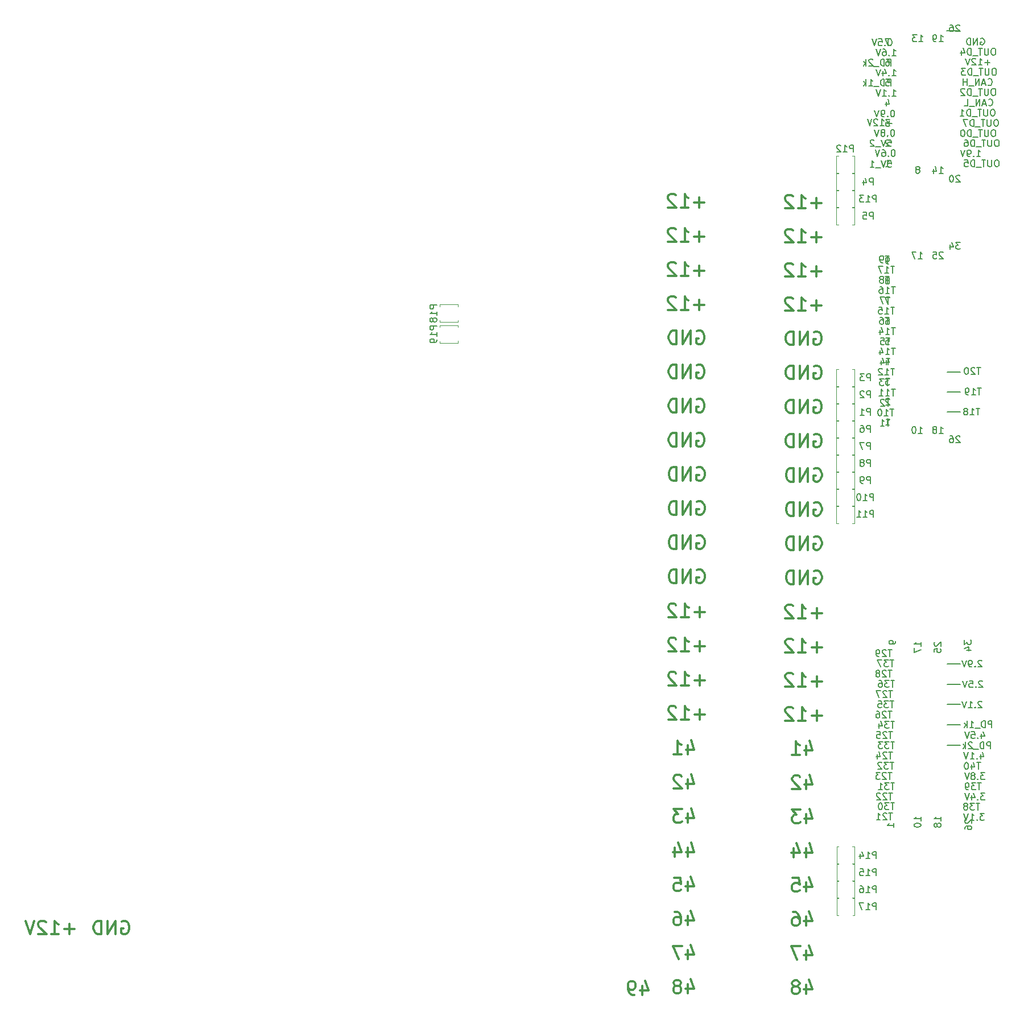
<source format=gbo>
G75*
G70*
%OFA0B0*%
%FSLAX25Y25*%
%IPPOS*%
%LPD*%
%AMOC8*
5,1,8,0,0,1.08239X$1,22.5*
%
%ADD32C,0.00591*%
%ADD33C,0.01181*%
%ADD34C,0.00472*%
X0000000Y0000000D02*
%LPD*%
G01*
D32*
X0674803Y0201969D02*
X0682283Y0201969D01*
X0674803Y0154331D02*
X0682283Y0154331D01*
X0674803Y0361417D02*
X0682283Y0361417D01*
X0674803Y0178346D02*
X0682283Y0178346D01*
X0674409Y0573031D02*
X0681890Y0573031D01*
X0674803Y0190157D02*
X0682283Y0190157D01*
X0674803Y0373228D02*
X0682283Y0373228D01*
X0674803Y0166535D02*
X0682283Y0166535D01*
X0674803Y0349606D02*
X0682283Y0349606D01*
D33*
X0601168Y0411958D02*
X0595169Y0411958D01*
X0598168Y0408958D02*
X0598168Y0414957D01*
X0587295Y0408958D02*
X0591794Y0408958D01*
X0589544Y0408958D02*
X0589544Y0416832D01*
X0589544Y0416832D02*
X0590294Y0415707D01*
X0590294Y0415707D02*
X0591044Y0414957D01*
X0591044Y0414957D02*
X0591794Y0414582D01*
X0584295Y0416082D02*
X0583920Y0416457D01*
X0583920Y0416457D02*
X0583170Y0416832D01*
X0583170Y0416832D02*
X0581295Y0416832D01*
X0581295Y0416832D02*
X0580546Y0416457D01*
X0580546Y0416457D02*
X0580171Y0416082D01*
X0580171Y0416082D02*
X0579796Y0415332D01*
X0579796Y0415332D02*
X0579796Y0414582D01*
X0579796Y0414582D02*
X0580171Y0413458D01*
X0580171Y0413458D02*
X0584670Y0408958D01*
X0584670Y0408958D02*
X0579796Y0408958D01*
D32*
X0694694Y0161070D02*
X0694694Y0158446D01*
X0695632Y0162570D02*
X0696569Y0159758D01*
X0696569Y0159758D02*
X0694132Y0159758D01*
X0692632Y0158821D02*
X0692445Y0158633D01*
X0692445Y0158633D02*
X0692632Y0158446D01*
X0692632Y0158446D02*
X0692820Y0158633D01*
X0692820Y0158633D02*
X0692632Y0158821D01*
X0692632Y0158821D02*
X0692632Y0158446D01*
X0688883Y0162383D02*
X0690757Y0162383D01*
X0690757Y0162383D02*
X0690945Y0160508D01*
X0690945Y0160508D02*
X0690757Y0160695D01*
X0690757Y0160695D02*
X0690382Y0160883D01*
X0690382Y0160883D02*
X0689445Y0160883D01*
X0689445Y0160883D02*
X0689070Y0160695D01*
X0689070Y0160695D02*
X0688883Y0160508D01*
X0688883Y0160508D02*
X0688695Y0160133D01*
X0688695Y0160133D02*
X0688695Y0159196D01*
X0688695Y0159196D02*
X0688883Y0158821D01*
X0688883Y0158821D02*
X0689070Y0158633D01*
X0689070Y0158633D02*
X0689445Y0158446D01*
X0689445Y0158446D02*
X0690382Y0158446D01*
X0690382Y0158446D02*
X0690757Y0158633D01*
X0690757Y0158633D02*
X0690945Y0158821D01*
X0687570Y0162383D02*
X0686258Y0158446D01*
X0686258Y0158446D02*
X0684946Y0162383D01*
X0642351Y0546635D02*
X0644601Y0546635D01*
X0643476Y0546635D02*
X0643476Y0550572D01*
X0643476Y0550572D02*
X0643851Y0550009D01*
X0643851Y0550009D02*
X0644226Y0549634D01*
X0644226Y0549634D02*
X0644601Y0549447D01*
X0640664Y0547010D02*
X0640476Y0546822D01*
X0640476Y0546822D02*
X0640664Y0546635D01*
X0640664Y0546635D02*
X0640851Y0546822D01*
X0640851Y0546822D02*
X0640664Y0547010D01*
X0640664Y0547010D02*
X0640664Y0546635D01*
X0637102Y0549259D02*
X0637102Y0546635D01*
X0638039Y0550759D02*
X0638976Y0547947D01*
X0638976Y0547947D02*
X0636539Y0547947D01*
X0635602Y0550572D02*
X0634289Y0546635D01*
X0634289Y0546635D02*
X0632977Y0550572D01*
X0643851Y0168387D02*
X0641601Y0168387D01*
X0642726Y0164450D02*
X0642726Y0168387D01*
X0640664Y0168387D02*
X0638226Y0168387D01*
X0638226Y0168387D02*
X0639539Y0166887D01*
X0639539Y0166887D02*
X0638976Y0166887D01*
X0638976Y0166887D02*
X0638601Y0166699D01*
X0638601Y0166699D02*
X0638414Y0166512D01*
X0638414Y0166512D02*
X0638226Y0166137D01*
X0638226Y0166137D02*
X0638226Y0165199D01*
X0638226Y0165199D02*
X0638414Y0164824D01*
X0638414Y0164824D02*
X0638601Y0164637D01*
X0638601Y0164637D02*
X0638976Y0164450D01*
X0638976Y0164450D02*
X0640101Y0164450D01*
X0640101Y0164450D02*
X0640476Y0164637D01*
X0640476Y0164637D02*
X0640664Y0164824D01*
X0634852Y0167074D02*
X0634852Y0164450D01*
X0635789Y0168574D02*
X0636727Y0165762D01*
X0636727Y0165762D02*
X0634289Y0165762D01*
X0700881Y0164745D02*
X0700881Y0168682D01*
X0700881Y0168682D02*
X0699381Y0168682D01*
X0699381Y0168682D02*
X0699006Y0168494D01*
X0699006Y0168494D02*
X0698819Y0168307D01*
X0698819Y0168307D02*
X0698631Y0167932D01*
X0698631Y0167932D02*
X0698631Y0167369D01*
X0698631Y0167369D02*
X0698819Y0166995D01*
X0698819Y0166995D02*
X0699006Y0166807D01*
X0699006Y0166807D02*
X0699381Y0166620D01*
X0699381Y0166620D02*
X0700881Y0166620D01*
X0696944Y0164745D02*
X0696944Y0168682D01*
X0696944Y0168682D02*
X0696007Y0168682D01*
X0696007Y0168682D02*
X0695444Y0168494D01*
X0695444Y0168494D02*
X0695069Y0168119D01*
X0695069Y0168119D02*
X0694882Y0167744D01*
X0694882Y0167744D02*
X0694694Y0166995D01*
X0694694Y0166995D02*
X0694694Y0166432D01*
X0694694Y0166432D02*
X0694882Y0165682D01*
X0694882Y0165682D02*
X0695069Y0165307D01*
X0695069Y0165307D02*
X0695444Y0164932D01*
X0695444Y0164932D02*
X0696007Y0164745D01*
X0696007Y0164745D02*
X0696944Y0164745D01*
X0693945Y0164370D02*
X0690945Y0164370D01*
X0687945Y0164745D02*
X0690195Y0164745D01*
X0689070Y0164745D02*
X0689070Y0168682D01*
X0689070Y0168682D02*
X0689445Y0168119D01*
X0689445Y0168119D02*
X0689820Y0167744D01*
X0689820Y0167744D02*
X0690195Y0167557D01*
X0686258Y0164745D02*
X0686258Y0168682D01*
X0685883Y0166245D02*
X0684758Y0164745D01*
X0684758Y0167369D02*
X0686258Y0165870D01*
D33*
X0532644Y0212410D02*
X0526645Y0212410D01*
X0529645Y0209411D02*
X0529645Y0215410D01*
X0518771Y0209411D02*
X0523271Y0209411D01*
X0521021Y0209411D02*
X0521021Y0217285D01*
X0521021Y0217285D02*
X0521771Y0216160D01*
X0521771Y0216160D02*
X0522521Y0215410D01*
X0522521Y0215410D02*
X0523271Y0215035D01*
X0515771Y0216535D02*
X0515397Y0216910D01*
X0515397Y0216910D02*
X0514647Y0217285D01*
X0514647Y0217285D02*
X0512772Y0217285D01*
X0512772Y0217285D02*
X0512022Y0216910D01*
X0512022Y0216910D02*
X0511647Y0216535D01*
X0511647Y0216535D02*
X0511272Y0215785D01*
X0511272Y0215785D02*
X0511272Y0215035D01*
X0511272Y0215035D02*
X0511647Y0213910D01*
X0511647Y0213910D02*
X0516146Y0209411D01*
X0516146Y0209411D02*
X0511272Y0209411D01*
X0596767Y0276378D02*
X0597517Y0276753D01*
X0597517Y0276753D02*
X0598642Y0276753D01*
X0598642Y0276753D02*
X0599767Y0276378D01*
X0599767Y0276378D02*
X0600516Y0275629D01*
X0600516Y0275629D02*
X0600891Y0274879D01*
X0600891Y0274879D02*
X0601266Y0273379D01*
X0601266Y0273379D02*
X0601266Y0272254D01*
X0601266Y0272254D02*
X0600891Y0270754D01*
X0600891Y0270754D02*
X0600516Y0270004D01*
X0600516Y0270004D02*
X0599767Y0269254D01*
X0599767Y0269254D02*
X0598642Y0268879D01*
X0598642Y0268879D02*
X0597892Y0268879D01*
X0597892Y0268879D02*
X0596767Y0269254D01*
X0596767Y0269254D02*
X0596392Y0269629D01*
X0596392Y0269629D02*
X0596392Y0272254D01*
X0596392Y0272254D02*
X0597892Y0272254D01*
X0593017Y0268879D02*
X0593017Y0276753D01*
X0593017Y0276753D02*
X0588518Y0268879D01*
X0588518Y0268879D02*
X0588518Y0276753D01*
X0584768Y0268879D02*
X0584768Y0276753D01*
X0584768Y0276753D02*
X0582894Y0276753D01*
X0582894Y0276753D02*
X0581769Y0276378D01*
X0581769Y0276378D02*
X0581019Y0275629D01*
X0581019Y0275629D02*
X0580644Y0274879D01*
X0580644Y0274879D02*
X0580269Y0273379D01*
X0580269Y0273379D02*
X0580269Y0272254D01*
X0580269Y0272254D02*
X0580644Y0270754D01*
X0580644Y0270754D02*
X0581019Y0270004D01*
X0581019Y0270004D02*
X0581769Y0269254D01*
X0581769Y0269254D02*
X0582894Y0268879D01*
X0582894Y0268879D02*
X0584768Y0268879D01*
X0596669Y0356457D02*
X0597418Y0356832D01*
X0597418Y0356832D02*
X0598543Y0356832D01*
X0598543Y0356832D02*
X0599668Y0356457D01*
X0599668Y0356457D02*
X0600418Y0355707D01*
X0600418Y0355707D02*
X0600793Y0354957D01*
X0600793Y0354957D02*
X0601168Y0353458D01*
X0601168Y0353458D02*
X0601168Y0352333D01*
X0601168Y0352333D02*
X0600793Y0350833D01*
X0600793Y0350833D02*
X0600418Y0350083D01*
X0600418Y0350083D02*
X0599668Y0349333D01*
X0599668Y0349333D02*
X0598543Y0348958D01*
X0598543Y0348958D02*
X0597793Y0348958D01*
X0597793Y0348958D02*
X0596669Y0349333D01*
X0596669Y0349333D02*
X0596294Y0349708D01*
X0596294Y0349708D02*
X0596294Y0352333D01*
X0596294Y0352333D02*
X0597793Y0352333D01*
X0592919Y0348958D02*
X0592919Y0356832D01*
X0592919Y0356832D02*
X0588420Y0348958D01*
X0588420Y0348958D02*
X0588420Y0356832D01*
X0584670Y0348958D02*
X0584670Y0356832D01*
X0584670Y0356832D02*
X0582795Y0356832D01*
X0582795Y0356832D02*
X0581670Y0356457D01*
X0581670Y0356457D02*
X0580921Y0355707D01*
X0580921Y0355707D02*
X0580546Y0354957D01*
X0580546Y0354957D02*
X0580171Y0353458D01*
X0580171Y0353458D02*
X0580171Y0352333D01*
X0580171Y0352333D02*
X0580546Y0350833D01*
X0580546Y0350833D02*
X0580921Y0350083D01*
X0580921Y0350083D02*
X0581670Y0349333D01*
X0581670Y0349333D02*
X0582795Y0348958D01*
X0582795Y0348958D02*
X0584670Y0348958D01*
D32*
X0643851Y0132461D02*
X0641601Y0132461D01*
X0642726Y0128524D02*
X0642726Y0132461D01*
X0640664Y0132461D02*
X0638226Y0132461D01*
X0638226Y0132461D02*
X0639539Y0130962D01*
X0639539Y0130962D02*
X0638976Y0130962D01*
X0638976Y0130962D02*
X0638601Y0130774D01*
X0638601Y0130774D02*
X0638414Y0130587D01*
X0638414Y0130587D02*
X0638226Y0130212D01*
X0638226Y0130212D02*
X0638226Y0129274D01*
X0638226Y0129274D02*
X0638414Y0128899D01*
X0638414Y0128899D02*
X0638601Y0128712D01*
X0638601Y0128712D02*
X0638976Y0128524D01*
X0638976Y0128524D02*
X0640101Y0128524D01*
X0640101Y0128524D02*
X0640476Y0128712D01*
X0640476Y0128712D02*
X0640664Y0128899D01*
X0634477Y0128524D02*
X0636727Y0128524D01*
X0635602Y0128524D02*
X0635602Y0132461D01*
X0635602Y0132461D02*
X0635977Y0131899D01*
X0635977Y0131899D02*
X0636352Y0131524D01*
X0636352Y0131524D02*
X0636727Y0131336D01*
X0643851Y0192402D02*
X0641601Y0192402D01*
X0642726Y0188465D02*
X0642726Y0192402D01*
X0640664Y0192402D02*
X0638226Y0192402D01*
X0638226Y0192402D02*
X0639539Y0190902D01*
X0639539Y0190902D02*
X0638976Y0190902D01*
X0638976Y0190902D02*
X0638601Y0190715D01*
X0638601Y0190715D02*
X0638414Y0190528D01*
X0638414Y0190528D02*
X0638226Y0190153D01*
X0638226Y0190153D02*
X0638226Y0189215D01*
X0638226Y0189215D02*
X0638414Y0188840D01*
X0638414Y0188840D02*
X0638601Y0188653D01*
X0638601Y0188653D02*
X0638976Y0188465D01*
X0638976Y0188465D02*
X0640101Y0188465D01*
X0640101Y0188465D02*
X0640476Y0188653D01*
X0640476Y0188653D02*
X0640664Y0188840D01*
X0634852Y0192402D02*
X0635602Y0192402D01*
X0635602Y0192402D02*
X0635977Y0192215D01*
X0635977Y0192215D02*
X0636164Y0192027D01*
X0636164Y0192027D02*
X0636539Y0191465D01*
X0636539Y0191465D02*
X0636727Y0190715D01*
X0636727Y0190715D02*
X0636727Y0189215D01*
X0636727Y0189215D02*
X0636539Y0188840D01*
X0636539Y0188840D02*
X0636352Y0188653D01*
X0636352Y0188653D02*
X0635977Y0188465D01*
X0635977Y0188465D02*
X0635227Y0188465D01*
X0635227Y0188465D02*
X0634852Y0188653D01*
X0634852Y0188653D02*
X0634664Y0188840D01*
X0634664Y0188840D02*
X0634477Y0189215D01*
X0634477Y0189215D02*
X0634477Y0190153D01*
X0634477Y0190153D02*
X0634664Y0190528D01*
X0634664Y0190528D02*
X0634852Y0190715D01*
X0634852Y0190715D02*
X0635227Y0190902D01*
X0635227Y0190902D02*
X0635977Y0190902D01*
X0635977Y0190902D02*
X0636352Y0190715D01*
X0636352Y0190715D02*
X0636539Y0190528D01*
X0636539Y0190528D02*
X0636727Y0190153D01*
D33*
X0528046Y0356989D02*
X0528796Y0357364D01*
X0528796Y0357364D02*
X0529921Y0357364D01*
X0529921Y0357364D02*
X0531046Y0356989D01*
X0531046Y0356989D02*
X0531796Y0356239D01*
X0531796Y0356239D02*
X0532171Y0355489D01*
X0532171Y0355489D02*
X0532546Y0353989D01*
X0532546Y0353989D02*
X0532546Y0352864D01*
X0532546Y0352864D02*
X0532171Y0351364D01*
X0532171Y0351364D02*
X0531796Y0350614D01*
X0531796Y0350614D02*
X0531046Y0349865D01*
X0531046Y0349865D02*
X0529921Y0349490D01*
X0529921Y0349490D02*
X0529171Y0349490D01*
X0529171Y0349490D02*
X0528046Y0349865D01*
X0528046Y0349865D02*
X0527672Y0350240D01*
X0527672Y0350240D02*
X0527672Y0352864D01*
X0527672Y0352864D02*
X0529171Y0352864D01*
X0524297Y0349490D02*
X0524297Y0357364D01*
X0524297Y0357364D02*
X0519798Y0349490D01*
X0519798Y0349490D02*
X0519798Y0357364D01*
X0516048Y0349490D02*
X0516048Y0357364D01*
X0516048Y0357364D02*
X0514173Y0357364D01*
X0514173Y0357364D02*
X0513048Y0356989D01*
X0513048Y0356989D02*
X0512298Y0356239D01*
X0512298Y0356239D02*
X0511924Y0355489D01*
X0511924Y0355489D02*
X0511549Y0353989D01*
X0511549Y0353989D02*
X0511549Y0352864D01*
X0511549Y0352864D02*
X0511924Y0351364D01*
X0511924Y0351364D02*
X0512298Y0350614D01*
X0512298Y0350614D02*
X0513048Y0349865D01*
X0513048Y0349865D02*
X0514173Y0349490D01*
X0514173Y0349490D02*
X0516048Y0349490D01*
X0163480Y0046662D02*
X0157480Y0046662D01*
X0160480Y0043663D02*
X0160480Y0049662D01*
X0149606Y0043663D02*
X0154106Y0043663D01*
X0151856Y0043663D02*
X0151856Y0051537D01*
X0151856Y0051537D02*
X0152606Y0050412D01*
X0152606Y0050412D02*
X0153356Y0049662D01*
X0153356Y0049662D02*
X0154106Y0049287D01*
X0146607Y0050787D02*
X0146232Y0051162D01*
X0146232Y0051162D02*
X0145482Y0051537D01*
X0145482Y0051537D02*
X0143607Y0051537D01*
X0143607Y0051537D02*
X0142857Y0051162D01*
X0142857Y0051162D02*
X0142482Y0050787D01*
X0142482Y0050787D02*
X0142107Y0050037D01*
X0142107Y0050037D02*
X0142107Y0049287D01*
X0142107Y0049287D02*
X0142482Y0048162D01*
X0142482Y0048162D02*
X0146982Y0043663D01*
X0146982Y0043663D02*
X0142107Y0043663D01*
X0139858Y0051537D02*
X0137233Y0043663D01*
X0137233Y0043663D02*
X0134608Y0051537D01*
D32*
X0640795Y0429115D02*
X0638545Y0429115D01*
X0639670Y0425178D02*
X0639670Y0429115D01*
X0636670Y0427428D02*
X0637045Y0427615D01*
X0637045Y0427615D02*
X0637233Y0427803D01*
X0637233Y0427803D02*
X0637420Y0428178D01*
X0637420Y0428178D02*
X0637420Y0428365D01*
X0637420Y0428365D02*
X0637233Y0428740D01*
X0637233Y0428740D02*
X0637045Y0428927D01*
X0637045Y0428927D02*
X0636670Y0429115D01*
X0636670Y0429115D02*
X0635921Y0429115D01*
X0635921Y0429115D02*
X0635546Y0428927D01*
X0635546Y0428927D02*
X0635358Y0428740D01*
X0635358Y0428740D02*
X0635171Y0428365D01*
X0635171Y0428365D02*
X0635171Y0428178D01*
X0635171Y0428178D02*
X0635358Y0427803D01*
X0635358Y0427803D02*
X0635546Y0427615D01*
X0635546Y0427615D02*
X0635921Y0427428D01*
X0635921Y0427428D02*
X0636670Y0427428D01*
X0636670Y0427428D02*
X0637045Y0427240D01*
X0637045Y0427240D02*
X0637233Y0427053D01*
X0637233Y0427053D02*
X0637420Y0426678D01*
X0637420Y0426678D02*
X0637420Y0425928D01*
X0637420Y0425928D02*
X0637233Y0425553D01*
X0637233Y0425553D02*
X0637045Y0425365D01*
X0637045Y0425365D02*
X0636670Y0425178D01*
X0636670Y0425178D02*
X0635921Y0425178D01*
X0635921Y0425178D02*
X0635546Y0425365D01*
X0635546Y0425365D02*
X0635358Y0425553D01*
X0635358Y0425553D02*
X0635171Y0425928D01*
X0635171Y0425928D02*
X0635171Y0426678D01*
X0635171Y0426678D02*
X0635358Y0427053D01*
X0635358Y0427053D02*
X0635546Y0427240D01*
X0635546Y0427240D02*
X0635921Y0427428D01*
D33*
X0532546Y0452489D02*
X0526547Y0452489D01*
X0529546Y0449490D02*
X0529546Y0455489D01*
X0518673Y0449490D02*
X0523172Y0449490D01*
X0520922Y0449490D02*
X0520922Y0457364D01*
X0520922Y0457364D02*
X0521672Y0456239D01*
X0521672Y0456239D02*
X0522422Y0455489D01*
X0522422Y0455489D02*
X0523172Y0455114D01*
X0515673Y0456614D02*
X0515298Y0456989D01*
X0515298Y0456989D02*
X0514548Y0457364D01*
X0514548Y0457364D02*
X0512673Y0457364D01*
X0512673Y0457364D02*
X0511924Y0456989D01*
X0511924Y0456989D02*
X0511549Y0456614D01*
X0511549Y0456614D02*
X0511174Y0455864D01*
X0511174Y0455864D02*
X0511174Y0455114D01*
X0511174Y0455114D02*
X0511549Y0453989D01*
X0511549Y0453989D02*
X0516048Y0449490D01*
X0516048Y0449490D02*
X0511174Y0449490D01*
D32*
X0643457Y0204410D02*
X0641207Y0204410D01*
X0642332Y0200473D02*
X0642332Y0204410D01*
X0640270Y0204410D02*
X0637833Y0204410D01*
X0637833Y0204410D02*
X0639145Y0202910D01*
X0639145Y0202910D02*
X0638583Y0202910D01*
X0638583Y0202910D02*
X0638208Y0202723D01*
X0638208Y0202723D02*
X0638020Y0202535D01*
X0638020Y0202535D02*
X0637833Y0202160D01*
X0637833Y0202160D02*
X0637833Y0201223D01*
X0637833Y0201223D02*
X0638020Y0200848D01*
X0638020Y0200848D02*
X0638208Y0200661D01*
X0638208Y0200661D02*
X0638583Y0200473D01*
X0638583Y0200473D02*
X0639708Y0200473D01*
X0639708Y0200473D02*
X0640082Y0200661D01*
X0640082Y0200661D02*
X0640270Y0200848D01*
X0636520Y0204410D02*
X0633896Y0204410D01*
X0633896Y0204410D02*
X0635583Y0200473D01*
D33*
X0191039Y0051162D02*
X0191789Y0051537D01*
X0191789Y0051537D02*
X0192913Y0051537D01*
X0192913Y0051537D02*
X0194038Y0051162D01*
X0194038Y0051162D02*
X0194788Y0050412D01*
X0194788Y0050412D02*
X0195163Y0049662D01*
X0195163Y0049662D02*
X0195538Y0048162D01*
X0195538Y0048162D02*
X0195538Y0047037D01*
X0195538Y0047037D02*
X0195163Y0045538D01*
X0195163Y0045538D02*
X0194788Y0044788D01*
X0194788Y0044788D02*
X0194038Y0044038D01*
X0194038Y0044038D02*
X0192913Y0043663D01*
X0192913Y0043663D02*
X0192163Y0043663D01*
X0192163Y0043663D02*
X0191039Y0044038D01*
X0191039Y0044038D02*
X0190664Y0044413D01*
X0190664Y0044413D02*
X0190664Y0047037D01*
X0190664Y0047037D02*
X0192163Y0047037D01*
X0187289Y0043663D02*
X0187289Y0051537D01*
X0187289Y0051537D02*
X0182790Y0043663D01*
X0182790Y0043663D02*
X0182790Y0051537D01*
X0179040Y0043663D02*
X0179040Y0051537D01*
X0179040Y0051537D02*
X0177165Y0051537D01*
X0177165Y0051537D02*
X0176040Y0051162D01*
X0176040Y0051162D02*
X0175291Y0050412D01*
X0175291Y0050412D02*
X0174916Y0049662D01*
X0174916Y0049662D02*
X0174541Y0048162D01*
X0174541Y0048162D02*
X0174541Y0047037D01*
X0174541Y0047037D02*
X0174916Y0045538D01*
X0174916Y0045538D02*
X0175291Y0044788D01*
X0175291Y0044788D02*
X0176040Y0044038D01*
X0176040Y0044038D02*
X0177165Y0043663D01*
X0177165Y0043663D02*
X0179040Y0043663D01*
X0601168Y0451958D02*
X0595169Y0451958D01*
X0598168Y0448958D02*
X0598168Y0454957D01*
X0587295Y0448958D02*
X0591794Y0448958D01*
X0589544Y0448958D02*
X0589544Y0456832D01*
X0589544Y0456832D02*
X0590294Y0455707D01*
X0590294Y0455707D02*
X0591044Y0454957D01*
X0591044Y0454957D02*
X0591794Y0454582D01*
X0584295Y0456082D02*
X0583920Y0456457D01*
X0583920Y0456457D02*
X0583170Y0456832D01*
X0583170Y0456832D02*
X0581295Y0456832D01*
X0581295Y0456832D02*
X0580546Y0456457D01*
X0580546Y0456457D02*
X0580171Y0456082D01*
X0580171Y0456082D02*
X0579796Y0455332D01*
X0579796Y0455332D02*
X0579796Y0454582D01*
X0579796Y0454582D02*
X0580171Y0453458D01*
X0580171Y0453458D02*
X0584670Y0448958D01*
X0584670Y0448958D02*
X0579796Y0448958D01*
X0601266Y0211879D02*
X0595267Y0211879D01*
X0598267Y0208879D02*
X0598267Y0214879D01*
X0587393Y0208879D02*
X0591893Y0208879D01*
X0589643Y0208879D02*
X0589643Y0216753D01*
X0589643Y0216753D02*
X0590393Y0215629D01*
X0590393Y0215629D02*
X0591143Y0214879D01*
X0591143Y0214879D02*
X0591893Y0214504D01*
X0584394Y0216003D02*
X0584019Y0216378D01*
X0584019Y0216378D02*
X0583269Y0216753D01*
X0583269Y0216753D02*
X0581394Y0216753D01*
X0581394Y0216753D02*
X0580644Y0216378D01*
X0580644Y0216378D02*
X0580269Y0216003D01*
X0580269Y0216003D02*
X0579894Y0215254D01*
X0579894Y0215254D02*
X0579894Y0214504D01*
X0579894Y0214504D02*
X0580269Y0213379D01*
X0580269Y0213379D02*
X0584768Y0208879D01*
X0584768Y0208879D02*
X0579894Y0208879D01*
D32*
X0642276Y0138465D02*
X0640026Y0138465D01*
X0641151Y0134528D02*
X0641151Y0138465D01*
X0638901Y0138090D02*
X0638714Y0138278D01*
X0638714Y0138278D02*
X0638339Y0138465D01*
X0638339Y0138465D02*
X0637402Y0138465D01*
X0637402Y0138465D02*
X0637027Y0138278D01*
X0637027Y0138278D02*
X0636839Y0138090D01*
X0636839Y0138090D02*
X0636652Y0137715D01*
X0636652Y0137715D02*
X0636652Y0137340D01*
X0636652Y0137340D02*
X0636839Y0136778D01*
X0636839Y0136778D02*
X0639089Y0134528D01*
X0639089Y0134528D02*
X0636652Y0134528D01*
X0635339Y0138465D02*
X0632902Y0138465D01*
X0632902Y0138465D02*
X0634214Y0136965D01*
X0634214Y0136965D02*
X0633652Y0136965D01*
X0633652Y0136965D02*
X0633277Y0136778D01*
X0633277Y0136778D02*
X0633090Y0136591D01*
X0633090Y0136591D02*
X0632902Y0136216D01*
X0632902Y0136216D02*
X0632902Y0135278D01*
X0632902Y0135278D02*
X0633090Y0134903D01*
X0633090Y0134903D02*
X0633277Y0134716D01*
X0633277Y0134716D02*
X0633652Y0134528D01*
X0633652Y0134528D02*
X0634777Y0134528D01*
X0634777Y0134528D02*
X0635152Y0134716D01*
X0635152Y0134716D02*
X0635339Y0134903D01*
D33*
X0522722Y0134345D02*
X0522722Y0129096D01*
X0524597Y0137345D02*
X0526472Y0131721D01*
X0526472Y0131721D02*
X0521597Y0131721D01*
X0518973Y0136220D02*
X0518598Y0136595D01*
X0518598Y0136595D02*
X0517848Y0136970D01*
X0517848Y0136970D02*
X0515973Y0136970D01*
X0515973Y0136970D02*
X0515223Y0136595D01*
X0515223Y0136595D02*
X0514848Y0136220D01*
X0514848Y0136220D02*
X0514473Y0135470D01*
X0514473Y0135470D02*
X0514473Y0134720D01*
X0514473Y0134720D02*
X0514848Y0133595D01*
X0514848Y0133595D02*
X0519348Y0129096D01*
X0519348Y0129096D02*
X0514473Y0129096D01*
D32*
X0694994Y0179823D02*
X0694807Y0180010D01*
X0694807Y0180010D02*
X0694432Y0180198D01*
X0694432Y0180198D02*
X0693495Y0180198D01*
X0693495Y0180198D02*
X0693120Y0180010D01*
X0693120Y0180010D02*
X0692932Y0179823D01*
X0692932Y0179823D02*
X0692745Y0179448D01*
X0692745Y0179448D02*
X0692745Y0179073D01*
X0692745Y0179073D02*
X0692932Y0178510D01*
X0692932Y0178510D02*
X0695182Y0176261D01*
X0695182Y0176261D02*
X0692745Y0176261D01*
X0691057Y0176636D02*
X0690870Y0176448D01*
X0690870Y0176448D02*
X0691057Y0176261D01*
X0691057Y0176261D02*
X0691245Y0176448D01*
X0691245Y0176448D02*
X0691057Y0176636D01*
X0691057Y0176636D02*
X0691057Y0176261D01*
X0687120Y0176261D02*
X0689370Y0176261D01*
X0688245Y0176261D02*
X0688245Y0180198D01*
X0688245Y0180198D02*
X0688620Y0179635D01*
X0688620Y0179635D02*
X0688995Y0179260D01*
X0688995Y0179260D02*
X0689370Y0179073D01*
X0685995Y0180198D02*
X0684683Y0176261D01*
X0684683Y0176261D02*
X0683371Y0180198D01*
D33*
X0528145Y0276910D02*
X0528895Y0277285D01*
X0528895Y0277285D02*
X0530020Y0277285D01*
X0530020Y0277285D02*
X0531145Y0276910D01*
X0531145Y0276910D02*
X0531894Y0276160D01*
X0531894Y0276160D02*
X0532269Y0275410D01*
X0532269Y0275410D02*
X0532644Y0273910D01*
X0532644Y0273910D02*
X0532644Y0272785D01*
X0532644Y0272785D02*
X0532269Y0271286D01*
X0532269Y0271286D02*
X0531894Y0270536D01*
X0531894Y0270536D02*
X0531145Y0269786D01*
X0531145Y0269786D02*
X0530020Y0269411D01*
X0530020Y0269411D02*
X0529270Y0269411D01*
X0529270Y0269411D02*
X0528145Y0269786D01*
X0528145Y0269786D02*
X0527770Y0270161D01*
X0527770Y0270161D02*
X0527770Y0272785D01*
X0527770Y0272785D02*
X0529270Y0272785D01*
X0524395Y0269411D02*
X0524395Y0277285D01*
X0524395Y0277285D02*
X0519896Y0269411D01*
X0519896Y0269411D02*
X0519896Y0277285D01*
X0516146Y0269411D02*
X0516146Y0277285D01*
X0516146Y0277285D02*
X0514272Y0277285D01*
X0514272Y0277285D02*
X0513147Y0276910D01*
X0513147Y0276910D02*
X0512397Y0276160D01*
X0512397Y0276160D02*
X0512022Y0275410D01*
X0512022Y0275410D02*
X0511647Y0273910D01*
X0511647Y0273910D02*
X0511647Y0272785D01*
X0511647Y0272785D02*
X0512022Y0271286D01*
X0512022Y0271286D02*
X0512397Y0270536D01*
X0512397Y0270536D02*
X0513147Y0269786D01*
X0513147Y0269786D02*
X0514272Y0269411D01*
X0514272Y0269411D02*
X0516146Y0269411D01*
X0601168Y0471958D02*
X0595169Y0471958D01*
X0598168Y0468958D02*
X0598168Y0474957D01*
X0587295Y0468958D02*
X0591794Y0468958D01*
X0589544Y0468958D02*
X0589544Y0476832D01*
X0589544Y0476832D02*
X0590294Y0475707D01*
X0590294Y0475707D02*
X0591044Y0474957D01*
X0591044Y0474957D02*
X0591794Y0474582D01*
X0584295Y0476082D02*
X0583920Y0476457D01*
X0583920Y0476457D02*
X0583170Y0476832D01*
X0583170Y0476832D02*
X0581295Y0476832D01*
X0581295Y0476832D02*
X0580546Y0476457D01*
X0580546Y0476457D02*
X0580171Y0476082D01*
X0580171Y0476082D02*
X0579796Y0475332D01*
X0579796Y0475332D02*
X0579796Y0474582D01*
X0579796Y0474582D02*
X0580171Y0473458D01*
X0580171Y0473458D02*
X0584670Y0468958D01*
X0584670Y0468958D02*
X0579796Y0468958D01*
D32*
X0643851Y0411103D02*
X0641601Y0411103D01*
X0642726Y0407166D02*
X0642726Y0411103D01*
X0638226Y0407166D02*
X0640476Y0407166D01*
X0639351Y0407166D02*
X0639351Y0411103D01*
X0639351Y0411103D02*
X0639726Y0410541D01*
X0639726Y0410541D02*
X0640101Y0410166D01*
X0640101Y0410166D02*
X0640476Y0409978D01*
X0634664Y0411103D02*
X0636539Y0411103D01*
X0636539Y0411103D02*
X0636727Y0409228D01*
X0636727Y0409228D02*
X0636539Y0409416D01*
X0636539Y0409416D02*
X0636164Y0409603D01*
X0636164Y0409603D02*
X0635227Y0409603D01*
X0635227Y0409603D02*
X0634852Y0409416D01*
X0634852Y0409416D02*
X0634664Y0409228D01*
X0634664Y0409228D02*
X0634477Y0408853D01*
X0634477Y0408853D02*
X0634477Y0407916D01*
X0634477Y0407916D02*
X0634664Y0407541D01*
X0634664Y0407541D02*
X0634852Y0407354D01*
X0634852Y0407354D02*
X0635227Y0407166D01*
X0635227Y0407166D02*
X0636164Y0407166D01*
X0636164Y0407166D02*
X0636539Y0407354D01*
X0636539Y0407354D02*
X0636727Y0407541D01*
X0704162Y0509233D02*
X0703412Y0509233D01*
X0703412Y0509233D02*
X0703037Y0509046D01*
X0703037Y0509046D02*
X0702662Y0508671D01*
X0702662Y0508671D02*
X0702475Y0507921D01*
X0702475Y0507921D02*
X0702475Y0506608D01*
X0702475Y0506608D02*
X0702662Y0505858D01*
X0702662Y0505858D02*
X0703037Y0505483D01*
X0703037Y0505483D02*
X0703412Y0505296D01*
X0703412Y0505296D02*
X0704162Y0505296D01*
X0704162Y0505296D02*
X0704537Y0505483D01*
X0704537Y0505483D02*
X0704912Y0505858D01*
X0704912Y0505858D02*
X0705099Y0506608D01*
X0705099Y0506608D02*
X0705099Y0507921D01*
X0705099Y0507921D02*
X0704912Y0508671D01*
X0704912Y0508671D02*
X0704537Y0509046D01*
X0704537Y0509046D02*
X0704162Y0509233D01*
X0700787Y0509233D02*
X0700787Y0506046D01*
X0700787Y0506046D02*
X0700600Y0505671D01*
X0700600Y0505671D02*
X0700412Y0505483D01*
X0700412Y0505483D02*
X0700037Y0505296D01*
X0700037Y0505296D02*
X0699288Y0505296D01*
X0699288Y0505296D02*
X0698913Y0505483D01*
X0698913Y0505483D02*
X0698725Y0505671D01*
X0698725Y0505671D02*
X0698538Y0506046D01*
X0698538Y0506046D02*
X0698538Y0509233D01*
X0697225Y0509233D02*
X0694976Y0509233D01*
X0696100Y0505296D02*
X0696100Y0509233D01*
X0694601Y0504921D02*
X0691601Y0504921D01*
X0690664Y0505296D02*
X0690664Y0509233D01*
X0690664Y0509233D02*
X0689726Y0509233D01*
X0689726Y0509233D02*
X0689164Y0509046D01*
X0689164Y0509046D02*
X0688789Y0508671D01*
X0688789Y0508671D02*
X0688601Y0508296D01*
X0688601Y0508296D02*
X0688414Y0507546D01*
X0688414Y0507546D02*
X0688414Y0506983D01*
X0688414Y0506983D02*
X0688601Y0506233D01*
X0688601Y0506233D02*
X0688789Y0505858D01*
X0688789Y0505858D02*
X0689164Y0505483D01*
X0689164Y0505483D02*
X0689726Y0505296D01*
X0689726Y0505296D02*
X0690664Y0505296D01*
X0685039Y0509233D02*
X0685789Y0509233D01*
X0685789Y0509233D02*
X0686164Y0509046D01*
X0686164Y0509046D02*
X0686352Y0508858D01*
X0686352Y0508858D02*
X0686727Y0508296D01*
X0686727Y0508296D02*
X0686914Y0507546D01*
X0686914Y0507546D02*
X0686914Y0506046D01*
X0686914Y0506046D02*
X0686727Y0505671D01*
X0686727Y0505671D02*
X0686539Y0505483D01*
X0686539Y0505483D02*
X0686164Y0505296D01*
X0686164Y0505296D02*
X0685414Y0505296D01*
X0685414Y0505296D02*
X0685039Y0505483D01*
X0685039Y0505483D02*
X0684852Y0505671D01*
X0684852Y0505671D02*
X0684664Y0506046D01*
X0684664Y0506046D02*
X0684664Y0506983D01*
X0684664Y0506983D02*
X0684852Y0507358D01*
X0684852Y0507358D02*
X0685039Y0507546D01*
X0685039Y0507546D02*
X0685414Y0507733D01*
X0685414Y0507733D02*
X0686164Y0507733D01*
X0686164Y0507733D02*
X0686539Y0507546D01*
X0686539Y0507546D02*
X0686727Y0507358D01*
X0686727Y0507358D02*
X0686914Y0506983D01*
D33*
X0592013Y0053952D02*
X0592013Y0048702D01*
X0593888Y0056951D02*
X0595763Y0051327D01*
X0595763Y0051327D02*
X0590889Y0051327D01*
X0584514Y0056576D02*
X0586014Y0056576D01*
X0586014Y0056576D02*
X0586764Y0056201D01*
X0586764Y0056201D02*
X0587139Y0055826D01*
X0587139Y0055826D02*
X0587889Y0054701D01*
X0587889Y0054701D02*
X0588264Y0053202D01*
X0588264Y0053202D02*
X0588264Y0050202D01*
X0588264Y0050202D02*
X0587889Y0049452D01*
X0587889Y0049452D02*
X0587514Y0049077D01*
X0587514Y0049077D02*
X0586764Y0048702D01*
X0586764Y0048702D02*
X0585264Y0048702D01*
X0585264Y0048702D02*
X0584514Y0049077D01*
X0584514Y0049077D02*
X0584139Y0049452D01*
X0584139Y0049452D02*
X0583765Y0050202D01*
X0583765Y0050202D02*
X0583765Y0052077D01*
X0583765Y0052077D02*
X0584139Y0052827D01*
X0584139Y0052827D02*
X0584514Y0053202D01*
X0584514Y0053202D02*
X0585264Y0053577D01*
X0585264Y0053577D02*
X0586764Y0053577D01*
X0586764Y0053577D02*
X0587514Y0053202D01*
X0587514Y0053202D02*
X0587889Y0052827D01*
X0587889Y0052827D02*
X0588264Y0052077D01*
X0528145Y0296910D02*
X0528895Y0297285D01*
X0528895Y0297285D02*
X0530020Y0297285D01*
X0530020Y0297285D02*
X0531145Y0296910D01*
X0531145Y0296910D02*
X0531894Y0296160D01*
X0531894Y0296160D02*
X0532269Y0295410D01*
X0532269Y0295410D02*
X0532644Y0293910D01*
X0532644Y0293910D02*
X0532644Y0292785D01*
X0532644Y0292785D02*
X0532269Y0291286D01*
X0532269Y0291286D02*
X0531894Y0290536D01*
X0531894Y0290536D02*
X0531145Y0289786D01*
X0531145Y0289786D02*
X0530020Y0289411D01*
X0530020Y0289411D02*
X0529270Y0289411D01*
X0529270Y0289411D02*
X0528145Y0289786D01*
X0528145Y0289786D02*
X0527770Y0290161D01*
X0527770Y0290161D02*
X0527770Y0292785D01*
X0527770Y0292785D02*
X0529270Y0292785D01*
X0524395Y0289411D02*
X0524395Y0297285D01*
X0524395Y0297285D02*
X0519896Y0289411D01*
X0519896Y0289411D02*
X0519896Y0297285D01*
X0516146Y0289411D02*
X0516146Y0297285D01*
X0516146Y0297285D02*
X0514272Y0297285D01*
X0514272Y0297285D02*
X0513147Y0296910D01*
X0513147Y0296910D02*
X0512397Y0296160D01*
X0512397Y0296160D02*
X0512022Y0295410D01*
X0512022Y0295410D02*
X0511647Y0293910D01*
X0511647Y0293910D02*
X0511647Y0292785D01*
X0511647Y0292785D02*
X0512022Y0291286D01*
X0512022Y0291286D02*
X0512397Y0290536D01*
X0512397Y0290536D02*
X0513147Y0289786D01*
X0513147Y0289786D02*
X0514272Y0289411D01*
X0514272Y0289411D02*
X0516146Y0289411D01*
X0528046Y0336989D02*
X0528796Y0337364D01*
X0528796Y0337364D02*
X0529921Y0337364D01*
X0529921Y0337364D02*
X0531046Y0336989D01*
X0531046Y0336989D02*
X0531796Y0336239D01*
X0531796Y0336239D02*
X0532171Y0335489D01*
X0532171Y0335489D02*
X0532546Y0333989D01*
X0532546Y0333989D02*
X0532546Y0332864D01*
X0532546Y0332864D02*
X0532171Y0331364D01*
X0532171Y0331364D02*
X0531796Y0330614D01*
X0531796Y0330614D02*
X0531046Y0329865D01*
X0531046Y0329865D02*
X0529921Y0329490D01*
X0529921Y0329490D02*
X0529171Y0329490D01*
X0529171Y0329490D02*
X0528046Y0329865D01*
X0528046Y0329865D02*
X0527672Y0330240D01*
X0527672Y0330240D02*
X0527672Y0332864D01*
X0527672Y0332864D02*
X0529171Y0332864D01*
X0524297Y0329490D02*
X0524297Y0337364D01*
X0524297Y0337364D02*
X0519798Y0329490D01*
X0519798Y0329490D02*
X0519798Y0337364D01*
X0516048Y0329490D02*
X0516048Y0337364D01*
X0516048Y0337364D02*
X0514173Y0337364D01*
X0514173Y0337364D02*
X0513048Y0336989D01*
X0513048Y0336989D02*
X0512298Y0336239D01*
X0512298Y0336239D02*
X0511924Y0335489D01*
X0511924Y0335489D02*
X0511549Y0333989D01*
X0511549Y0333989D02*
X0511549Y0332864D01*
X0511549Y0332864D02*
X0511924Y0331364D01*
X0511924Y0331364D02*
X0512298Y0330614D01*
X0512298Y0330614D02*
X0513048Y0329865D01*
X0513048Y0329865D02*
X0514173Y0329490D01*
X0514173Y0329490D02*
X0516048Y0329490D01*
X0601266Y0231879D02*
X0595267Y0231879D01*
X0598267Y0228879D02*
X0598267Y0234879D01*
X0587393Y0228879D02*
X0591893Y0228879D01*
X0589643Y0228879D02*
X0589643Y0236753D01*
X0589643Y0236753D02*
X0590393Y0235629D01*
X0590393Y0235629D02*
X0591143Y0234879D01*
X0591143Y0234879D02*
X0591893Y0234504D01*
X0584394Y0236003D02*
X0584019Y0236378D01*
X0584019Y0236378D02*
X0583269Y0236753D01*
X0583269Y0236753D02*
X0581394Y0236753D01*
X0581394Y0236753D02*
X0580644Y0236378D01*
X0580644Y0236378D02*
X0580269Y0236003D01*
X0580269Y0236003D02*
X0579894Y0235254D01*
X0579894Y0235254D02*
X0579894Y0234504D01*
X0579894Y0234504D02*
X0580269Y0233379D01*
X0580269Y0233379D02*
X0584768Y0228879D01*
X0584768Y0228879D02*
X0579894Y0228879D01*
D32*
X0643457Y0180394D02*
X0641207Y0180394D01*
X0642332Y0176457D02*
X0642332Y0180394D01*
X0640270Y0180394D02*
X0637833Y0180394D01*
X0637833Y0180394D02*
X0639145Y0178895D01*
X0639145Y0178895D02*
X0638583Y0178895D01*
X0638583Y0178895D02*
X0638208Y0178707D01*
X0638208Y0178707D02*
X0638020Y0178520D01*
X0638020Y0178520D02*
X0637833Y0178145D01*
X0637833Y0178145D02*
X0637833Y0177207D01*
X0637833Y0177207D02*
X0638020Y0176832D01*
X0638020Y0176832D02*
X0638208Y0176645D01*
X0638208Y0176645D02*
X0638583Y0176457D01*
X0638583Y0176457D02*
X0639708Y0176457D01*
X0639708Y0176457D02*
X0640082Y0176645D01*
X0640082Y0176645D02*
X0640270Y0176832D01*
X0634271Y0180394D02*
X0636145Y0180394D01*
X0636145Y0180394D02*
X0636333Y0178520D01*
X0636333Y0178520D02*
X0636145Y0178707D01*
X0636145Y0178707D02*
X0635771Y0178895D01*
X0635771Y0178895D02*
X0634833Y0178895D01*
X0634833Y0178895D02*
X0634458Y0178707D01*
X0634458Y0178707D02*
X0634271Y0178520D01*
X0634271Y0178520D02*
X0634083Y0178145D01*
X0634083Y0178145D02*
X0634083Y0177207D01*
X0634083Y0177207D02*
X0634271Y0176832D01*
X0634271Y0176832D02*
X0634458Y0176645D01*
X0634458Y0176645D02*
X0634833Y0176457D01*
X0634833Y0176457D02*
X0635771Y0176457D01*
X0635771Y0176457D02*
X0636145Y0176645D01*
X0636145Y0176645D02*
X0636333Y0176832D01*
X0642670Y0162383D02*
X0640420Y0162383D01*
X0641545Y0158446D02*
X0641545Y0162383D01*
X0639295Y0162008D02*
X0639108Y0162195D01*
X0639108Y0162195D02*
X0638733Y0162383D01*
X0638733Y0162383D02*
X0637795Y0162383D01*
X0637795Y0162383D02*
X0637420Y0162195D01*
X0637420Y0162195D02*
X0637233Y0162008D01*
X0637233Y0162008D02*
X0637045Y0161633D01*
X0637045Y0161633D02*
X0637045Y0161258D01*
X0637045Y0161258D02*
X0637233Y0160695D01*
X0637233Y0160695D02*
X0639483Y0158446D01*
X0639483Y0158446D02*
X0637045Y0158446D01*
X0633483Y0162383D02*
X0635358Y0162383D01*
X0635358Y0162383D02*
X0635546Y0160508D01*
X0635546Y0160508D02*
X0635358Y0160695D01*
X0635358Y0160695D02*
X0634983Y0160883D01*
X0634983Y0160883D02*
X0634046Y0160883D01*
X0634046Y0160883D02*
X0633671Y0160695D01*
X0633671Y0160695D02*
X0633483Y0160508D01*
X0633483Y0160508D02*
X0633296Y0160133D01*
X0633296Y0160133D02*
X0633296Y0159196D01*
X0633296Y0159196D02*
X0633483Y0158821D01*
X0633483Y0158821D02*
X0633671Y0158633D01*
X0633671Y0158633D02*
X0634046Y0158446D01*
X0634046Y0158446D02*
X0634983Y0158446D01*
X0634983Y0158446D02*
X0635358Y0158633D01*
X0635358Y0158633D02*
X0635546Y0158821D01*
D33*
X0592013Y0033952D02*
X0592013Y0028702D01*
X0593888Y0036951D02*
X0595763Y0031327D01*
X0595763Y0031327D02*
X0590889Y0031327D01*
X0588639Y0036576D02*
X0583390Y0036576D01*
X0583390Y0036576D02*
X0586764Y0028702D01*
D32*
X0640795Y0405099D02*
X0638545Y0405099D01*
X0639670Y0401162D02*
X0639670Y0405099D01*
X0635546Y0405099D02*
X0636295Y0405099D01*
X0636295Y0405099D02*
X0636670Y0404912D01*
X0636670Y0404912D02*
X0636858Y0404724D01*
X0636858Y0404724D02*
X0637233Y0404162D01*
X0637233Y0404162D02*
X0637420Y0403412D01*
X0637420Y0403412D02*
X0637420Y0401912D01*
X0637420Y0401912D02*
X0637233Y0401537D01*
X0637233Y0401537D02*
X0637045Y0401350D01*
X0637045Y0401350D02*
X0636670Y0401162D01*
X0636670Y0401162D02*
X0635921Y0401162D01*
X0635921Y0401162D02*
X0635546Y0401350D01*
X0635546Y0401350D02*
X0635358Y0401537D01*
X0635358Y0401537D02*
X0635171Y0401912D01*
X0635171Y0401912D02*
X0635171Y0402849D01*
X0635171Y0402849D02*
X0635358Y0403224D01*
X0635358Y0403224D02*
X0635546Y0403412D01*
X0635546Y0403412D02*
X0635921Y0403599D01*
X0635921Y0403599D02*
X0636670Y0403599D01*
X0636670Y0403599D02*
X0637045Y0403412D01*
X0637045Y0403412D02*
X0637233Y0403224D01*
X0637233Y0403224D02*
X0637420Y0402849D01*
D33*
X0532546Y0472489D02*
X0526547Y0472489D01*
X0529546Y0469490D02*
X0529546Y0475489D01*
X0518673Y0469490D02*
X0523172Y0469490D01*
X0520922Y0469490D02*
X0520922Y0477364D01*
X0520922Y0477364D02*
X0521672Y0476239D01*
X0521672Y0476239D02*
X0522422Y0475489D01*
X0522422Y0475489D02*
X0523172Y0475114D01*
X0515673Y0476614D02*
X0515298Y0476989D01*
X0515298Y0476989D02*
X0514548Y0477364D01*
X0514548Y0477364D02*
X0512673Y0477364D01*
X0512673Y0477364D02*
X0511924Y0476989D01*
X0511924Y0476989D02*
X0511549Y0476614D01*
X0511549Y0476614D02*
X0511174Y0475864D01*
X0511174Y0475864D02*
X0511174Y0475114D01*
X0511174Y0475114D02*
X0511549Y0473989D01*
X0511549Y0473989D02*
X0516048Y0469490D01*
X0516048Y0469490D02*
X0511174Y0469490D01*
X0601266Y0191879D02*
X0595267Y0191879D01*
X0598267Y0188879D02*
X0598267Y0194879D01*
X0587393Y0188879D02*
X0591893Y0188879D01*
X0589643Y0188879D02*
X0589643Y0196753D01*
X0589643Y0196753D02*
X0590393Y0195629D01*
X0590393Y0195629D02*
X0591143Y0194879D01*
X0591143Y0194879D02*
X0591893Y0194504D01*
X0584394Y0196003D02*
X0584019Y0196378D01*
X0584019Y0196378D02*
X0583269Y0196753D01*
X0583269Y0196753D02*
X0581394Y0196753D01*
X0581394Y0196753D02*
X0580644Y0196378D01*
X0580644Y0196378D02*
X0580269Y0196003D01*
X0580269Y0196003D02*
X0579894Y0195254D01*
X0579894Y0195254D02*
X0579894Y0194504D01*
X0579894Y0194504D02*
X0580269Y0193379D01*
X0580269Y0193379D02*
X0584768Y0188879D01*
X0584768Y0188879D02*
X0579894Y0188879D01*
D32*
X0694244Y0375670D02*
X0691995Y0375670D01*
X0693120Y0371733D02*
X0693120Y0375670D01*
X0690870Y0375295D02*
X0690682Y0375483D01*
X0690682Y0375483D02*
X0690307Y0375670D01*
X0690307Y0375670D02*
X0689370Y0375670D01*
X0689370Y0375670D02*
X0688995Y0375483D01*
X0688995Y0375483D02*
X0688808Y0375295D01*
X0688808Y0375295D02*
X0688620Y0374920D01*
X0688620Y0374920D02*
X0688620Y0374545D01*
X0688620Y0374545D02*
X0688808Y0373983D01*
X0688808Y0373983D02*
X0691057Y0371733D01*
X0691057Y0371733D02*
X0688620Y0371733D01*
X0686183Y0375670D02*
X0685808Y0375670D01*
X0685808Y0375670D02*
X0685433Y0375483D01*
X0685433Y0375483D02*
X0685246Y0375295D01*
X0685246Y0375295D02*
X0685058Y0374920D01*
X0685058Y0374920D02*
X0684871Y0374170D01*
X0684871Y0374170D02*
X0684871Y0373233D01*
X0684871Y0373233D02*
X0685058Y0372483D01*
X0685058Y0372483D02*
X0685246Y0372108D01*
X0685246Y0372108D02*
X0685433Y0371920D01*
X0685433Y0371920D02*
X0685808Y0371733D01*
X0685808Y0371733D02*
X0686183Y0371733D01*
X0686183Y0371733D02*
X0686558Y0371920D01*
X0686558Y0371920D02*
X0686745Y0372108D01*
X0686745Y0372108D02*
X0686933Y0372483D01*
X0686933Y0372483D02*
X0687120Y0373233D01*
X0687120Y0373233D02*
X0687120Y0374170D01*
X0687120Y0374170D02*
X0686933Y0374920D01*
X0686933Y0374920D02*
X0686745Y0375295D01*
X0686745Y0375295D02*
X0686558Y0375483D01*
X0686558Y0375483D02*
X0686183Y0375670D01*
X0643851Y0375178D02*
X0641601Y0375178D01*
X0642726Y0371241D02*
X0642726Y0375178D01*
X0638226Y0371241D02*
X0640476Y0371241D01*
X0639351Y0371241D02*
X0639351Y0375178D01*
X0639351Y0375178D02*
X0639726Y0374615D01*
X0639726Y0374615D02*
X0640101Y0374240D01*
X0640101Y0374240D02*
X0640476Y0374053D01*
X0636727Y0374803D02*
X0636539Y0374990D01*
X0636539Y0374990D02*
X0636164Y0375178D01*
X0636164Y0375178D02*
X0635227Y0375178D01*
X0635227Y0375178D02*
X0634852Y0374990D01*
X0634852Y0374990D02*
X0634664Y0374803D01*
X0634664Y0374803D02*
X0634477Y0374428D01*
X0634477Y0374428D02*
X0634477Y0374053D01*
X0634477Y0374053D02*
X0634664Y0373491D01*
X0634664Y0373491D02*
X0636914Y0371241D01*
X0636914Y0371241D02*
X0634477Y0371241D01*
X0642670Y0150473D02*
X0640420Y0150473D01*
X0641545Y0146536D02*
X0641545Y0150473D01*
X0639295Y0150098D02*
X0639108Y0150286D01*
X0639108Y0150286D02*
X0638733Y0150473D01*
X0638733Y0150473D02*
X0637795Y0150473D01*
X0637795Y0150473D02*
X0637420Y0150286D01*
X0637420Y0150286D02*
X0637233Y0150098D01*
X0637233Y0150098D02*
X0637045Y0149723D01*
X0637045Y0149723D02*
X0637045Y0149348D01*
X0637045Y0149348D02*
X0637233Y0148786D01*
X0637233Y0148786D02*
X0639483Y0146536D01*
X0639483Y0146536D02*
X0637045Y0146536D01*
X0633671Y0149161D02*
X0633671Y0146536D01*
X0634608Y0150661D02*
X0635546Y0147848D01*
X0635546Y0147848D02*
X0633108Y0147848D01*
D33*
X0495951Y0013479D02*
X0495951Y0008230D01*
X0497825Y0016479D02*
X0499700Y0010854D01*
X0499700Y0010854D02*
X0494826Y0010854D01*
X0491451Y0008230D02*
X0489951Y0008230D01*
X0489951Y0008230D02*
X0489201Y0008605D01*
X0489201Y0008605D02*
X0488826Y0008980D01*
X0488826Y0008980D02*
X0488076Y0010105D01*
X0488076Y0010105D02*
X0487702Y0011604D01*
X0487702Y0011604D02*
X0487702Y0014604D01*
X0487702Y0014604D02*
X0488076Y0015354D01*
X0488076Y0015354D02*
X0488451Y0015729D01*
X0488451Y0015729D02*
X0489201Y0016104D01*
X0489201Y0016104D02*
X0490701Y0016104D01*
X0490701Y0016104D02*
X0491451Y0015729D01*
X0491451Y0015729D02*
X0491826Y0015354D01*
X0491826Y0015354D02*
X0492201Y0014604D01*
X0492201Y0014604D02*
X0492201Y0012729D01*
X0492201Y0012729D02*
X0491826Y0011979D01*
X0491826Y0011979D02*
X0491451Y0011604D01*
X0491451Y0011604D02*
X0490701Y0011229D01*
X0490701Y0011229D02*
X0489201Y0011229D01*
X0489201Y0011229D02*
X0488451Y0011604D01*
X0488451Y0011604D02*
X0488076Y0011979D01*
X0488076Y0011979D02*
X0487702Y0012729D01*
D32*
X0694338Y0568494D02*
X0694713Y0568682D01*
X0694713Y0568682D02*
X0695276Y0568682D01*
X0695276Y0568682D02*
X0695838Y0568494D01*
X0695838Y0568494D02*
X0696213Y0568119D01*
X0696213Y0568119D02*
X0696400Y0567744D01*
X0696400Y0567744D02*
X0696588Y0566995D01*
X0696588Y0566995D02*
X0696588Y0566432D01*
X0696588Y0566432D02*
X0696400Y0565682D01*
X0696400Y0565682D02*
X0696213Y0565307D01*
X0696213Y0565307D02*
X0695838Y0564932D01*
X0695838Y0564932D02*
X0695276Y0564745D01*
X0695276Y0564745D02*
X0694901Y0564745D01*
X0694901Y0564745D02*
X0694338Y0564932D01*
X0694338Y0564932D02*
X0694151Y0565120D01*
X0694151Y0565120D02*
X0694151Y0566432D01*
X0694151Y0566432D02*
X0694901Y0566432D01*
X0692463Y0564745D02*
X0692463Y0568682D01*
X0692463Y0568682D02*
X0690214Y0564745D01*
X0690214Y0564745D02*
X0690214Y0568682D01*
X0688339Y0564745D02*
X0688339Y0568682D01*
X0688339Y0568682D02*
X0687402Y0568682D01*
X0687402Y0568682D02*
X0686839Y0568494D01*
X0686839Y0568494D02*
X0686464Y0568119D01*
X0686464Y0568119D02*
X0686277Y0567744D01*
X0686277Y0567744D02*
X0686089Y0566995D01*
X0686089Y0566995D02*
X0686089Y0566432D01*
X0686089Y0566432D02*
X0686277Y0565682D01*
X0686277Y0565682D02*
X0686464Y0565307D01*
X0686464Y0565307D02*
X0686839Y0564932D01*
X0686839Y0564932D02*
X0687402Y0564745D01*
X0687402Y0564745D02*
X0688339Y0564745D01*
D33*
X0522624Y0034267D02*
X0522624Y0029017D01*
X0524498Y0037266D02*
X0526373Y0031642D01*
X0526373Y0031642D02*
X0521499Y0031642D01*
X0519249Y0036891D02*
X0514000Y0036891D01*
X0514000Y0036891D02*
X0517374Y0029017D01*
D32*
X0695388Y0191830D02*
X0695201Y0192018D01*
X0695201Y0192018D02*
X0694826Y0192205D01*
X0694826Y0192205D02*
X0693888Y0192205D01*
X0693888Y0192205D02*
X0693513Y0192018D01*
X0693513Y0192018D02*
X0693326Y0191830D01*
X0693326Y0191830D02*
X0693138Y0191456D01*
X0693138Y0191456D02*
X0693138Y0191081D01*
X0693138Y0191081D02*
X0693326Y0190518D01*
X0693326Y0190518D02*
X0695576Y0188268D01*
X0695576Y0188268D02*
X0693138Y0188268D01*
X0691451Y0188643D02*
X0691264Y0188456D01*
X0691264Y0188456D02*
X0691451Y0188268D01*
X0691451Y0188268D02*
X0691639Y0188456D01*
X0691639Y0188456D02*
X0691451Y0188643D01*
X0691451Y0188643D02*
X0691451Y0188268D01*
X0687702Y0192205D02*
X0689576Y0192205D01*
X0689576Y0192205D02*
X0689764Y0190331D01*
X0689764Y0190331D02*
X0689576Y0190518D01*
X0689576Y0190518D02*
X0689201Y0190706D01*
X0689201Y0190706D02*
X0688264Y0190706D01*
X0688264Y0190706D02*
X0687889Y0190518D01*
X0687889Y0190518D02*
X0687702Y0190331D01*
X0687702Y0190331D02*
X0687514Y0189956D01*
X0687514Y0189956D02*
X0687514Y0189018D01*
X0687514Y0189018D02*
X0687702Y0188643D01*
X0687702Y0188643D02*
X0687889Y0188456D01*
X0687889Y0188456D02*
X0688264Y0188268D01*
X0688264Y0188268D02*
X0689201Y0188268D01*
X0689201Y0188268D02*
X0689576Y0188456D01*
X0689576Y0188456D02*
X0689764Y0188643D01*
X0686389Y0192205D02*
X0685077Y0188268D01*
X0685077Y0188268D02*
X0683765Y0192205D01*
X0639951Y0509233D02*
X0641826Y0509233D01*
X0641826Y0509233D02*
X0642013Y0507358D01*
X0642013Y0507358D02*
X0641826Y0507546D01*
X0641826Y0507546D02*
X0641451Y0507733D01*
X0641451Y0507733D02*
X0640514Y0507733D01*
X0640514Y0507733D02*
X0640139Y0507546D01*
X0640139Y0507546D02*
X0639951Y0507358D01*
X0639951Y0507358D02*
X0639764Y0506983D01*
X0639764Y0506983D02*
X0639764Y0506046D01*
X0639764Y0506046D02*
X0639951Y0505671D01*
X0639951Y0505671D02*
X0640139Y0505483D01*
X0640139Y0505483D02*
X0640514Y0505296D01*
X0640514Y0505296D02*
X0641451Y0505296D01*
X0641451Y0505296D02*
X0641826Y0505483D01*
X0641826Y0505483D02*
X0642013Y0505671D01*
X0638639Y0509233D02*
X0637327Y0505296D01*
X0637327Y0505296D02*
X0636014Y0509233D01*
X0635639Y0504921D02*
X0632640Y0504921D01*
X0631890Y0508858D02*
X0631702Y0509046D01*
X0631702Y0509046D02*
X0631327Y0509233D01*
X0631327Y0509233D02*
X0630390Y0509233D01*
X0630390Y0509233D02*
X0630015Y0509046D01*
X0630015Y0509046D02*
X0629828Y0508858D01*
X0629828Y0508858D02*
X0629640Y0508483D01*
X0629640Y0508483D02*
X0629640Y0508108D01*
X0629640Y0508108D02*
X0629828Y0507546D01*
X0629828Y0507546D02*
X0632077Y0505296D01*
X0632077Y0505296D02*
X0629640Y0505296D01*
X0694638Y0363662D02*
X0692388Y0363662D01*
X0693513Y0359725D02*
X0693513Y0363662D01*
X0689014Y0359725D02*
X0691264Y0359725D01*
X0690139Y0359725D02*
X0690139Y0363662D01*
X0690139Y0363662D02*
X0690514Y0363100D01*
X0690514Y0363100D02*
X0690889Y0362725D01*
X0690889Y0362725D02*
X0691264Y0362537D01*
X0687139Y0359725D02*
X0686389Y0359725D01*
X0686389Y0359725D02*
X0686014Y0359913D01*
X0686014Y0359913D02*
X0685827Y0360100D01*
X0685827Y0360100D02*
X0685452Y0360663D01*
X0685452Y0360663D02*
X0685264Y0361412D01*
X0685264Y0361412D02*
X0685264Y0362912D01*
X0685264Y0362912D02*
X0685452Y0363287D01*
X0685452Y0363287D02*
X0685639Y0363475D01*
X0685639Y0363475D02*
X0686014Y0363662D01*
X0686014Y0363662D02*
X0686764Y0363662D01*
X0686764Y0363662D02*
X0687139Y0363475D01*
X0687139Y0363475D02*
X0687327Y0363287D01*
X0687327Y0363287D02*
X0687514Y0362912D01*
X0687514Y0362912D02*
X0687514Y0361975D01*
X0687514Y0361975D02*
X0687327Y0361600D01*
X0687327Y0361600D02*
X0687139Y0361412D01*
X0687139Y0361412D02*
X0686764Y0361225D01*
X0686764Y0361225D02*
X0686014Y0361225D01*
X0686014Y0361225D02*
X0685639Y0361412D01*
X0685639Y0361412D02*
X0685452Y0361600D01*
X0685452Y0361600D02*
X0685264Y0361975D01*
X0702193Y0539154D02*
X0701444Y0539154D01*
X0701444Y0539154D02*
X0701069Y0538967D01*
X0701069Y0538967D02*
X0700694Y0538592D01*
X0700694Y0538592D02*
X0700506Y0537842D01*
X0700506Y0537842D02*
X0700506Y0536530D01*
X0700506Y0536530D02*
X0700694Y0535780D01*
X0700694Y0535780D02*
X0701069Y0535405D01*
X0701069Y0535405D02*
X0701444Y0535217D01*
X0701444Y0535217D02*
X0702193Y0535217D01*
X0702193Y0535217D02*
X0702568Y0535405D01*
X0702568Y0535405D02*
X0702943Y0535780D01*
X0702943Y0535780D02*
X0703131Y0536530D01*
X0703131Y0536530D02*
X0703131Y0537842D01*
X0703131Y0537842D02*
X0702943Y0538592D01*
X0702943Y0538592D02*
X0702568Y0538967D01*
X0702568Y0538967D02*
X0702193Y0539154D01*
X0698819Y0539154D02*
X0698819Y0535967D01*
X0698819Y0535967D02*
X0698631Y0535592D01*
X0698631Y0535592D02*
X0698444Y0535405D01*
X0698444Y0535405D02*
X0698069Y0535217D01*
X0698069Y0535217D02*
X0697319Y0535217D01*
X0697319Y0535217D02*
X0696944Y0535405D01*
X0696944Y0535405D02*
X0696757Y0535592D01*
X0696757Y0535592D02*
X0696569Y0535967D01*
X0696569Y0535967D02*
X0696569Y0539154D01*
X0695257Y0539154D02*
X0693007Y0539154D01*
X0694132Y0535217D02*
X0694132Y0539154D01*
X0692632Y0534842D02*
X0689633Y0534842D01*
X0688695Y0535217D02*
X0688695Y0539154D01*
X0688695Y0539154D02*
X0687758Y0539154D01*
X0687758Y0539154D02*
X0687195Y0538967D01*
X0687195Y0538967D02*
X0686820Y0538592D01*
X0686820Y0538592D02*
X0686633Y0538217D01*
X0686633Y0538217D02*
X0686445Y0537467D01*
X0686445Y0537467D02*
X0686445Y0536905D01*
X0686445Y0536905D02*
X0686633Y0536155D01*
X0686633Y0536155D02*
X0686820Y0535780D01*
X0686820Y0535780D02*
X0687195Y0535405D01*
X0687195Y0535405D02*
X0687758Y0535217D01*
X0687758Y0535217D02*
X0688695Y0535217D01*
X0684946Y0538779D02*
X0684758Y0538967D01*
X0684758Y0538967D02*
X0684383Y0539154D01*
X0684383Y0539154D02*
X0683446Y0539154D01*
X0683446Y0539154D02*
X0683071Y0538967D01*
X0683071Y0538967D02*
X0682883Y0538779D01*
X0682883Y0538779D02*
X0682696Y0538404D01*
X0682696Y0538404D02*
X0682696Y0538029D01*
X0682696Y0538029D02*
X0682883Y0537467D01*
X0682883Y0537467D02*
X0685133Y0535217D01*
X0685133Y0535217D02*
X0682696Y0535217D01*
X0701800Y0527048D02*
X0701050Y0527048D01*
X0701050Y0527048D02*
X0700675Y0526860D01*
X0700675Y0526860D02*
X0700300Y0526486D01*
X0700300Y0526486D02*
X0700112Y0525736D01*
X0700112Y0525736D02*
X0700112Y0524423D01*
X0700112Y0524423D02*
X0700300Y0523673D01*
X0700300Y0523673D02*
X0700675Y0523298D01*
X0700675Y0523298D02*
X0701050Y0523111D01*
X0701050Y0523111D02*
X0701800Y0523111D01*
X0701800Y0523111D02*
X0702175Y0523298D01*
X0702175Y0523298D02*
X0702550Y0523673D01*
X0702550Y0523673D02*
X0702737Y0524423D01*
X0702737Y0524423D02*
X0702737Y0525736D01*
X0702737Y0525736D02*
X0702550Y0526486D01*
X0702550Y0526486D02*
X0702175Y0526860D01*
X0702175Y0526860D02*
X0701800Y0527048D01*
X0698425Y0527048D02*
X0698425Y0523861D01*
X0698425Y0523861D02*
X0698238Y0523486D01*
X0698238Y0523486D02*
X0698050Y0523298D01*
X0698050Y0523298D02*
X0697675Y0523111D01*
X0697675Y0523111D02*
X0696925Y0523111D01*
X0696925Y0523111D02*
X0696550Y0523298D01*
X0696550Y0523298D02*
X0696363Y0523486D01*
X0696363Y0523486D02*
X0696175Y0523861D01*
X0696175Y0523861D02*
X0696175Y0527048D01*
X0694863Y0527048D02*
X0692613Y0527048D01*
X0693738Y0523111D02*
X0693738Y0527048D01*
X0692238Y0522736D02*
X0689239Y0522736D01*
X0688301Y0523111D02*
X0688301Y0527048D01*
X0688301Y0527048D02*
X0687364Y0527048D01*
X0687364Y0527048D02*
X0686802Y0526860D01*
X0686802Y0526860D02*
X0686427Y0526486D01*
X0686427Y0526486D02*
X0686239Y0526111D01*
X0686239Y0526111D02*
X0686052Y0525361D01*
X0686052Y0525361D02*
X0686052Y0524798D01*
X0686052Y0524798D02*
X0686239Y0524048D01*
X0686239Y0524048D02*
X0686427Y0523673D01*
X0686427Y0523673D02*
X0686802Y0523298D01*
X0686802Y0523298D02*
X0687364Y0523111D01*
X0687364Y0523111D02*
X0688301Y0523111D01*
X0682302Y0523111D02*
X0684552Y0523111D01*
X0683427Y0523111D02*
X0683427Y0527048D01*
X0683427Y0527048D02*
X0683802Y0526486D01*
X0683802Y0526486D02*
X0684177Y0526111D01*
X0684177Y0526111D02*
X0684552Y0525923D01*
X0696363Y0114450D02*
X0693926Y0114450D01*
X0693926Y0114450D02*
X0695238Y0112950D01*
X0695238Y0112950D02*
X0694676Y0112950D01*
X0694676Y0112950D02*
X0694301Y0112762D01*
X0694301Y0112762D02*
X0694113Y0112575D01*
X0694113Y0112575D02*
X0693926Y0112200D01*
X0693926Y0112200D02*
X0693926Y0111262D01*
X0693926Y0111262D02*
X0694113Y0110887D01*
X0694113Y0110887D02*
X0694301Y0110700D01*
X0694301Y0110700D02*
X0694676Y0110513D01*
X0694676Y0110513D02*
X0695801Y0110513D01*
X0695801Y0110513D02*
X0696175Y0110700D01*
X0696175Y0110700D02*
X0696363Y0110887D01*
X0692238Y0110887D02*
X0692051Y0110700D01*
X0692051Y0110700D02*
X0692238Y0110513D01*
X0692238Y0110513D02*
X0692426Y0110700D01*
X0692426Y0110700D02*
X0692238Y0110887D01*
X0692238Y0110887D02*
X0692238Y0110513D01*
X0688301Y0110513D02*
X0690551Y0110513D01*
X0689426Y0110513D02*
X0689426Y0114450D01*
X0689426Y0114450D02*
X0689801Y0113887D01*
X0689801Y0113887D02*
X0690176Y0113512D01*
X0690176Y0113512D02*
X0690551Y0113325D01*
X0687177Y0114450D02*
X0685864Y0110513D01*
X0685864Y0110513D02*
X0684552Y0114450D01*
D33*
X0532644Y0172410D02*
X0526645Y0172410D01*
X0529645Y0169411D02*
X0529645Y0175410D01*
X0518771Y0169411D02*
X0523271Y0169411D01*
X0521021Y0169411D02*
X0521021Y0177285D01*
X0521021Y0177285D02*
X0521771Y0176160D01*
X0521771Y0176160D02*
X0522521Y0175410D01*
X0522521Y0175410D02*
X0523271Y0175035D01*
X0515771Y0176535D02*
X0515397Y0176910D01*
X0515397Y0176910D02*
X0514647Y0177285D01*
X0514647Y0177285D02*
X0512772Y0177285D01*
X0512772Y0177285D02*
X0512022Y0176910D01*
X0512022Y0176910D02*
X0511647Y0176535D01*
X0511647Y0176535D02*
X0511272Y0175785D01*
X0511272Y0175785D02*
X0511272Y0175035D01*
X0511272Y0175035D02*
X0511647Y0173910D01*
X0511647Y0173910D02*
X0516146Y0169411D01*
X0516146Y0169411D02*
X0511272Y0169411D01*
D32*
X0640795Y0369174D02*
X0638545Y0369174D01*
X0639670Y0365237D02*
X0639670Y0369174D01*
X0637608Y0369174D02*
X0635171Y0369174D01*
X0635171Y0369174D02*
X0636483Y0367674D01*
X0636483Y0367674D02*
X0635921Y0367674D01*
X0635921Y0367674D02*
X0635546Y0367487D01*
X0635546Y0367487D02*
X0635358Y0367299D01*
X0635358Y0367299D02*
X0635171Y0366924D01*
X0635171Y0366924D02*
X0635171Y0365987D01*
X0635171Y0365987D02*
X0635358Y0365612D01*
X0635358Y0365612D02*
X0635546Y0365424D01*
X0635546Y0365424D02*
X0635921Y0365237D01*
X0635921Y0365237D02*
X0637045Y0365237D01*
X0637045Y0365237D02*
X0637420Y0365424D01*
X0637420Y0365424D02*
X0637608Y0365612D01*
X0694301Y0148964D02*
X0694301Y0146339D01*
X0695238Y0150464D02*
X0696175Y0147652D01*
X0696175Y0147652D02*
X0693738Y0147652D01*
X0692238Y0146714D02*
X0692051Y0146527D01*
X0692051Y0146527D02*
X0692238Y0146339D01*
X0692238Y0146339D02*
X0692426Y0146527D01*
X0692426Y0146527D02*
X0692238Y0146714D01*
X0692238Y0146714D02*
X0692238Y0146339D01*
X0688301Y0146339D02*
X0690551Y0146339D01*
X0689426Y0146339D02*
X0689426Y0150276D01*
X0689426Y0150276D02*
X0689801Y0149714D01*
X0689801Y0149714D02*
X0690176Y0149339D01*
X0690176Y0149339D02*
X0690551Y0149151D01*
X0687177Y0150276D02*
X0685864Y0146339D01*
X0685864Y0146339D02*
X0684552Y0150276D01*
X0696757Y0138268D02*
X0694319Y0138268D01*
X0694319Y0138268D02*
X0695632Y0136769D01*
X0695632Y0136769D02*
X0695069Y0136769D01*
X0695069Y0136769D02*
X0694694Y0136581D01*
X0694694Y0136581D02*
X0694507Y0136394D01*
X0694507Y0136394D02*
X0694319Y0136019D01*
X0694319Y0136019D02*
X0694319Y0135081D01*
X0694319Y0135081D02*
X0694507Y0134706D01*
X0694507Y0134706D02*
X0694694Y0134519D01*
X0694694Y0134519D02*
X0695069Y0134331D01*
X0695069Y0134331D02*
X0696194Y0134331D01*
X0696194Y0134331D02*
X0696569Y0134519D01*
X0696569Y0134519D02*
X0696757Y0134706D01*
X0692632Y0134706D02*
X0692445Y0134519D01*
X0692445Y0134519D02*
X0692632Y0134331D01*
X0692632Y0134331D02*
X0692820Y0134519D01*
X0692820Y0134519D02*
X0692632Y0134706D01*
X0692632Y0134706D02*
X0692632Y0134331D01*
X0690195Y0136581D02*
X0690570Y0136769D01*
X0690570Y0136769D02*
X0690757Y0136956D01*
X0690757Y0136956D02*
X0690945Y0137331D01*
X0690945Y0137331D02*
X0690945Y0137519D01*
X0690945Y0137519D02*
X0690757Y0137893D01*
X0690757Y0137893D02*
X0690570Y0138081D01*
X0690570Y0138081D02*
X0690195Y0138268D01*
X0690195Y0138268D02*
X0689445Y0138268D01*
X0689445Y0138268D02*
X0689070Y0138081D01*
X0689070Y0138081D02*
X0688883Y0137893D01*
X0688883Y0137893D02*
X0688695Y0137519D01*
X0688695Y0137519D02*
X0688695Y0137331D01*
X0688695Y0137331D02*
X0688883Y0136956D01*
X0688883Y0136956D02*
X0689070Y0136769D01*
X0689070Y0136769D02*
X0689445Y0136581D01*
X0689445Y0136581D02*
X0690195Y0136581D01*
X0690195Y0136581D02*
X0690570Y0136394D01*
X0690570Y0136394D02*
X0690757Y0136206D01*
X0690757Y0136206D02*
X0690945Y0135831D01*
X0690945Y0135831D02*
X0690945Y0135081D01*
X0690945Y0135081D02*
X0690757Y0134706D01*
X0690757Y0134706D02*
X0690570Y0134519D01*
X0690570Y0134519D02*
X0690195Y0134331D01*
X0690195Y0134331D02*
X0689445Y0134331D01*
X0689445Y0134331D02*
X0689070Y0134519D01*
X0689070Y0134519D02*
X0688883Y0134706D01*
X0688883Y0134706D02*
X0688695Y0135081D01*
X0688695Y0135081D02*
X0688695Y0135831D01*
X0688695Y0135831D02*
X0688883Y0136206D01*
X0688883Y0136206D02*
X0689070Y0136394D01*
X0689070Y0136394D02*
X0689445Y0136581D01*
X0687570Y0138268D02*
X0686258Y0134331D01*
X0686258Y0134331D02*
X0684946Y0138268D01*
X0642370Y0518804D02*
X0639370Y0518804D01*
X0640870Y0517304D02*
X0640870Y0520303D01*
X0635433Y0517304D02*
X0637683Y0517304D01*
X0636558Y0517304D02*
X0636558Y0521241D01*
X0636558Y0521241D02*
X0636933Y0520678D01*
X0636933Y0520678D02*
X0637308Y0520303D01*
X0637308Y0520303D02*
X0637683Y0520116D01*
X0633933Y0520866D02*
X0633746Y0521053D01*
X0633746Y0521053D02*
X0633371Y0521241D01*
X0633371Y0521241D02*
X0632433Y0521241D01*
X0632433Y0521241D02*
X0632058Y0521053D01*
X0632058Y0521053D02*
X0631871Y0520866D01*
X0631871Y0520866D02*
X0631684Y0520491D01*
X0631684Y0520491D02*
X0631684Y0520116D01*
X0631684Y0520116D02*
X0631871Y0519554D01*
X0631871Y0519554D02*
X0634121Y0517304D01*
X0634121Y0517304D02*
X0631684Y0517304D01*
X0630559Y0521241D02*
X0629246Y0517304D01*
X0629246Y0517304D02*
X0627934Y0521241D01*
X0702193Y0515040D02*
X0701444Y0515040D01*
X0701444Y0515040D02*
X0701069Y0514853D01*
X0701069Y0514853D02*
X0700694Y0514478D01*
X0700694Y0514478D02*
X0700506Y0513728D01*
X0700506Y0513728D02*
X0700506Y0512415D01*
X0700506Y0512415D02*
X0700694Y0511666D01*
X0700694Y0511666D02*
X0701069Y0511291D01*
X0701069Y0511291D02*
X0701444Y0511103D01*
X0701444Y0511103D02*
X0702193Y0511103D01*
X0702193Y0511103D02*
X0702568Y0511291D01*
X0702568Y0511291D02*
X0702943Y0511666D01*
X0702943Y0511666D02*
X0703131Y0512415D01*
X0703131Y0512415D02*
X0703131Y0513728D01*
X0703131Y0513728D02*
X0702943Y0514478D01*
X0702943Y0514478D02*
X0702568Y0514853D01*
X0702568Y0514853D02*
X0702193Y0515040D01*
X0698819Y0515040D02*
X0698819Y0511853D01*
X0698819Y0511853D02*
X0698631Y0511478D01*
X0698631Y0511478D02*
X0698444Y0511291D01*
X0698444Y0511291D02*
X0698069Y0511103D01*
X0698069Y0511103D02*
X0697319Y0511103D01*
X0697319Y0511103D02*
X0696944Y0511291D01*
X0696944Y0511291D02*
X0696757Y0511478D01*
X0696757Y0511478D02*
X0696569Y0511853D01*
X0696569Y0511853D02*
X0696569Y0515040D01*
X0695257Y0515040D02*
X0693007Y0515040D01*
X0694132Y0511103D02*
X0694132Y0515040D01*
X0692632Y0510728D02*
X0689633Y0510728D01*
X0688695Y0511103D02*
X0688695Y0515040D01*
X0688695Y0515040D02*
X0687758Y0515040D01*
X0687758Y0515040D02*
X0687195Y0514853D01*
X0687195Y0514853D02*
X0686820Y0514478D01*
X0686820Y0514478D02*
X0686633Y0514103D01*
X0686633Y0514103D02*
X0686445Y0513353D01*
X0686445Y0513353D02*
X0686445Y0512790D01*
X0686445Y0512790D02*
X0686633Y0512040D01*
X0686633Y0512040D02*
X0686820Y0511666D01*
X0686820Y0511666D02*
X0687195Y0511291D01*
X0687195Y0511291D02*
X0687758Y0511103D01*
X0687758Y0511103D02*
X0688695Y0511103D01*
X0684008Y0515040D02*
X0683633Y0515040D01*
X0683633Y0515040D02*
X0683258Y0514853D01*
X0683258Y0514853D02*
X0683071Y0514665D01*
X0683071Y0514665D02*
X0682883Y0514290D01*
X0682883Y0514290D02*
X0682696Y0513540D01*
X0682696Y0513540D02*
X0682696Y0512603D01*
X0682696Y0512603D02*
X0682883Y0511853D01*
X0682883Y0511853D02*
X0683071Y0511478D01*
X0683071Y0511478D02*
X0683258Y0511291D01*
X0683258Y0511291D02*
X0683633Y0511103D01*
X0683633Y0511103D02*
X0684008Y0511103D01*
X0684008Y0511103D02*
X0684383Y0511291D01*
X0684383Y0511291D02*
X0684571Y0511478D01*
X0684571Y0511478D02*
X0684758Y0511853D01*
X0684758Y0511853D02*
X0684946Y0512603D01*
X0684946Y0512603D02*
X0684946Y0513540D01*
X0684946Y0513540D02*
X0684758Y0514290D01*
X0684758Y0514290D02*
X0684571Y0514665D01*
X0684571Y0514665D02*
X0684383Y0514853D01*
X0684383Y0514853D02*
X0684008Y0515040D01*
X0642670Y0186398D02*
X0640420Y0186398D01*
X0641545Y0182461D02*
X0641545Y0186398D01*
X0639295Y0186023D02*
X0639108Y0186211D01*
X0639108Y0186211D02*
X0638733Y0186398D01*
X0638733Y0186398D02*
X0637795Y0186398D01*
X0637795Y0186398D02*
X0637420Y0186211D01*
X0637420Y0186211D02*
X0637233Y0186023D01*
X0637233Y0186023D02*
X0637045Y0185648D01*
X0637045Y0185648D02*
X0637045Y0185273D01*
X0637045Y0185273D02*
X0637233Y0184711D01*
X0637233Y0184711D02*
X0639483Y0182461D01*
X0639483Y0182461D02*
X0637045Y0182461D01*
X0635733Y0186398D02*
X0633108Y0186398D01*
X0633108Y0186398D02*
X0634796Y0182461D01*
X0640795Y0441123D02*
X0638545Y0441123D01*
X0639670Y0437186D02*
X0639670Y0441123D01*
X0637045Y0437186D02*
X0636295Y0437186D01*
X0636295Y0437186D02*
X0635921Y0437373D01*
X0635921Y0437373D02*
X0635733Y0437561D01*
X0635733Y0437561D02*
X0635358Y0438123D01*
X0635358Y0438123D02*
X0635171Y0438873D01*
X0635171Y0438873D02*
X0635171Y0440373D01*
X0635171Y0440373D02*
X0635358Y0440748D01*
X0635358Y0440748D02*
X0635546Y0440935D01*
X0635546Y0440935D02*
X0635921Y0441123D01*
X0635921Y0441123D02*
X0636670Y0441123D01*
X0636670Y0441123D02*
X0637045Y0440935D01*
X0637045Y0440935D02*
X0637233Y0440748D01*
X0637233Y0440748D02*
X0637420Y0440373D01*
X0637420Y0440373D02*
X0637420Y0439435D01*
X0637420Y0439435D02*
X0637233Y0439061D01*
X0637233Y0439061D02*
X0637045Y0438873D01*
X0637045Y0438873D02*
X0636670Y0438686D01*
X0636670Y0438686D02*
X0635921Y0438686D01*
X0635921Y0438686D02*
X0635546Y0438873D01*
X0635546Y0438873D02*
X0635358Y0439061D01*
X0635358Y0439061D02*
X0635171Y0439435D01*
X0693851Y0351851D02*
X0691601Y0351851D01*
X0692726Y0347914D02*
X0692726Y0351851D01*
X0688226Y0347914D02*
X0690476Y0347914D01*
X0689351Y0347914D02*
X0689351Y0351851D01*
X0689351Y0351851D02*
X0689726Y0351289D01*
X0689726Y0351289D02*
X0690101Y0350914D01*
X0690101Y0350914D02*
X0690476Y0350726D01*
X0685977Y0350164D02*
X0686352Y0350351D01*
X0686352Y0350351D02*
X0686539Y0350539D01*
X0686539Y0350539D02*
X0686727Y0350914D01*
X0686727Y0350914D02*
X0686727Y0351101D01*
X0686727Y0351101D02*
X0686539Y0351476D01*
X0686539Y0351476D02*
X0686352Y0351664D01*
X0686352Y0351664D02*
X0685977Y0351851D01*
X0685977Y0351851D02*
X0685227Y0351851D01*
X0685227Y0351851D02*
X0684852Y0351664D01*
X0684852Y0351664D02*
X0684664Y0351476D01*
X0684664Y0351476D02*
X0684477Y0351101D01*
X0684477Y0351101D02*
X0684477Y0350914D01*
X0684477Y0350914D02*
X0684664Y0350539D01*
X0684664Y0350539D02*
X0684852Y0350351D01*
X0684852Y0350351D02*
X0685227Y0350164D01*
X0685227Y0350164D02*
X0685977Y0350164D01*
X0685977Y0350164D02*
X0686352Y0349976D01*
X0686352Y0349976D02*
X0686539Y0349789D01*
X0686539Y0349789D02*
X0686727Y0349414D01*
X0686727Y0349414D02*
X0686727Y0348664D01*
X0686727Y0348664D02*
X0686539Y0348289D01*
X0686539Y0348289D02*
X0686352Y0348102D01*
X0686352Y0348102D02*
X0685977Y0347914D01*
X0685977Y0347914D02*
X0685227Y0347914D01*
X0685227Y0347914D02*
X0684852Y0348102D01*
X0684852Y0348102D02*
X0684664Y0348289D01*
X0684664Y0348289D02*
X0684477Y0348664D01*
X0684477Y0348664D02*
X0684477Y0349414D01*
X0684477Y0349414D02*
X0684664Y0349789D01*
X0684664Y0349789D02*
X0684852Y0349976D01*
X0684852Y0349976D02*
X0685227Y0350164D01*
D33*
X0522722Y0154345D02*
X0522722Y0149096D01*
X0524597Y0157345D02*
X0526472Y0151721D01*
X0526472Y0151721D02*
X0521597Y0151721D01*
X0514473Y0149096D02*
X0518973Y0149096D01*
X0516723Y0149096D02*
X0516723Y0156970D01*
X0516723Y0156970D02*
X0517473Y0155845D01*
X0517473Y0155845D02*
X0518223Y0155095D01*
X0518223Y0155095D02*
X0518973Y0154720D01*
X0592013Y0013952D02*
X0592013Y0008702D01*
X0593888Y0016951D02*
X0595763Y0011327D01*
X0595763Y0011327D02*
X0590889Y0011327D01*
X0586764Y0013202D02*
X0587514Y0013577D01*
X0587514Y0013577D02*
X0587889Y0013952D01*
X0587889Y0013952D02*
X0588264Y0014701D01*
X0588264Y0014701D02*
X0588264Y0015076D01*
X0588264Y0015076D02*
X0587889Y0015826D01*
X0587889Y0015826D02*
X0587514Y0016201D01*
X0587514Y0016201D02*
X0586764Y0016576D01*
X0586764Y0016576D02*
X0585264Y0016576D01*
X0585264Y0016576D02*
X0584514Y0016201D01*
X0584514Y0016201D02*
X0584139Y0015826D01*
X0584139Y0015826D02*
X0583765Y0015076D01*
X0583765Y0015076D02*
X0583765Y0014701D01*
X0583765Y0014701D02*
X0584139Y0013952D01*
X0584139Y0013952D02*
X0584514Y0013577D01*
X0584514Y0013577D02*
X0585264Y0013202D01*
X0585264Y0013202D02*
X0586764Y0013202D01*
X0586764Y0013202D02*
X0587514Y0012827D01*
X0587514Y0012827D02*
X0587889Y0012452D01*
X0587889Y0012452D02*
X0588264Y0011702D01*
X0588264Y0011702D02*
X0588264Y0010202D01*
X0588264Y0010202D02*
X0587889Y0009452D01*
X0587889Y0009452D02*
X0587514Y0009077D01*
X0587514Y0009077D02*
X0586764Y0008702D01*
X0586764Y0008702D02*
X0585264Y0008702D01*
X0585264Y0008702D02*
X0584514Y0009077D01*
X0584514Y0009077D02*
X0584139Y0009452D01*
X0584139Y0009452D02*
X0583765Y0010202D01*
X0583765Y0010202D02*
X0583765Y0011702D01*
X0583765Y0011702D02*
X0584139Y0012452D01*
X0584139Y0012452D02*
X0584514Y0012827D01*
X0584514Y0012827D02*
X0585264Y0013202D01*
D32*
X0641189Y0417107D02*
X0638939Y0417107D01*
X0640064Y0413170D02*
X0640064Y0417107D01*
X0638001Y0417107D02*
X0635377Y0417107D01*
X0635377Y0417107D02*
X0637064Y0413170D01*
X0702587Y0550965D02*
X0701837Y0550965D01*
X0701837Y0550965D02*
X0701462Y0550778D01*
X0701462Y0550778D02*
X0701087Y0550403D01*
X0701087Y0550403D02*
X0700900Y0549653D01*
X0700900Y0549653D02*
X0700900Y0548341D01*
X0700900Y0548341D02*
X0701087Y0547591D01*
X0701087Y0547591D02*
X0701462Y0547216D01*
X0701462Y0547216D02*
X0701837Y0547028D01*
X0701837Y0547028D02*
X0702587Y0547028D01*
X0702587Y0547028D02*
X0702962Y0547216D01*
X0702962Y0547216D02*
X0703337Y0547591D01*
X0703337Y0547591D02*
X0703525Y0548341D01*
X0703525Y0548341D02*
X0703525Y0549653D01*
X0703525Y0549653D02*
X0703337Y0550403D01*
X0703337Y0550403D02*
X0702962Y0550778D01*
X0702962Y0550778D02*
X0702587Y0550965D01*
X0699213Y0550965D02*
X0699213Y0547778D01*
X0699213Y0547778D02*
X0699025Y0547403D01*
X0699025Y0547403D02*
X0698838Y0547216D01*
X0698838Y0547216D02*
X0698463Y0547028D01*
X0698463Y0547028D02*
X0697713Y0547028D01*
X0697713Y0547028D02*
X0697338Y0547216D01*
X0697338Y0547216D02*
X0697150Y0547403D01*
X0697150Y0547403D02*
X0696963Y0547778D01*
X0696963Y0547778D02*
X0696963Y0550965D01*
X0695651Y0550965D02*
X0693401Y0550965D01*
X0694526Y0547028D02*
X0694526Y0550965D01*
X0693026Y0546653D02*
X0690026Y0546653D01*
X0689089Y0547028D02*
X0689089Y0550965D01*
X0689089Y0550965D02*
X0688151Y0550965D01*
X0688151Y0550965D02*
X0687589Y0550778D01*
X0687589Y0550778D02*
X0687214Y0550403D01*
X0687214Y0550403D02*
X0687027Y0550028D01*
X0687027Y0550028D02*
X0686839Y0549278D01*
X0686839Y0549278D02*
X0686839Y0548716D01*
X0686839Y0548716D02*
X0687027Y0547966D01*
X0687027Y0547966D02*
X0687214Y0547591D01*
X0687214Y0547591D02*
X0687589Y0547216D01*
X0687589Y0547216D02*
X0688151Y0547028D01*
X0688151Y0547028D02*
X0689089Y0547028D01*
X0685527Y0550965D02*
X0683090Y0550965D01*
X0683090Y0550965D02*
X0684402Y0549465D01*
X0684402Y0549465D02*
X0683840Y0549465D01*
X0683840Y0549465D02*
X0683465Y0549278D01*
X0683465Y0549278D02*
X0683277Y0549091D01*
X0683277Y0549091D02*
X0683090Y0548716D01*
X0683090Y0548716D02*
X0683090Y0547778D01*
X0683090Y0547778D02*
X0683277Y0547403D01*
X0683277Y0547403D02*
X0683465Y0547216D01*
X0683465Y0547216D02*
X0683840Y0547028D01*
X0683840Y0547028D02*
X0684964Y0547028D01*
X0684964Y0547028D02*
X0685339Y0547216D01*
X0685339Y0547216D02*
X0685527Y0547403D01*
X0643457Y0351359D02*
X0641207Y0351359D01*
X0642332Y0347422D02*
X0642332Y0351359D01*
X0637833Y0347422D02*
X0640082Y0347422D01*
X0638958Y0347422D02*
X0638958Y0351359D01*
X0638958Y0351359D02*
X0639333Y0350797D01*
X0639333Y0350797D02*
X0639708Y0350422D01*
X0639708Y0350422D02*
X0640082Y0350234D01*
X0635396Y0351359D02*
X0635021Y0351359D01*
X0635021Y0351359D02*
X0634646Y0351172D01*
X0634646Y0351172D02*
X0634458Y0350984D01*
X0634458Y0350984D02*
X0634271Y0350609D01*
X0634271Y0350609D02*
X0634083Y0349859D01*
X0634083Y0349859D02*
X0634083Y0348922D01*
X0634083Y0348922D02*
X0634271Y0348172D01*
X0634271Y0348172D02*
X0634458Y0347797D01*
X0634458Y0347797D02*
X0634646Y0347609D01*
X0634646Y0347609D02*
X0635021Y0347422D01*
X0635021Y0347422D02*
X0635396Y0347422D01*
X0635396Y0347422D02*
X0635771Y0347609D01*
X0635771Y0347609D02*
X0635958Y0347797D01*
X0635958Y0347797D02*
X0636145Y0348172D01*
X0636145Y0348172D02*
X0636333Y0348922D01*
X0636333Y0348922D02*
X0636333Y0349859D01*
X0636333Y0349859D02*
X0636145Y0350609D01*
X0636145Y0350609D02*
X0635958Y0350984D01*
X0635958Y0350984D02*
X0635771Y0351172D01*
X0635771Y0351172D02*
X0635396Y0351359D01*
D33*
X0596669Y0336457D02*
X0597418Y0336832D01*
X0597418Y0336832D02*
X0598543Y0336832D01*
X0598543Y0336832D02*
X0599668Y0336457D01*
X0599668Y0336457D02*
X0600418Y0335707D01*
X0600418Y0335707D02*
X0600793Y0334957D01*
X0600793Y0334957D02*
X0601168Y0333458D01*
X0601168Y0333458D02*
X0601168Y0332333D01*
X0601168Y0332333D02*
X0600793Y0330833D01*
X0600793Y0330833D02*
X0600418Y0330083D01*
X0600418Y0330083D02*
X0599668Y0329333D01*
X0599668Y0329333D02*
X0598543Y0328958D01*
X0598543Y0328958D02*
X0597793Y0328958D01*
X0597793Y0328958D02*
X0596669Y0329333D01*
X0596669Y0329333D02*
X0596294Y0329708D01*
X0596294Y0329708D02*
X0596294Y0332333D01*
X0596294Y0332333D02*
X0597793Y0332333D01*
X0592919Y0328958D02*
X0592919Y0336832D01*
X0592919Y0336832D02*
X0588420Y0328958D01*
X0588420Y0328958D02*
X0588420Y0336832D01*
X0584670Y0328958D02*
X0584670Y0336832D01*
X0584670Y0336832D02*
X0582795Y0336832D01*
X0582795Y0336832D02*
X0581670Y0336457D01*
X0581670Y0336457D02*
X0580921Y0335707D01*
X0580921Y0335707D02*
X0580546Y0334957D01*
X0580546Y0334957D02*
X0580171Y0333458D01*
X0580171Y0333458D02*
X0580171Y0332333D01*
X0580171Y0332333D02*
X0580546Y0330833D01*
X0580546Y0330833D02*
X0580921Y0330083D01*
X0580921Y0330083D02*
X0581670Y0329333D01*
X0581670Y0329333D02*
X0582795Y0328958D01*
X0582795Y0328958D02*
X0584670Y0328958D01*
D32*
X0641826Y0540729D02*
X0641826Y0544666D01*
X0641826Y0544666D02*
X0640326Y0544666D01*
X0640326Y0544666D02*
X0639951Y0544479D01*
X0639951Y0544479D02*
X0639764Y0544291D01*
X0639764Y0544291D02*
X0639576Y0543916D01*
X0639576Y0543916D02*
X0639576Y0543354D01*
X0639576Y0543354D02*
X0639764Y0542979D01*
X0639764Y0542979D02*
X0639951Y0542791D01*
X0639951Y0542791D02*
X0640326Y0542604D01*
X0640326Y0542604D02*
X0641826Y0542604D01*
X0637889Y0540729D02*
X0637889Y0544666D01*
X0637889Y0544666D02*
X0636952Y0544666D01*
X0636952Y0544666D02*
X0636389Y0544479D01*
X0636389Y0544479D02*
X0636014Y0544104D01*
X0636014Y0544104D02*
X0635827Y0543729D01*
X0635827Y0543729D02*
X0635639Y0542979D01*
X0635639Y0542979D02*
X0635639Y0542416D01*
X0635639Y0542416D02*
X0635827Y0541666D01*
X0635827Y0541666D02*
X0636014Y0541291D01*
X0636014Y0541291D02*
X0636389Y0540917D01*
X0636389Y0540917D02*
X0636952Y0540729D01*
X0636952Y0540729D02*
X0637889Y0540729D01*
X0634889Y0540354D02*
X0631890Y0540354D01*
X0628890Y0540729D02*
X0631140Y0540729D01*
X0630015Y0540729D02*
X0630015Y0544666D01*
X0630015Y0544666D02*
X0630390Y0544104D01*
X0630390Y0544104D02*
X0630765Y0543729D01*
X0630765Y0543729D02*
X0631140Y0543541D01*
X0627203Y0540729D02*
X0627203Y0544666D01*
X0626828Y0542229D02*
X0625703Y0540729D01*
X0625703Y0543354D02*
X0627203Y0541854D01*
X0642351Y0558446D02*
X0644601Y0558446D01*
X0643476Y0558446D02*
X0643476Y0562383D01*
X0643476Y0562383D02*
X0643851Y0561820D01*
X0643851Y0561820D02*
X0644226Y0561445D01*
X0644226Y0561445D02*
X0644601Y0561258D01*
X0640664Y0558821D02*
X0640476Y0558633D01*
X0640476Y0558633D02*
X0640664Y0558446D01*
X0640664Y0558446D02*
X0640851Y0558633D01*
X0640851Y0558633D02*
X0640664Y0558821D01*
X0640664Y0558821D02*
X0640664Y0558446D01*
X0637102Y0562383D02*
X0637852Y0562383D01*
X0637852Y0562383D02*
X0638226Y0562195D01*
X0638226Y0562195D02*
X0638414Y0562008D01*
X0638414Y0562008D02*
X0638789Y0561445D01*
X0638789Y0561445D02*
X0638976Y0560695D01*
X0638976Y0560695D02*
X0638976Y0559196D01*
X0638976Y0559196D02*
X0638789Y0558821D01*
X0638789Y0558821D02*
X0638601Y0558633D01*
X0638601Y0558633D02*
X0638226Y0558446D01*
X0638226Y0558446D02*
X0637477Y0558446D01*
X0637477Y0558446D02*
X0637102Y0558633D01*
X0637102Y0558633D02*
X0636914Y0558821D01*
X0636914Y0558821D02*
X0636727Y0559196D01*
X0636727Y0559196D02*
X0636727Y0560133D01*
X0636727Y0560133D02*
X0636914Y0560508D01*
X0636914Y0560508D02*
X0637102Y0560695D01*
X0637102Y0560695D02*
X0637477Y0560883D01*
X0637477Y0560883D02*
X0638226Y0560883D01*
X0638226Y0560883D02*
X0638601Y0560695D01*
X0638601Y0560695D02*
X0638789Y0560508D01*
X0638789Y0560508D02*
X0638976Y0560133D01*
X0635602Y0562383D02*
X0634289Y0558446D01*
X0634289Y0558446D02*
X0632977Y0562383D01*
X0643851Y0156477D02*
X0641601Y0156477D01*
X0642726Y0152540D02*
X0642726Y0156477D01*
X0640664Y0156477D02*
X0638226Y0156477D01*
X0638226Y0156477D02*
X0639539Y0154977D01*
X0639539Y0154977D02*
X0638976Y0154977D01*
X0638976Y0154977D02*
X0638601Y0154790D01*
X0638601Y0154790D02*
X0638414Y0154602D01*
X0638414Y0154602D02*
X0638226Y0154227D01*
X0638226Y0154227D02*
X0638226Y0153290D01*
X0638226Y0153290D02*
X0638414Y0152915D01*
X0638414Y0152915D02*
X0638601Y0152728D01*
X0638601Y0152728D02*
X0638976Y0152540D01*
X0638976Y0152540D02*
X0640101Y0152540D01*
X0640101Y0152540D02*
X0640476Y0152728D01*
X0640476Y0152728D02*
X0640664Y0152915D01*
X0636914Y0156477D02*
X0634477Y0156477D01*
X0634477Y0156477D02*
X0635789Y0154977D01*
X0635789Y0154977D02*
X0635227Y0154977D01*
X0635227Y0154977D02*
X0634852Y0154790D01*
X0634852Y0154790D02*
X0634664Y0154602D01*
X0634664Y0154602D02*
X0634477Y0154227D01*
X0634477Y0154227D02*
X0634477Y0153290D01*
X0634477Y0153290D02*
X0634664Y0152915D01*
X0634664Y0152915D02*
X0634852Y0152728D01*
X0634852Y0152728D02*
X0635227Y0152540D01*
X0635227Y0152540D02*
X0636352Y0152540D01*
X0636352Y0152540D02*
X0636727Y0152728D01*
X0636727Y0152728D02*
X0636914Y0152915D01*
D33*
X0522624Y0074267D02*
X0522624Y0069017D01*
X0524498Y0077266D02*
X0526373Y0071642D01*
X0526373Y0071642D02*
X0521499Y0071642D01*
X0514750Y0076891D02*
X0518499Y0076891D01*
X0518499Y0076891D02*
X0518874Y0073142D01*
X0518874Y0073142D02*
X0518499Y0073517D01*
X0518499Y0073517D02*
X0517749Y0073892D01*
X0517749Y0073892D02*
X0515875Y0073892D01*
X0515875Y0073892D02*
X0515125Y0073517D01*
X0515125Y0073517D02*
X0514750Y0073142D01*
X0514750Y0073142D02*
X0514375Y0072392D01*
X0514375Y0072392D02*
X0514375Y0070517D01*
X0514375Y0070517D02*
X0514750Y0069767D01*
X0514750Y0069767D02*
X0515125Y0069392D01*
X0515125Y0069392D02*
X0515875Y0069017D01*
X0515875Y0069017D02*
X0517749Y0069017D01*
X0517749Y0069017D02*
X0518499Y0069392D01*
X0518499Y0069392D02*
X0518874Y0069767D01*
X0592112Y0134030D02*
X0592112Y0128781D01*
X0593987Y0137030D02*
X0595861Y0131406D01*
X0595861Y0131406D02*
X0590987Y0131406D01*
X0588362Y0135905D02*
X0587987Y0136280D01*
X0587987Y0136280D02*
X0587238Y0136655D01*
X0587238Y0136655D02*
X0585363Y0136655D01*
X0585363Y0136655D02*
X0584613Y0136280D01*
X0584613Y0136280D02*
X0584238Y0135905D01*
X0584238Y0135905D02*
X0583863Y0135155D01*
X0583863Y0135155D02*
X0583863Y0134405D01*
X0583863Y0134405D02*
X0584238Y0133280D01*
X0584238Y0133280D02*
X0588737Y0128781D01*
X0588737Y0128781D02*
X0583863Y0128781D01*
D32*
X0644244Y0399095D02*
X0641995Y0399095D01*
X0643120Y0395158D02*
X0643120Y0399095D01*
X0638620Y0395158D02*
X0640870Y0395158D01*
X0639745Y0395158D02*
X0639745Y0399095D01*
X0639745Y0399095D02*
X0640120Y0398533D01*
X0640120Y0398533D02*
X0640495Y0398158D01*
X0640495Y0398158D02*
X0640870Y0397970D01*
X0635246Y0397783D02*
X0635246Y0395158D01*
X0636183Y0399283D02*
X0637120Y0396471D01*
X0637120Y0396471D02*
X0634683Y0396471D01*
D33*
X0528145Y0316910D02*
X0528895Y0317285D01*
X0528895Y0317285D02*
X0530020Y0317285D01*
X0530020Y0317285D02*
X0531145Y0316910D01*
X0531145Y0316910D02*
X0531894Y0316160D01*
X0531894Y0316160D02*
X0532269Y0315410D01*
X0532269Y0315410D02*
X0532644Y0313910D01*
X0532644Y0313910D02*
X0532644Y0312785D01*
X0532644Y0312785D02*
X0532269Y0311286D01*
X0532269Y0311286D02*
X0531894Y0310536D01*
X0531894Y0310536D02*
X0531145Y0309786D01*
X0531145Y0309786D02*
X0530020Y0309411D01*
X0530020Y0309411D02*
X0529270Y0309411D01*
X0529270Y0309411D02*
X0528145Y0309786D01*
X0528145Y0309786D02*
X0527770Y0310161D01*
X0527770Y0310161D02*
X0527770Y0312785D01*
X0527770Y0312785D02*
X0529270Y0312785D01*
X0524395Y0309411D02*
X0524395Y0317285D01*
X0524395Y0317285D02*
X0519896Y0309411D01*
X0519896Y0309411D02*
X0519896Y0317285D01*
X0516146Y0309411D02*
X0516146Y0317285D01*
X0516146Y0317285D02*
X0514272Y0317285D01*
X0514272Y0317285D02*
X0513147Y0316910D01*
X0513147Y0316910D02*
X0512397Y0316160D01*
X0512397Y0316160D02*
X0512022Y0315410D01*
X0512022Y0315410D02*
X0511647Y0313910D01*
X0511647Y0313910D02*
X0511647Y0312785D01*
X0511647Y0312785D02*
X0512022Y0311286D01*
X0512022Y0311286D02*
X0512397Y0310536D01*
X0512397Y0310536D02*
X0513147Y0309786D01*
X0513147Y0309786D02*
X0514272Y0309411D01*
X0514272Y0309411D02*
X0516146Y0309411D01*
D32*
X0693851Y0120453D02*
X0691601Y0120453D01*
X0692726Y0116516D02*
X0692726Y0120453D01*
X0690664Y0120453D02*
X0688226Y0120453D01*
X0688226Y0120453D02*
X0689539Y0118954D01*
X0689539Y0118954D02*
X0688976Y0118954D01*
X0688976Y0118954D02*
X0688601Y0118766D01*
X0688601Y0118766D02*
X0688414Y0118579D01*
X0688414Y0118579D02*
X0688226Y0118204D01*
X0688226Y0118204D02*
X0688226Y0117266D01*
X0688226Y0117266D02*
X0688414Y0116891D01*
X0688414Y0116891D02*
X0688601Y0116704D01*
X0688601Y0116704D02*
X0688976Y0116516D01*
X0688976Y0116516D02*
X0690101Y0116516D01*
X0690101Y0116516D02*
X0690476Y0116704D01*
X0690476Y0116704D02*
X0690664Y0116891D01*
X0685977Y0118766D02*
X0686352Y0118954D01*
X0686352Y0118954D02*
X0686539Y0119141D01*
X0686539Y0119141D02*
X0686727Y0119516D01*
X0686727Y0119516D02*
X0686727Y0119704D01*
X0686727Y0119704D02*
X0686539Y0120079D01*
X0686539Y0120079D02*
X0686352Y0120266D01*
X0686352Y0120266D02*
X0685977Y0120453D01*
X0685977Y0120453D02*
X0685227Y0120453D01*
X0685227Y0120453D02*
X0684852Y0120266D01*
X0684852Y0120266D02*
X0684664Y0120079D01*
X0684664Y0120079D02*
X0684477Y0119704D01*
X0684477Y0119704D02*
X0684477Y0119516D01*
X0684477Y0119516D02*
X0684664Y0119141D01*
X0684664Y0119141D02*
X0684852Y0118954D01*
X0684852Y0118954D02*
X0685227Y0118766D01*
X0685227Y0118766D02*
X0685977Y0118766D01*
X0685977Y0118766D02*
X0686352Y0118579D01*
X0686352Y0118579D02*
X0686539Y0118391D01*
X0686539Y0118391D02*
X0686727Y0118016D01*
X0686727Y0118016D02*
X0686727Y0117266D01*
X0686727Y0117266D02*
X0686539Y0116891D01*
X0686539Y0116891D02*
X0686352Y0116704D01*
X0686352Y0116704D02*
X0685977Y0116516D01*
X0685977Y0116516D02*
X0685227Y0116516D01*
X0685227Y0116516D02*
X0684852Y0116704D01*
X0684852Y0116704D02*
X0684664Y0116891D01*
X0684664Y0116891D02*
X0684477Y0117266D01*
X0684477Y0117266D02*
X0684477Y0118016D01*
X0684477Y0118016D02*
X0684664Y0118391D01*
X0684664Y0118391D02*
X0684852Y0118579D01*
X0684852Y0118579D02*
X0685227Y0118766D01*
X0643851Y0435119D02*
X0641601Y0435119D01*
X0642726Y0431182D02*
X0642726Y0435119D01*
X0638226Y0431182D02*
X0640476Y0431182D01*
X0639351Y0431182D02*
X0639351Y0435119D01*
X0639351Y0435119D02*
X0639726Y0434556D01*
X0639726Y0434556D02*
X0640101Y0434181D01*
X0640101Y0434181D02*
X0640476Y0433994D01*
X0636914Y0435119D02*
X0634289Y0435119D01*
X0634289Y0435119D02*
X0635977Y0431182D01*
X0643270Y0503327D02*
X0642895Y0503327D01*
X0642895Y0503327D02*
X0642520Y0503140D01*
X0642520Y0503140D02*
X0642332Y0502953D01*
X0642332Y0502953D02*
X0642145Y0502578D01*
X0642145Y0502578D02*
X0641957Y0501828D01*
X0641957Y0501828D02*
X0641957Y0500890D01*
X0641957Y0500890D02*
X0642145Y0500140D01*
X0642145Y0500140D02*
X0642332Y0499765D01*
X0642332Y0499765D02*
X0642520Y0499578D01*
X0642520Y0499578D02*
X0642895Y0499390D01*
X0642895Y0499390D02*
X0643270Y0499390D01*
X0643270Y0499390D02*
X0643645Y0499578D01*
X0643645Y0499578D02*
X0643832Y0499765D01*
X0643832Y0499765D02*
X0644019Y0500140D01*
X0644019Y0500140D02*
X0644207Y0500890D01*
X0644207Y0500890D02*
X0644207Y0501828D01*
X0644207Y0501828D02*
X0644019Y0502578D01*
X0644019Y0502578D02*
X0643832Y0502953D01*
X0643832Y0502953D02*
X0643645Y0503140D01*
X0643645Y0503140D02*
X0643270Y0503327D01*
X0640270Y0499765D02*
X0640082Y0499578D01*
X0640082Y0499578D02*
X0640270Y0499390D01*
X0640270Y0499390D02*
X0640457Y0499578D01*
X0640457Y0499578D02*
X0640270Y0499765D01*
X0640270Y0499765D02*
X0640270Y0499390D01*
X0636708Y0503327D02*
X0637458Y0503327D01*
X0637458Y0503327D02*
X0637833Y0503140D01*
X0637833Y0503140D02*
X0638020Y0502953D01*
X0638020Y0502953D02*
X0638395Y0502390D01*
X0638395Y0502390D02*
X0638583Y0501640D01*
X0638583Y0501640D02*
X0638583Y0500140D01*
X0638583Y0500140D02*
X0638395Y0499765D01*
X0638395Y0499765D02*
X0638208Y0499578D01*
X0638208Y0499578D02*
X0637833Y0499390D01*
X0637833Y0499390D02*
X0637083Y0499390D01*
X0637083Y0499390D02*
X0636708Y0499578D01*
X0636708Y0499578D02*
X0636520Y0499765D01*
X0636520Y0499765D02*
X0636333Y0500140D01*
X0636333Y0500140D02*
X0636333Y0501078D01*
X0636333Y0501078D02*
X0636520Y0501453D01*
X0636520Y0501453D02*
X0636708Y0501640D01*
X0636708Y0501640D02*
X0637083Y0501828D01*
X0637083Y0501828D02*
X0637833Y0501828D01*
X0637833Y0501828D02*
X0638208Y0501640D01*
X0638208Y0501640D02*
X0638395Y0501453D01*
X0638395Y0501453D02*
X0638583Y0501078D01*
X0635208Y0503327D02*
X0633896Y0499390D01*
X0633896Y0499390D02*
X0632583Y0503327D01*
D33*
X0532644Y0232410D02*
X0526645Y0232410D01*
X0529645Y0229411D02*
X0529645Y0235410D01*
X0518771Y0229411D02*
X0523271Y0229411D01*
X0521021Y0229411D02*
X0521021Y0237285D01*
X0521021Y0237285D02*
X0521771Y0236160D01*
X0521771Y0236160D02*
X0522521Y0235410D01*
X0522521Y0235410D02*
X0523271Y0235035D01*
X0515771Y0236535D02*
X0515397Y0236910D01*
X0515397Y0236910D02*
X0514647Y0237285D01*
X0514647Y0237285D02*
X0512772Y0237285D01*
X0512772Y0237285D02*
X0512022Y0236910D01*
X0512022Y0236910D02*
X0511647Y0236535D01*
X0511647Y0236535D02*
X0511272Y0235785D01*
X0511272Y0235785D02*
X0511272Y0235035D01*
X0511272Y0235035D02*
X0511647Y0233910D01*
X0511647Y0233910D02*
X0516146Y0229411D01*
X0516146Y0229411D02*
X0511272Y0229411D01*
D32*
X0642670Y0114646D02*
X0640420Y0114646D01*
X0641545Y0110709D02*
X0641545Y0114646D01*
X0639295Y0114271D02*
X0639108Y0114459D01*
X0639108Y0114459D02*
X0638733Y0114646D01*
X0638733Y0114646D02*
X0637795Y0114646D01*
X0637795Y0114646D02*
X0637420Y0114459D01*
X0637420Y0114459D02*
X0637233Y0114271D01*
X0637233Y0114271D02*
X0637045Y0113896D01*
X0637045Y0113896D02*
X0637045Y0113522D01*
X0637045Y0113522D02*
X0637233Y0112959D01*
X0637233Y0112959D02*
X0639483Y0110709D01*
X0639483Y0110709D02*
X0637045Y0110709D01*
X0633296Y0110709D02*
X0635546Y0110709D01*
X0634421Y0110709D02*
X0634421Y0114646D01*
X0634421Y0114646D02*
X0634796Y0114084D01*
X0634796Y0114084D02*
X0635171Y0113709D01*
X0635171Y0113709D02*
X0635546Y0113522D01*
D33*
X0522624Y0054267D02*
X0522624Y0049017D01*
X0524498Y0057266D02*
X0526373Y0051642D01*
X0526373Y0051642D02*
X0521499Y0051642D01*
X0515125Y0056891D02*
X0516624Y0056891D01*
X0516624Y0056891D02*
X0517374Y0056516D01*
X0517374Y0056516D02*
X0517749Y0056141D01*
X0517749Y0056141D02*
X0518499Y0055016D01*
X0518499Y0055016D02*
X0518874Y0053517D01*
X0518874Y0053517D02*
X0518874Y0050517D01*
X0518874Y0050517D02*
X0518499Y0049767D01*
X0518499Y0049767D02*
X0518124Y0049392D01*
X0518124Y0049392D02*
X0517374Y0049017D01*
X0517374Y0049017D02*
X0515875Y0049017D01*
X0515875Y0049017D02*
X0515125Y0049392D01*
X0515125Y0049392D02*
X0514750Y0049767D01*
X0514750Y0049767D02*
X0514375Y0050517D01*
X0514375Y0050517D02*
X0514375Y0052392D01*
X0514375Y0052392D02*
X0514750Y0053142D01*
X0514750Y0053142D02*
X0515125Y0053517D01*
X0515125Y0053517D02*
X0515875Y0053892D01*
X0515875Y0053892D02*
X0517374Y0053892D01*
X0517374Y0053892D02*
X0518124Y0053517D01*
X0518124Y0053517D02*
X0518499Y0053142D01*
X0518499Y0053142D02*
X0518874Y0052392D01*
D32*
X0699850Y0554434D02*
X0696850Y0554434D01*
X0698350Y0552934D02*
X0698350Y0555933D01*
X0692913Y0552934D02*
X0695163Y0552934D01*
X0694038Y0552934D02*
X0694038Y0556871D01*
X0694038Y0556871D02*
X0694413Y0556308D01*
X0694413Y0556308D02*
X0694788Y0555933D01*
X0694788Y0555933D02*
X0695163Y0555746D01*
X0691414Y0556496D02*
X0691226Y0556683D01*
X0691226Y0556683D02*
X0690851Y0556871D01*
X0690851Y0556871D02*
X0689914Y0556871D01*
X0689914Y0556871D02*
X0689539Y0556683D01*
X0689539Y0556683D02*
X0689351Y0556496D01*
X0689351Y0556496D02*
X0689164Y0556121D01*
X0689164Y0556121D02*
X0689164Y0555746D01*
X0689164Y0555746D02*
X0689351Y0555184D01*
X0689351Y0555184D02*
X0691601Y0552934D01*
X0691601Y0552934D02*
X0689164Y0552934D01*
X0688039Y0556871D02*
X0686727Y0552934D01*
X0686727Y0552934D02*
X0685414Y0556871D01*
X0644244Y0363170D02*
X0641995Y0363170D01*
X0643120Y0359233D02*
X0643120Y0363170D01*
X0638620Y0359233D02*
X0640870Y0359233D01*
X0639745Y0359233D02*
X0639745Y0363170D01*
X0639745Y0363170D02*
X0640120Y0362608D01*
X0640120Y0362608D02*
X0640495Y0362233D01*
X0640495Y0362233D02*
X0640870Y0362045D01*
X0634871Y0359233D02*
X0637120Y0359233D01*
X0635995Y0359233D02*
X0635995Y0363170D01*
X0635995Y0363170D02*
X0636370Y0362608D01*
X0636370Y0362608D02*
X0636745Y0362233D01*
X0636745Y0362233D02*
X0637120Y0362045D01*
D33*
X0601168Y0431958D02*
X0595169Y0431958D01*
X0598168Y0428958D02*
X0598168Y0434957D01*
X0587295Y0428958D02*
X0591794Y0428958D01*
X0589544Y0428958D02*
X0589544Y0436832D01*
X0589544Y0436832D02*
X0590294Y0435707D01*
X0590294Y0435707D02*
X0591044Y0434957D01*
X0591044Y0434957D02*
X0591794Y0434582D01*
X0584295Y0436082D02*
X0583920Y0436457D01*
X0583920Y0436457D02*
X0583170Y0436832D01*
X0583170Y0436832D02*
X0581295Y0436832D01*
X0581295Y0436832D02*
X0580546Y0436457D01*
X0580546Y0436457D02*
X0580171Y0436082D01*
X0580171Y0436082D02*
X0579796Y0435332D01*
X0579796Y0435332D02*
X0579796Y0434582D01*
X0579796Y0434582D02*
X0580171Y0433458D01*
X0580171Y0433458D02*
X0584670Y0428958D01*
X0584670Y0428958D02*
X0579796Y0428958D01*
X0522722Y0114345D02*
X0522722Y0109096D01*
X0524597Y0117345D02*
X0526472Y0111721D01*
X0526472Y0111721D02*
X0521597Y0111721D01*
X0519348Y0116970D02*
X0514473Y0116970D01*
X0514473Y0116970D02*
X0517098Y0113970D01*
X0517098Y0113970D02*
X0515973Y0113970D01*
X0515973Y0113970D02*
X0515223Y0113595D01*
X0515223Y0113595D02*
X0514848Y0113220D01*
X0514848Y0113220D02*
X0514473Y0112470D01*
X0514473Y0112470D02*
X0514473Y0110596D01*
X0514473Y0110596D02*
X0514848Y0109846D01*
X0514848Y0109846D02*
X0515223Y0109471D01*
X0515223Y0109471D02*
X0515973Y0109096D01*
X0515973Y0109096D02*
X0518223Y0109096D01*
X0518223Y0109096D02*
X0518973Y0109471D01*
X0518973Y0109471D02*
X0519348Y0109846D01*
D32*
X0698613Y0541399D02*
X0698800Y0541212D01*
X0698800Y0541212D02*
X0699363Y0541024D01*
X0699363Y0541024D02*
X0699738Y0541024D01*
X0699738Y0541024D02*
X0700300Y0541212D01*
X0700300Y0541212D02*
X0700675Y0541587D01*
X0700675Y0541587D02*
X0700862Y0541962D01*
X0700862Y0541962D02*
X0701050Y0542712D01*
X0701050Y0542712D02*
X0701050Y0543274D01*
X0701050Y0543274D02*
X0700862Y0544024D01*
X0700862Y0544024D02*
X0700675Y0544399D01*
X0700675Y0544399D02*
X0700300Y0544774D01*
X0700300Y0544774D02*
X0699738Y0544961D01*
X0699738Y0544961D02*
X0699363Y0544961D01*
X0699363Y0544961D02*
X0698800Y0544774D01*
X0698800Y0544774D02*
X0698613Y0544586D01*
X0697113Y0542149D02*
X0695238Y0542149D01*
X0697488Y0541024D02*
X0696175Y0544961D01*
X0696175Y0544961D02*
X0694863Y0541024D01*
X0693551Y0541024D02*
X0693551Y0544961D01*
X0693551Y0544961D02*
X0691301Y0541024D01*
X0691301Y0541024D02*
X0691301Y0544961D01*
X0690364Y0540649D02*
X0687364Y0540649D01*
X0686427Y0541024D02*
X0686427Y0544961D01*
X0686427Y0543087D02*
X0684177Y0543087D01*
X0684177Y0541024D02*
X0684177Y0544961D01*
D33*
X0592112Y0094030D02*
X0592112Y0088781D01*
X0593987Y0097030D02*
X0595861Y0091406D01*
X0595861Y0091406D02*
X0590987Y0091406D01*
X0584613Y0094030D02*
X0584613Y0088781D01*
X0586488Y0097030D02*
X0588362Y0091406D01*
X0588362Y0091406D02*
X0583488Y0091406D01*
D32*
X0642276Y0174390D02*
X0640026Y0174390D01*
X0641151Y0170453D02*
X0641151Y0174390D01*
X0638901Y0174016D02*
X0638714Y0174203D01*
X0638714Y0174203D02*
X0638339Y0174390D01*
X0638339Y0174390D02*
X0637402Y0174390D01*
X0637402Y0174390D02*
X0637027Y0174203D01*
X0637027Y0174203D02*
X0636839Y0174016D01*
X0636839Y0174016D02*
X0636652Y0173641D01*
X0636652Y0173641D02*
X0636652Y0173266D01*
X0636652Y0173266D02*
X0636839Y0172703D01*
X0636839Y0172703D02*
X0639089Y0170453D01*
X0639089Y0170453D02*
X0636652Y0170453D01*
X0633277Y0174390D02*
X0634027Y0174390D01*
X0634027Y0174390D02*
X0634402Y0174203D01*
X0634402Y0174203D02*
X0634589Y0174016D01*
X0634589Y0174016D02*
X0634964Y0173453D01*
X0634964Y0173453D02*
X0635152Y0172703D01*
X0635152Y0172703D02*
X0635152Y0171203D01*
X0635152Y0171203D02*
X0634964Y0170828D01*
X0634964Y0170828D02*
X0634777Y0170641D01*
X0634777Y0170641D02*
X0634402Y0170453D01*
X0634402Y0170453D02*
X0633652Y0170453D01*
X0633652Y0170453D02*
X0633277Y0170641D01*
X0633277Y0170641D02*
X0633090Y0170828D01*
X0633090Y0170828D02*
X0632902Y0171203D01*
X0632902Y0171203D02*
X0632902Y0172141D01*
X0632902Y0172141D02*
X0633090Y0172516D01*
X0633090Y0172516D02*
X0633277Y0172703D01*
X0633277Y0172703D02*
X0633652Y0172891D01*
X0633652Y0172891D02*
X0634402Y0172891D01*
X0634402Y0172891D02*
X0634777Y0172703D01*
X0634777Y0172703D02*
X0634964Y0172516D01*
X0634964Y0172516D02*
X0635152Y0172141D01*
X0694638Y0132264D02*
X0692388Y0132264D01*
X0693513Y0128327D02*
X0693513Y0132264D01*
X0691451Y0132264D02*
X0689014Y0132264D01*
X0689014Y0132264D02*
X0690326Y0130765D01*
X0690326Y0130765D02*
X0689764Y0130765D01*
X0689764Y0130765D02*
X0689389Y0130577D01*
X0689389Y0130577D02*
X0689201Y0130390D01*
X0689201Y0130390D02*
X0689014Y0130015D01*
X0689014Y0130015D02*
X0689014Y0129077D01*
X0689014Y0129077D02*
X0689201Y0128702D01*
X0689201Y0128702D02*
X0689389Y0128515D01*
X0689389Y0128515D02*
X0689764Y0128327D01*
X0689764Y0128327D02*
X0690889Y0128327D01*
X0690889Y0128327D02*
X0691264Y0128515D01*
X0691264Y0128515D02*
X0691451Y0128702D01*
X0687139Y0128327D02*
X0686389Y0128327D01*
X0686389Y0128327D02*
X0686014Y0128515D01*
X0686014Y0128515D02*
X0685827Y0128702D01*
X0685827Y0128702D02*
X0685452Y0129265D01*
X0685452Y0129265D02*
X0685264Y0130015D01*
X0685264Y0130015D02*
X0685264Y0131515D01*
X0685264Y0131515D02*
X0685452Y0131890D01*
X0685452Y0131890D02*
X0685639Y0132077D01*
X0685639Y0132077D02*
X0686014Y0132264D01*
X0686014Y0132264D02*
X0686764Y0132264D01*
X0686764Y0132264D02*
X0687139Y0132077D01*
X0687139Y0132077D02*
X0687327Y0131890D01*
X0687327Y0131890D02*
X0687514Y0131515D01*
X0687514Y0131515D02*
X0687514Y0130577D01*
X0687514Y0130577D02*
X0687327Y0130202D01*
X0687327Y0130202D02*
X0687139Y0130015D01*
X0687139Y0130015D02*
X0686764Y0129827D01*
X0686764Y0129827D02*
X0686014Y0129827D01*
X0686014Y0129827D02*
X0685639Y0130015D01*
X0685639Y0130015D02*
X0685452Y0130202D01*
X0685452Y0130202D02*
X0685264Y0130577D01*
D33*
X0522722Y0094345D02*
X0522722Y0089096D01*
X0524597Y0097345D02*
X0526472Y0091721D01*
X0526472Y0091721D02*
X0521597Y0091721D01*
X0515223Y0094345D02*
X0515223Y0089096D01*
X0517098Y0097345D02*
X0518973Y0091721D01*
X0518973Y0091721D02*
X0514098Y0091721D01*
D32*
X0642876Y0515139D02*
X0642501Y0515139D01*
X0642501Y0515139D02*
X0642126Y0514951D01*
X0642126Y0514951D02*
X0641939Y0514764D01*
X0641939Y0514764D02*
X0641751Y0514389D01*
X0641751Y0514389D02*
X0641564Y0513639D01*
X0641564Y0513639D02*
X0641564Y0512701D01*
X0641564Y0512701D02*
X0641751Y0511951D01*
X0641751Y0511951D02*
X0641939Y0511576D01*
X0641939Y0511576D02*
X0642126Y0511389D01*
X0642126Y0511389D02*
X0642501Y0511202D01*
X0642501Y0511202D02*
X0642876Y0511202D01*
X0642876Y0511202D02*
X0643251Y0511389D01*
X0643251Y0511389D02*
X0643438Y0511576D01*
X0643438Y0511576D02*
X0643626Y0511951D01*
X0643626Y0511951D02*
X0643813Y0512701D01*
X0643813Y0512701D02*
X0643813Y0513639D01*
X0643813Y0513639D02*
X0643626Y0514389D01*
X0643626Y0514389D02*
X0643438Y0514764D01*
X0643438Y0514764D02*
X0643251Y0514951D01*
X0643251Y0514951D02*
X0642876Y0515139D01*
X0639876Y0511576D02*
X0639689Y0511389D01*
X0639689Y0511389D02*
X0639876Y0511202D01*
X0639876Y0511202D02*
X0640064Y0511389D01*
X0640064Y0511389D02*
X0639876Y0511576D01*
X0639876Y0511576D02*
X0639876Y0511202D01*
X0637439Y0513451D02*
X0637814Y0513639D01*
X0637814Y0513639D02*
X0638001Y0513826D01*
X0638001Y0513826D02*
X0638189Y0514201D01*
X0638189Y0514201D02*
X0638189Y0514389D01*
X0638189Y0514389D02*
X0638001Y0514764D01*
X0638001Y0514764D02*
X0637814Y0514951D01*
X0637814Y0514951D02*
X0637439Y0515139D01*
X0637439Y0515139D02*
X0636689Y0515139D01*
X0636689Y0515139D02*
X0636314Y0514951D01*
X0636314Y0514951D02*
X0636127Y0514764D01*
X0636127Y0514764D02*
X0635939Y0514389D01*
X0635939Y0514389D02*
X0635939Y0514201D01*
X0635939Y0514201D02*
X0636127Y0513826D01*
X0636127Y0513826D02*
X0636314Y0513639D01*
X0636314Y0513639D02*
X0636689Y0513451D01*
X0636689Y0513451D02*
X0637439Y0513451D01*
X0637439Y0513451D02*
X0637814Y0513264D01*
X0637814Y0513264D02*
X0638001Y0513076D01*
X0638001Y0513076D02*
X0638189Y0512701D01*
X0638189Y0512701D02*
X0638189Y0511951D01*
X0638189Y0511951D02*
X0638001Y0511576D01*
X0638001Y0511576D02*
X0637814Y0511389D01*
X0637814Y0511389D02*
X0637439Y0511202D01*
X0637439Y0511202D02*
X0636689Y0511202D01*
X0636689Y0511202D02*
X0636314Y0511389D01*
X0636314Y0511389D02*
X0636127Y0511576D01*
X0636127Y0511576D02*
X0635939Y0511951D01*
X0635939Y0511951D02*
X0635939Y0512701D01*
X0635939Y0512701D02*
X0636127Y0513076D01*
X0636127Y0513076D02*
X0636314Y0513264D01*
X0636314Y0513264D02*
X0636689Y0513451D01*
X0634814Y0515139D02*
X0633502Y0511202D01*
X0633502Y0511202D02*
X0632190Y0515139D01*
X0644244Y0387186D02*
X0641995Y0387186D01*
X0643120Y0383249D02*
X0643120Y0387186D01*
X0638620Y0383249D02*
X0640870Y0383249D01*
X0639745Y0383249D02*
X0639745Y0387186D01*
X0639745Y0387186D02*
X0640120Y0386623D01*
X0640120Y0386623D02*
X0640495Y0386248D01*
X0640495Y0386248D02*
X0640870Y0386061D01*
X0635246Y0385873D02*
X0635246Y0383249D01*
X0636183Y0387373D02*
X0637120Y0384561D01*
X0637120Y0384561D02*
X0634683Y0384561D01*
D33*
X0596767Y0296378D02*
X0597517Y0296753D01*
X0597517Y0296753D02*
X0598642Y0296753D01*
X0598642Y0296753D02*
X0599767Y0296378D01*
X0599767Y0296378D02*
X0600516Y0295629D01*
X0600516Y0295629D02*
X0600891Y0294879D01*
X0600891Y0294879D02*
X0601266Y0293379D01*
X0601266Y0293379D02*
X0601266Y0292254D01*
X0601266Y0292254D02*
X0600891Y0290754D01*
X0600891Y0290754D02*
X0600516Y0290004D01*
X0600516Y0290004D02*
X0599767Y0289254D01*
X0599767Y0289254D02*
X0598642Y0288879D01*
X0598642Y0288879D02*
X0597892Y0288879D01*
X0597892Y0288879D02*
X0596767Y0289254D01*
X0596767Y0289254D02*
X0596392Y0289629D01*
X0596392Y0289629D02*
X0596392Y0292254D01*
X0596392Y0292254D02*
X0597892Y0292254D01*
X0593017Y0288879D02*
X0593017Y0296753D01*
X0593017Y0296753D02*
X0588518Y0288879D01*
X0588518Y0288879D02*
X0588518Y0296753D01*
X0584768Y0288879D02*
X0584768Y0296753D01*
X0584768Y0296753D02*
X0582894Y0296753D01*
X0582894Y0296753D02*
X0581769Y0296378D01*
X0581769Y0296378D02*
X0581019Y0295629D01*
X0581019Y0295629D02*
X0580644Y0294879D01*
X0580644Y0294879D02*
X0580269Y0293379D01*
X0580269Y0293379D02*
X0580269Y0292254D01*
X0580269Y0292254D02*
X0580644Y0290754D01*
X0580644Y0290754D02*
X0581019Y0290004D01*
X0581019Y0290004D02*
X0581769Y0289254D01*
X0581769Y0289254D02*
X0582894Y0288879D01*
X0582894Y0288879D02*
X0584768Y0288879D01*
X0528046Y0396989D02*
X0528796Y0397364D01*
X0528796Y0397364D02*
X0529921Y0397364D01*
X0529921Y0397364D02*
X0531046Y0396989D01*
X0531046Y0396989D02*
X0531796Y0396239D01*
X0531796Y0396239D02*
X0532171Y0395489D01*
X0532171Y0395489D02*
X0532546Y0393989D01*
X0532546Y0393989D02*
X0532546Y0392864D01*
X0532546Y0392864D02*
X0532171Y0391364D01*
X0532171Y0391364D02*
X0531796Y0390614D01*
X0531796Y0390614D02*
X0531046Y0389865D01*
X0531046Y0389865D02*
X0529921Y0389490D01*
X0529921Y0389490D02*
X0529171Y0389490D01*
X0529171Y0389490D02*
X0528046Y0389865D01*
X0528046Y0389865D02*
X0527672Y0390240D01*
X0527672Y0390240D02*
X0527672Y0392864D01*
X0527672Y0392864D02*
X0529171Y0392864D01*
X0524297Y0389490D02*
X0524297Y0397364D01*
X0524297Y0397364D02*
X0519798Y0389490D01*
X0519798Y0389490D02*
X0519798Y0397364D01*
X0516048Y0389490D02*
X0516048Y0397364D01*
X0516048Y0397364D02*
X0514173Y0397364D01*
X0514173Y0397364D02*
X0513048Y0396989D01*
X0513048Y0396989D02*
X0512298Y0396239D01*
X0512298Y0396239D02*
X0511924Y0395489D01*
X0511924Y0395489D02*
X0511549Y0393989D01*
X0511549Y0393989D02*
X0511549Y0392864D01*
X0511549Y0392864D02*
X0511924Y0391364D01*
X0511924Y0391364D02*
X0512298Y0390614D01*
X0512298Y0390614D02*
X0513048Y0389865D01*
X0513048Y0389865D02*
X0514173Y0389490D01*
X0514173Y0389490D02*
X0516048Y0389490D01*
D32*
X0696757Y0126261D02*
X0694319Y0126261D01*
X0694319Y0126261D02*
X0695632Y0124761D01*
X0695632Y0124761D02*
X0695069Y0124761D01*
X0695069Y0124761D02*
X0694694Y0124573D01*
X0694694Y0124573D02*
X0694507Y0124386D01*
X0694507Y0124386D02*
X0694319Y0124011D01*
X0694319Y0124011D02*
X0694319Y0123073D01*
X0694319Y0123073D02*
X0694507Y0122699D01*
X0694507Y0122699D02*
X0694694Y0122511D01*
X0694694Y0122511D02*
X0695069Y0122324D01*
X0695069Y0122324D02*
X0696194Y0122324D01*
X0696194Y0122324D02*
X0696569Y0122511D01*
X0696569Y0122511D02*
X0696757Y0122699D01*
X0692632Y0122699D02*
X0692445Y0122511D01*
X0692445Y0122511D02*
X0692632Y0122324D01*
X0692632Y0122324D02*
X0692820Y0122511D01*
X0692820Y0122511D02*
X0692632Y0122699D01*
X0692632Y0122699D02*
X0692632Y0122324D01*
X0689070Y0124948D02*
X0689070Y0122324D01*
X0690007Y0126448D02*
X0690945Y0123636D01*
X0690945Y0123636D02*
X0688508Y0123636D01*
X0687570Y0126261D02*
X0686258Y0122324D01*
X0686258Y0122324D02*
X0684946Y0126261D01*
D33*
X0522624Y0014267D02*
X0522624Y0009017D01*
X0524498Y0017266D02*
X0526373Y0011642D01*
X0526373Y0011642D02*
X0521499Y0011642D01*
X0517374Y0013517D02*
X0518124Y0013892D01*
X0518124Y0013892D02*
X0518499Y0014267D01*
X0518499Y0014267D02*
X0518874Y0015016D01*
X0518874Y0015016D02*
X0518874Y0015391D01*
X0518874Y0015391D02*
X0518499Y0016141D01*
X0518499Y0016141D02*
X0518124Y0016516D01*
X0518124Y0016516D02*
X0517374Y0016891D01*
X0517374Y0016891D02*
X0515875Y0016891D01*
X0515875Y0016891D02*
X0515125Y0016516D01*
X0515125Y0016516D02*
X0514750Y0016141D01*
X0514750Y0016141D02*
X0514375Y0015391D01*
X0514375Y0015391D02*
X0514375Y0015016D01*
X0514375Y0015016D02*
X0514750Y0014267D01*
X0514750Y0014267D02*
X0515125Y0013892D01*
X0515125Y0013892D02*
X0515875Y0013517D01*
X0515875Y0013517D02*
X0517374Y0013517D01*
X0517374Y0013517D02*
X0518124Y0013142D01*
X0518124Y0013142D02*
X0518499Y0012767D01*
X0518499Y0012767D02*
X0518874Y0012017D01*
X0518874Y0012017D02*
X0518874Y0010517D01*
X0518874Y0010517D02*
X0518499Y0009767D01*
X0518499Y0009767D02*
X0518124Y0009392D01*
X0518124Y0009392D02*
X0517374Y0009017D01*
X0517374Y0009017D02*
X0515875Y0009017D01*
X0515875Y0009017D02*
X0515125Y0009392D01*
X0515125Y0009392D02*
X0514750Y0009767D01*
X0514750Y0009767D02*
X0514375Y0010517D01*
X0514375Y0010517D02*
X0514375Y0012017D01*
X0514375Y0012017D02*
X0514750Y0012767D01*
X0514750Y0012767D02*
X0515125Y0013142D01*
X0515125Y0013142D02*
X0515875Y0013517D01*
X0596669Y0396457D02*
X0597418Y0396832D01*
X0597418Y0396832D02*
X0598543Y0396832D01*
X0598543Y0396832D02*
X0599668Y0396457D01*
X0599668Y0396457D02*
X0600418Y0395707D01*
X0600418Y0395707D02*
X0600793Y0394957D01*
X0600793Y0394957D02*
X0601168Y0393458D01*
X0601168Y0393458D02*
X0601168Y0392333D01*
X0601168Y0392333D02*
X0600793Y0390833D01*
X0600793Y0390833D02*
X0600418Y0390083D01*
X0600418Y0390083D02*
X0599668Y0389333D01*
X0599668Y0389333D02*
X0598543Y0388958D01*
X0598543Y0388958D02*
X0597793Y0388958D01*
X0597793Y0388958D02*
X0596669Y0389333D01*
X0596669Y0389333D02*
X0596294Y0389708D01*
X0596294Y0389708D02*
X0596294Y0392333D01*
X0596294Y0392333D02*
X0597793Y0392333D01*
X0592919Y0388958D02*
X0592919Y0396832D01*
X0592919Y0396832D02*
X0588420Y0388958D01*
X0588420Y0388958D02*
X0588420Y0396832D01*
X0584670Y0388958D02*
X0584670Y0396832D01*
X0584670Y0396832D02*
X0582795Y0396832D01*
X0582795Y0396832D02*
X0581670Y0396457D01*
X0581670Y0396457D02*
X0580921Y0395707D01*
X0580921Y0395707D02*
X0580546Y0394957D01*
X0580546Y0394957D02*
X0580171Y0393458D01*
X0580171Y0393458D02*
X0580171Y0392333D01*
X0580171Y0392333D02*
X0580546Y0390833D01*
X0580546Y0390833D02*
X0580921Y0390083D01*
X0580921Y0390083D02*
X0581670Y0389333D01*
X0581670Y0389333D02*
X0582795Y0388958D01*
X0582795Y0388958D02*
X0584670Y0388958D01*
D32*
X0642876Y0526556D02*
X0642501Y0526556D01*
X0642501Y0526556D02*
X0642126Y0526368D01*
X0642126Y0526368D02*
X0641939Y0526181D01*
X0641939Y0526181D02*
X0641751Y0525806D01*
X0641751Y0525806D02*
X0641564Y0525056D01*
X0641564Y0525056D02*
X0641564Y0524119D01*
X0641564Y0524119D02*
X0641751Y0523369D01*
X0641751Y0523369D02*
X0641939Y0522994D01*
X0641939Y0522994D02*
X0642126Y0522806D01*
X0642126Y0522806D02*
X0642501Y0522619D01*
X0642501Y0522619D02*
X0642876Y0522619D01*
X0642876Y0522619D02*
X0643251Y0522806D01*
X0643251Y0522806D02*
X0643438Y0522994D01*
X0643438Y0522994D02*
X0643626Y0523369D01*
X0643626Y0523369D02*
X0643813Y0524119D01*
X0643813Y0524119D02*
X0643813Y0525056D01*
X0643813Y0525056D02*
X0643626Y0525806D01*
X0643626Y0525806D02*
X0643438Y0526181D01*
X0643438Y0526181D02*
X0643251Y0526368D01*
X0643251Y0526368D02*
X0642876Y0526556D01*
X0639876Y0522994D02*
X0639689Y0522806D01*
X0639689Y0522806D02*
X0639876Y0522619D01*
X0639876Y0522619D02*
X0640064Y0522806D01*
X0640064Y0522806D02*
X0639876Y0522994D01*
X0639876Y0522994D02*
X0639876Y0522619D01*
X0637814Y0522619D02*
X0637064Y0522619D01*
X0637064Y0522619D02*
X0636689Y0522806D01*
X0636689Y0522806D02*
X0636502Y0522994D01*
X0636502Y0522994D02*
X0636127Y0523556D01*
X0636127Y0523556D02*
X0635939Y0524306D01*
X0635939Y0524306D02*
X0635939Y0525806D01*
X0635939Y0525806D02*
X0636127Y0526181D01*
X0636127Y0526181D02*
X0636314Y0526368D01*
X0636314Y0526368D02*
X0636689Y0526556D01*
X0636689Y0526556D02*
X0637439Y0526556D01*
X0637439Y0526556D02*
X0637814Y0526368D01*
X0637814Y0526368D02*
X0638001Y0526181D01*
X0638001Y0526181D02*
X0638189Y0525806D01*
X0638189Y0525806D02*
X0638189Y0524869D01*
X0638189Y0524869D02*
X0638001Y0524494D01*
X0638001Y0524494D02*
X0637814Y0524306D01*
X0637814Y0524306D02*
X0637439Y0524119D01*
X0637439Y0524119D02*
X0636689Y0524119D01*
X0636689Y0524119D02*
X0636314Y0524306D01*
X0636314Y0524306D02*
X0636127Y0524494D01*
X0636127Y0524494D02*
X0635939Y0524869D01*
X0634814Y0526556D02*
X0633502Y0522619D01*
X0633502Y0522619D02*
X0632190Y0526556D01*
X0641189Y0381182D02*
X0638939Y0381182D01*
X0640064Y0377245D02*
X0640064Y0381182D01*
X0635939Y0379869D02*
X0635939Y0377245D01*
X0636877Y0381369D02*
X0637814Y0378557D01*
X0637814Y0378557D02*
X0635377Y0378557D01*
X0643457Y0144469D02*
X0641207Y0144469D01*
X0642332Y0140532D02*
X0642332Y0144469D01*
X0640270Y0144469D02*
X0637833Y0144469D01*
X0637833Y0144469D02*
X0639145Y0142969D01*
X0639145Y0142969D02*
X0638583Y0142969D01*
X0638583Y0142969D02*
X0638208Y0142782D01*
X0638208Y0142782D02*
X0638020Y0142594D01*
X0638020Y0142594D02*
X0637833Y0142220D01*
X0637833Y0142220D02*
X0637833Y0141282D01*
X0637833Y0141282D02*
X0638020Y0140907D01*
X0638020Y0140907D02*
X0638208Y0140720D01*
X0638208Y0140720D02*
X0638583Y0140532D01*
X0638583Y0140532D02*
X0639708Y0140532D01*
X0639708Y0140532D02*
X0640082Y0140720D01*
X0640082Y0140720D02*
X0640270Y0140907D01*
X0636333Y0144094D02*
X0636145Y0144282D01*
X0636145Y0144282D02*
X0635771Y0144469D01*
X0635771Y0144469D02*
X0634833Y0144469D01*
X0634833Y0144469D02*
X0634458Y0144282D01*
X0634458Y0144282D02*
X0634271Y0144094D01*
X0634271Y0144094D02*
X0634083Y0143719D01*
X0634083Y0143719D02*
X0634083Y0143344D01*
X0634083Y0143344D02*
X0634271Y0142782D01*
X0634271Y0142782D02*
X0636520Y0140532D01*
X0636520Y0140532D02*
X0634083Y0140532D01*
X0694244Y0144272D02*
X0691995Y0144272D01*
X0693120Y0140335D02*
X0693120Y0144272D01*
X0688995Y0142960D02*
X0688995Y0140335D01*
X0689933Y0144460D02*
X0690870Y0141648D01*
X0690870Y0141648D02*
X0688433Y0141648D01*
X0686183Y0144272D02*
X0685808Y0144272D01*
X0685808Y0144272D02*
X0685433Y0144085D01*
X0685433Y0144085D02*
X0685246Y0143897D01*
X0685246Y0143897D02*
X0685058Y0143522D01*
X0685058Y0143522D02*
X0684871Y0142773D01*
X0684871Y0142773D02*
X0684871Y0141835D01*
X0684871Y0141835D02*
X0685058Y0141085D01*
X0685058Y0141085D02*
X0685246Y0140710D01*
X0685246Y0140710D02*
X0685433Y0140523D01*
X0685433Y0140523D02*
X0685808Y0140335D01*
X0685808Y0140335D02*
X0686183Y0140335D01*
X0686183Y0140335D02*
X0686558Y0140523D01*
X0686558Y0140523D02*
X0686745Y0140710D01*
X0686745Y0140710D02*
X0686933Y0141085D01*
X0686933Y0141085D02*
X0687120Y0141835D01*
X0687120Y0141835D02*
X0687120Y0142773D01*
X0687120Y0142773D02*
X0686933Y0143522D01*
X0686933Y0143522D02*
X0686745Y0143897D01*
X0686745Y0143897D02*
X0686558Y0144085D01*
X0686558Y0144085D02*
X0686183Y0144272D01*
X0642276Y0210414D02*
X0640026Y0210414D01*
X0641151Y0206477D02*
X0641151Y0210414D01*
X0638901Y0210039D02*
X0638714Y0210227D01*
X0638714Y0210227D02*
X0638339Y0210414D01*
X0638339Y0210414D02*
X0637402Y0210414D01*
X0637402Y0210414D02*
X0637027Y0210227D01*
X0637027Y0210227D02*
X0636839Y0210039D01*
X0636839Y0210039D02*
X0636652Y0209664D01*
X0636652Y0209664D02*
X0636652Y0209289D01*
X0636652Y0209289D02*
X0636839Y0208727D01*
X0636839Y0208727D02*
X0639089Y0206477D01*
X0639089Y0206477D02*
X0636652Y0206477D01*
X0634777Y0206477D02*
X0634027Y0206477D01*
X0634027Y0206477D02*
X0633652Y0206665D01*
X0633652Y0206665D02*
X0633465Y0206852D01*
X0633465Y0206852D02*
X0633090Y0207414D01*
X0633090Y0207414D02*
X0632902Y0208164D01*
X0632902Y0208164D02*
X0632902Y0209664D01*
X0632902Y0209664D02*
X0633090Y0210039D01*
X0633090Y0210039D02*
X0633277Y0210227D01*
X0633277Y0210227D02*
X0633652Y0210414D01*
X0633652Y0210414D02*
X0634402Y0210414D01*
X0634402Y0210414D02*
X0634777Y0210227D01*
X0634777Y0210227D02*
X0634964Y0210039D01*
X0634964Y0210039D02*
X0635152Y0209664D01*
X0635152Y0209664D02*
X0635152Y0208727D01*
X0635152Y0208727D02*
X0634964Y0208352D01*
X0634964Y0208352D02*
X0634777Y0208164D01*
X0634777Y0208164D02*
X0634402Y0207977D01*
X0634402Y0207977D02*
X0633652Y0207977D01*
X0633652Y0207977D02*
X0633277Y0208164D01*
X0633277Y0208164D02*
X0633090Y0208352D01*
X0633090Y0208352D02*
X0632902Y0208727D01*
X0641189Y0357166D02*
X0638939Y0357166D01*
X0640064Y0353229D02*
X0640064Y0357166D01*
X0637814Y0356791D02*
X0637627Y0356979D01*
X0637627Y0356979D02*
X0637252Y0357166D01*
X0637252Y0357166D02*
X0636314Y0357166D01*
X0636314Y0357166D02*
X0635939Y0356979D01*
X0635939Y0356979D02*
X0635752Y0356791D01*
X0635752Y0356791D02*
X0635564Y0356416D01*
X0635564Y0356416D02*
X0635564Y0356041D01*
X0635564Y0356041D02*
X0635752Y0355479D01*
X0635752Y0355479D02*
X0638001Y0353229D01*
X0638001Y0353229D02*
X0635564Y0353229D01*
X0641826Y0552540D02*
X0641826Y0556477D01*
X0641826Y0556477D02*
X0640326Y0556477D01*
X0640326Y0556477D02*
X0639951Y0556290D01*
X0639951Y0556290D02*
X0639764Y0556102D01*
X0639764Y0556102D02*
X0639576Y0555727D01*
X0639576Y0555727D02*
X0639576Y0555165D01*
X0639576Y0555165D02*
X0639764Y0554790D01*
X0639764Y0554790D02*
X0639951Y0554602D01*
X0639951Y0554602D02*
X0640326Y0554415D01*
X0640326Y0554415D02*
X0641826Y0554415D01*
X0637889Y0552540D02*
X0637889Y0556477D01*
X0637889Y0556477D02*
X0636952Y0556477D01*
X0636952Y0556477D02*
X0636389Y0556290D01*
X0636389Y0556290D02*
X0636014Y0555915D01*
X0636014Y0555915D02*
X0635827Y0555540D01*
X0635827Y0555540D02*
X0635639Y0554790D01*
X0635639Y0554790D02*
X0635639Y0554227D01*
X0635639Y0554227D02*
X0635827Y0553477D01*
X0635827Y0553477D02*
X0636014Y0553103D01*
X0636014Y0553103D02*
X0636389Y0552728D01*
X0636389Y0552728D02*
X0636952Y0552540D01*
X0636952Y0552540D02*
X0637889Y0552540D01*
X0634889Y0552165D02*
X0631890Y0552165D01*
X0631140Y0556102D02*
X0630952Y0556290D01*
X0630952Y0556290D02*
X0630577Y0556477D01*
X0630577Y0556477D02*
X0629640Y0556477D01*
X0629640Y0556477D02*
X0629265Y0556290D01*
X0629265Y0556290D02*
X0629078Y0556102D01*
X0629078Y0556102D02*
X0628890Y0555727D01*
X0628890Y0555727D02*
X0628890Y0555352D01*
X0628890Y0555352D02*
X0629078Y0554790D01*
X0629078Y0554790D02*
X0631327Y0552540D01*
X0631327Y0552540D02*
X0628890Y0552540D01*
X0627203Y0552540D02*
X0627203Y0556477D01*
X0626828Y0554040D02*
X0625703Y0552540D01*
X0625703Y0555165D02*
X0627203Y0553665D01*
X0639951Y0497028D02*
X0641826Y0497028D01*
X0641826Y0497028D02*
X0642013Y0495154D01*
X0642013Y0495154D02*
X0641826Y0495341D01*
X0641826Y0495341D02*
X0641451Y0495528D01*
X0641451Y0495528D02*
X0640514Y0495528D01*
X0640514Y0495528D02*
X0640139Y0495341D01*
X0640139Y0495341D02*
X0639951Y0495154D01*
X0639951Y0495154D02*
X0639764Y0494779D01*
X0639764Y0494779D02*
X0639764Y0493841D01*
X0639764Y0493841D02*
X0639951Y0493466D01*
X0639951Y0493466D02*
X0640139Y0493279D01*
X0640139Y0493279D02*
X0640514Y0493091D01*
X0640514Y0493091D02*
X0641451Y0493091D01*
X0641451Y0493091D02*
X0641826Y0493279D01*
X0641826Y0493279D02*
X0642013Y0493466D01*
X0638639Y0497028D02*
X0637327Y0493091D01*
X0637327Y0493091D02*
X0636014Y0497028D01*
X0635639Y0492716D02*
X0632640Y0492716D01*
X0629640Y0493091D02*
X0631890Y0493091D01*
X0630765Y0493091D02*
X0630765Y0497028D01*
X0630765Y0497028D02*
X0631140Y0496466D01*
X0631140Y0496466D02*
X0631515Y0496091D01*
X0631515Y0496091D02*
X0631890Y0495903D01*
D33*
X0592013Y0073952D02*
X0592013Y0068702D01*
X0593888Y0076951D02*
X0595763Y0071327D01*
X0595763Y0071327D02*
X0590889Y0071327D01*
X0584139Y0076576D02*
X0587889Y0076576D01*
X0587889Y0076576D02*
X0588264Y0072827D01*
X0588264Y0072827D02*
X0587889Y0073202D01*
X0587889Y0073202D02*
X0587139Y0073577D01*
X0587139Y0073577D02*
X0585264Y0073577D01*
X0585264Y0073577D02*
X0584514Y0073202D01*
X0584514Y0073202D02*
X0584139Y0072827D01*
X0584139Y0072827D02*
X0583765Y0072077D01*
X0583765Y0072077D02*
X0583765Y0070202D01*
X0583765Y0070202D02*
X0584139Y0069452D01*
X0584139Y0069452D02*
X0584514Y0069077D01*
X0584514Y0069077D02*
X0585264Y0068702D01*
X0585264Y0068702D02*
X0587139Y0068702D01*
X0587139Y0068702D02*
X0587889Y0069077D01*
X0587889Y0069077D02*
X0588264Y0069452D01*
D32*
X0642276Y0198406D02*
X0640026Y0198406D01*
X0641151Y0194469D02*
X0641151Y0198406D01*
X0638901Y0198031D02*
X0638714Y0198219D01*
X0638714Y0198219D02*
X0638339Y0198406D01*
X0638339Y0198406D02*
X0637402Y0198406D01*
X0637402Y0198406D02*
X0637027Y0198219D01*
X0637027Y0198219D02*
X0636839Y0198031D01*
X0636839Y0198031D02*
X0636652Y0197656D01*
X0636652Y0197656D02*
X0636652Y0197281D01*
X0636652Y0197281D02*
X0636839Y0196719D01*
X0636839Y0196719D02*
X0639089Y0194469D01*
X0639089Y0194469D02*
X0636652Y0194469D01*
X0634402Y0196719D02*
X0634777Y0196906D01*
X0634777Y0196906D02*
X0634964Y0197094D01*
X0634964Y0197094D02*
X0635152Y0197469D01*
X0635152Y0197469D02*
X0635152Y0197656D01*
X0635152Y0197656D02*
X0634964Y0198031D01*
X0634964Y0198031D02*
X0634777Y0198219D01*
X0634777Y0198219D02*
X0634402Y0198406D01*
X0634402Y0198406D02*
X0633652Y0198406D01*
X0633652Y0198406D02*
X0633277Y0198219D01*
X0633277Y0198219D02*
X0633090Y0198031D01*
X0633090Y0198031D02*
X0632902Y0197656D01*
X0632902Y0197656D02*
X0632902Y0197469D01*
X0632902Y0197469D02*
X0633090Y0197094D01*
X0633090Y0197094D02*
X0633277Y0196906D01*
X0633277Y0196906D02*
X0633652Y0196719D01*
X0633652Y0196719D02*
X0634402Y0196719D01*
X0634402Y0196719D02*
X0634777Y0196531D01*
X0634777Y0196531D02*
X0634964Y0196344D01*
X0634964Y0196344D02*
X0635152Y0195969D01*
X0635152Y0195969D02*
X0635152Y0195219D01*
X0635152Y0195219D02*
X0634964Y0194844D01*
X0634964Y0194844D02*
X0634777Y0194657D01*
X0634777Y0194657D02*
X0634402Y0194469D01*
X0634402Y0194469D02*
X0633652Y0194469D01*
X0633652Y0194469D02*
X0633277Y0194657D01*
X0633277Y0194657D02*
X0633090Y0194844D01*
X0633090Y0194844D02*
X0632902Y0195219D01*
X0632902Y0195219D02*
X0632902Y0195969D01*
X0632902Y0195969D02*
X0633090Y0196344D01*
X0633090Y0196344D02*
X0633277Y0196531D01*
X0633277Y0196531D02*
X0633652Y0196719D01*
X0700094Y0152343D02*
X0700094Y0156280D01*
X0700094Y0156280D02*
X0698594Y0156280D01*
X0698594Y0156280D02*
X0698219Y0156093D01*
X0698219Y0156093D02*
X0698031Y0155905D01*
X0698031Y0155905D02*
X0697844Y0155530D01*
X0697844Y0155530D02*
X0697844Y0154968D01*
X0697844Y0154968D02*
X0698031Y0154593D01*
X0698031Y0154593D02*
X0698219Y0154405D01*
X0698219Y0154405D02*
X0698594Y0154218D01*
X0698594Y0154218D02*
X0700094Y0154218D01*
X0696157Y0152343D02*
X0696157Y0156280D01*
X0696157Y0156280D02*
X0695219Y0156280D01*
X0695219Y0156280D02*
X0694657Y0156093D01*
X0694657Y0156093D02*
X0694282Y0155718D01*
X0694282Y0155718D02*
X0694094Y0155343D01*
X0694094Y0155343D02*
X0693907Y0154593D01*
X0693907Y0154593D02*
X0693907Y0154031D01*
X0693907Y0154031D02*
X0694094Y0153281D01*
X0694094Y0153281D02*
X0694282Y0152906D01*
X0694282Y0152906D02*
X0694657Y0152531D01*
X0694657Y0152531D02*
X0695219Y0152343D01*
X0695219Y0152343D02*
X0696157Y0152343D01*
X0693157Y0151968D02*
X0690157Y0151968D01*
X0689408Y0155905D02*
X0689220Y0156093D01*
X0689220Y0156093D02*
X0688845Y0156280D01*
X0688845Y0156280D02*
X0687908Y0156280D01*
X0687908Y0156280D02*
X0687533Y0156093D01*
X0687533Y0156093D02*
X0687345Y0155905D01*
X0687345Y0155905D02*
X0687158Y0155530D01*
X0687158Y0155530D02*
X0687158Y0155155D01*
X0687158Y0155155D02*
X0687345Y0154593D01*
X0687345Y0154593D02*
X0689595Y0152343D01*
X0689595Y0152343D02*
X0687158Y0152343D01*
X0685471Y0152343D02*
X0685471Y0156280D01*
X0685096Y0153843D02*
X0683971Y0152343D01*
X0683971Y0154968D02*
X0685471Y0153468D01*
X0704162Y0497422D02*
X0703412Y0497422D01*
X0703412Y0497422D02*
X0703037Y0497234D01*
X0703037Y0497234D02*
X0702662Y0496860D01*
X0702662Y0496860D02*
X0702475Y0496110D01*
X0702475Y0496110D02*
X0702475Y0494797D01*
X0702475Y0494797D02*
X0702662Y0494047D01*
X0702662Y0494047D02*
X0703037Y0493672D01*
X0703037Y0493672D02*
X0703412Y0493485D01*
X0703412Y0493485D02*
X0704162Y0493485D01*
X0704162Y0493485D02*
X0704537Y0493672D01*
X0704537Y0493672D02*
X0704912Y0494047D01*
X0704912Y0494047D02*
X0705099Y0494797D01*
X0705099Y0494797D02*
X0705099Y0496110D01*
X0705099Y0496110D02*
X0704912Y0496860D01*
X0704912Y0496860D02*
X0704537Y0497234D01*
X0704537Y0497234D02*
X0704162Y0497422D01*
X0700787Y0497422D02*
X0700787Y0494235D01*
X0700787Y0494235D02*
X0700600Y0493860D01*
X0700600Y0493860D02*
X0700412Y0493672D01*
X0700412Y0493672D02*
X0700037Y0493485D01*
X0700037Y0493485D02*
X0699288Y0493485D01*
X0699288Y0493485D02*
X0698913Y0493672D01*
X0698913Y0493672D02*
X0698725Y0493860D01*
X0698725Y0493860D02*
X0698538Y0494235D01*
X0698538Y0494235D02*
X0698538Y0497422D01*
X0697225Y0497422D02*
X0694976Y0497422D01*
X0696100Y0493485D02*
X0696100Y0497422D01*
X0694601Y0493110D02*
X0691601Y0493110D01*
X0690664Y0493485D02*
X0690664Y0497422D01*
X0690664Y0497422D02*
X0689726Y0497422D01*
X0689726Y0497422D02*
X0689164Y0497234D01*
X0689164Y0497234D02*
X0688789Y0496860D01*
X0688789Y0496860D02*
X0688601Y0496485D01*
X0688601Y0496485D02*
X0688414Y0495735D01*
X0688414Y0495735D02*
X0688414Y0495172D01*
X0688414Y0495172D02*
X0688601Y0494422D01*
X0688601Y0494422D02*
X0688789Y0494047D01*
X0688789Y0494047D02*
X0689164Y0493672D01*
X0689164Y0493672D02*
X0689726Y0493485D01*
X0689726Y0493485D02*
X0690664Y0493485D01*
X0684852Y0497422D02*
X0686727Y0497422D01*
X0686727Y0497422D02*
X0686914Y0495547D01*
X0686914Y0495547D02*
X0686727Y0495735D01*
X0686727Y0495735D02*
X0686352Y0495922D01*
X0686352Y0495922D02*
X0685414Y0495922D01*
X0685414Y0495922D02*
X0685039Y0495735D01*
X0685039Y0495735D02*
X0684852Y0495547D01*
X0684852Y0495547D02*
X0684664Y0495172D01*
X0684664Y0495172D02*
X0684664Y0494235D01*
X0684664Y0494235D02*
X0684852Y0493860D01*
X0684852Y0493860D02*
X0685039Y0493672D01*
X0685039Y0493672D02*
X0685414Y0493485D01*
X0685414Y0493485D02*
X0686352Y0493485D01*
X0686352Y0493485D02*
X0686727Y0493672D01*
X0686727Y0493672D02*
X0686914Y0493860D01*
X0642670Y0126457D02*
X0640420Y0126457D01*
X0641545Y0122520D02*
X0641545Y0126457D01*
X0639295Y0126082D02*
X0639108Y0126270D01*
X0639108Y0126270D02*
X0638733Y0126457D01*
X0638733Y0126457D02*
X0637795Y0126457D01*
X0637795Y0126457D02*
X0637420Y0126270D01*
X0637420Y0126270D02*
X0637233Y0126082D01*
X0637233Y0126082D02*
X0637045Y0125708D01*
X0637045Y0125708D02*
X0637045Y0125333D01*
X0637045Y0125333D02*
X0637233Y0124770D01*
X0637233Y0124770D02*
X0639483Y0122520D01*
X0639483Y0122520D02*
X0637045Y0122520D01*
X0635546Y0126082D02*
X0635358Y0126270D01*
X0635358Y0126270D02*
X0634983Y0126457D01*
X0634983Y0126457D02*
X0634046Y0126457D01*
X0634046Y0126457D02*
X0633671Y0126270D01*
X0633671Y0126270D02*
X0633483Y0126082D01*
X0633483Y0126082D02*
X0633296Y0125708D01*
X0633296Y0125708D02*
X0633296Y0125333D01*
X0633296Y0125333D02*
X0633483Y0124770D01*
X0633483Y0124770D02*
X0635733Y0122520D01*
X0635733Y0122520D02*
X0633296Y0122520D01*
X0702193Y0562776D02*
X0701444Y0562776D01*
X0701444Y0562776D02*
X0701069Y0562589D01*
X0701069Y0562589D02*
X0700694Y0562214D01*
X0700694Y0562214D02*
X0700506Y0561464D01*
X0700506Y0561464D02*
X0700506Y0560152D01*
X0700506Y0560152D02*
X0700694Y0559402D01*
X0700694Y0559402D02*
X0701069Y0559027D01*
X0701069Y0559027D02*
X0701444Y0558839D01*
X0701444Y0558839D02*
X0702193Y0558839D01*
X0702193Y0558839D02*
X0702568Y0559027D01*
X0702568Y0559027D02*
X0702943Y0559402D01*
X0702943Y0559402D02*
X0703131Y0560152D01*
X0703131Y0560152D02*
X0703131Y0561464D01*
X0703131Y0561464D02*
X0702943Y0562214D01*
X0702943Y0562214D02*
X0702568Y0562589D01*
X0702568Y0562589D02*
X0702193Y0562776D01*
X0698819Y0562776D02*
X0698819Y0559589D01*
X0698819Y0559589D02*
X0698631Y0559214D01*
X0698631Y0559214D02*
X0698444Y0559027D01*
X0698444Y0559027D02*
X0698069Y0558839D01*
X0698069Y0558839D02*
X0697319Y0558839D01*
X0697319Y0558839D02*
X0696944Y0559027D01*
X0696944Y0559027D02*
X0696757Y0559214D01*
X0696757Y0559214D02*
X0696569Y0559589D01*
X0696569Y0559589D02*
X0696569Y0562776D01*
X0695257Y0562776D02*
X0693007Y0562776D01*
X0694132Y0558839D02*
X0694132Y0562776D01*
X0692632Y0558464D02*
X0689633Y0558464D01*
X0688695Y0558839D02*
X0688695Y0562776D01*
X0688695Y0562776D02*
X0687758Y0562776D01*
X0687758Y0562776D02*
X0687195Y0562589D01*
X0687195Y0562589D02*
X0686820Y0562214D01*
X0686820Y0562214D02*
X0686633Y0561839D01*
X0686633Y0561839D02*
X0686445Y0561089D01*
X0686445Y0561089D02*
X0686445Y0560527D01*
X0686445Y0560527D02*
X0686633Y0559777D01*
X0686633Y0559777D02*
X0686820Y0559402D01*
X0686820Y0559402D02*
X0687195Y0559027D01*
X0687195Y0559027D02*
X0687758Y0558839D01*
X0687758Y0558839D02*
X0688695Y0558839D01*
X0683071Y0561464D02*
X0683071Y0558839D01*
X0684008Y0562964D02*
X0684946Y0560152D01*
X0684946Y0560152D02*
X0682508Y0560152D01*
D33*
X0596669Y0376457D02*
X0597418Y0376832D01*
X0597418Y0376832D02*
X0598543Y0376832D01*
X0598543Y0376832D02*
X0599668Y0376457D01*
X0599668Y0376457D02*
X0600418Y0375707D01*
X0600418Y0375707D02*
X0600793Y0374957D01*
X0600793Y0374957D02*
X0601168Y0373458D01*
X0601168Y0373458D02*
X0601168Y0372333D01*
X0601168Y0372333D02*
X0600793Y0370833D01*
X0600793Y0370833D02*
X0600418Y0370083D01*
X0600418Y0370083D02*
X0599668Y0369333D01*
X0599668Y0369333D02*
X0598543Y0368958D01*
X0598543Y0368958D02*
X0597793Y0368958D01*
X0597793Y0368958D02*
X0596669Y0369333D01*
X0596669Y0369333D02*
X0596294Y0369708D01*
X0596294Y0369708D02*
X0596294Y0372333D01*
X0596294Y0372333D02*
X0597793Y0372333D01*
X0592919Y0368958D02*
X0592919Y0376832D01*
X0592919Y0376832D02*
X0588420Y0368958D01*
X0588420Y0368958D02*
X0588420Y0376832D01*
X0584670Y0368958D02*
X0584670Y0376832D01*
X0584670Y0376832D02*
X0582795Y0376832D01*
X0582795Y0376832D02*
X0581670Y0376457D01*
X0581670Y0376457D02*
X0580921Y0375707D01*
X0580921Y0375707D02*
X0580546Y0374957D01*
X0580546Y0374957D02*
X0580171Y0373458D01*
X0580171Y0373458D02*
X0580171Y0372333D01*
X0580171Y0372333D02*
X0580546Y0370833D01*
X0580546Y0370833D02*
X0580921Y0370083D01*
X0580921Y0370083D02*
X0581670Y0369333D01*
X0581670Y0369333D02*
X0582795Y0368958D01*
X0582795Y0368958D02*
X0584670Y0368958D01*
X0532546Y0432489D02*
X0526547Y0432489D01*
X0529546Y0429490D02*
X0529546Y0435489D01*
X0518673Y0429490D02*
X0523172Y0429490D01*
X0520922Y0429490D02*
X0520922Y0437364D01*
X0520922Y0437364D02*
X0521672Y0436239D01*
X0521672Y0436239D02*
X0522422Y0435489D01*
X0522422Y0435489D02*
X0523172Y0435114D01*
X0515673Y0436614D02*
X0515298Y0436989D01*
X0515298Y0436989D02*
X0514548Y0437364D01*
X0514548Y0437364D02*
X0512673Y0437364D01*
X0512673Y0437364D02*
X0511924Y0436989D01*
X0511924Y0436989D02*
X0511549Y0436614D01*
X0511549Y0436614D02*
X0511174Y0435864D01*
X0511174Y0435864D02*
X0511174Y0435114D01*
X0511174Y0435114D02*
X0511549Y0433989D01*
X0511549Y0433989D02*
X0516048Y0429490D01*
X0516048Y0429490D02*
X0511174Y0429490D01*
X0592112Y0154030D02*
X0592112Y0148781D01*
X0593987Y0157030D02*
X0595861Y0151406D01*
X0595861Y0151406D02*
X0590987Y0151406D01*
X0583863Y0148781D02*
X0588362Y0148781D01*
X0586113Y0148781D02*
X0586113Y0156655D01*
X0586113Y0156655D02*
X0586863Y0155530D01*
X0586863Y0155530D02*
X0587612Y0154780D01*
X0587612Y0154780D02*
X0588362Y0154405D01*
X0601266Y0171879D02*
X0595267Y0171879D01*
X0598267Y0168879D02*
X0598267Y0174879D01*
X0587393Y0168879D02*
X0591893Y0168879D01*
X0589643Y0168879D02*
X0589643Y0176753D01*
X0589643Y0176753D02*
X0590393Y0175629D01*
X0590393Y0175629D02*
X0591143Y0174879D01*
X0591143Y0174879D02*
X0591893Y0174504D01*
X0584394Y0176003D02*
X0584019Y0176378D01*
X0584019Y0176378D02*
X0583269Y0176753D01*
X0583269Y0176753D02*
X0581394Y0176753D01*
X0581394Y0176753D02*
X0580644Y0176378D01*
X0580644Y0176378D02*
X0580269Y0176003D01*
X0580269Y0176003D02*
X0579894Y0175254D01*
X0579894Y0175254D02*
X0579894Y0174504D01*
X0579894Y0174504D02*
X0580269Y0173379D01*
X0580269Y0173379D02*
X0584768Y0168879D01*
X0584768Y0168879D02*
X0579894Y0168879D01*
D32*
X0641189Y0345355D02*
X0638939Y0345355D01*
X0640064Y0341418D02*
X0640064Y0345355D01*
X0635564Y0341418D02*
X0637814Y0341418D01*
X0636689Y0341418D02*
X0636689Y0345355D01*
X0636689Y0345355D02*
X0637064Y0344793D01*
X0637064Y0344793D02*
X0637439Y0344418D01*
X0637439Y0344418D02*
X0637814Y0344230D01*
X0703768Y0521044D02*
X0703018Y0521044D01*
X0703018Y0521044D02*
X0702643Y0520857D01*
X0702643Y0520857D02*
X0702268Y0520482D01*
X0702268Y0520482D02*
X0702081Y0519732D01*
X0702081Y0519732D02*
X0702081Y0518419D01*
X0702081Y0518419D02*
X0702268Y0517669D01*
X0702268Y0517669D02*
X0702643Y0517294D01*
X0702643Y0517294D02*
X0703018Y0517107D01*
X0703018Y0517107D02*
X0703768Y0517107D01*
X0703768Y0517107D02*
X0704143Y0517294D01*
X0704143Y0517294D02*
X0704518Y0517669D01*
X0704518Y0517669D02*
X0704706Y0518419D01*
X0704706Y0518419D02*
X0704706Y0519732D01*
X0704706Y0519732D02*
X0704518Y0520482D01*
X0704518Y0520482D02*
X0704143Y0520857D01*
X0704143Y0520857D02*
X0703768Y0521044D01*
X0700394Y0521044D02*
X0700394Y0517857D01*
X0700394Y0517857D02*
X0700206Y0517482D01*
X0700206Y0517482D02*
X0700019Y0517294D01*
X0700019Y0517294D02*
X0699644Y0517107D01*
X0699644Y0517107D02*
X0698894Y0517107D01*
X0698894Y0517107D02*
X0698519Y0517294D01*
X0698519Y0517294D02*
X0698331Y0517482D01*
X0698331Y0517482D02*
X0698144Y0517857D01*
X0698144Y0517857D02*
X0698144Y0521044D01*
X0696832Y0521044D02*
X0694582Y0521044D01*
X0695707Y0517107D02*
X0695707Y0521044D01*
X0694207Y0516732D02*
X0691207Y0516732D01*
X0690270Y0517107D02*
X0690270Y0521044D01*
X0690270Y0521044D02*
X0689333Y0521044D01*
X0689333Y0521044D02*
X0688770Y0520857D01*
X0688770Y0520857D02*
X0688395Y0520482D01*
X0688395Y0520482D02*
X0688208Y0520107D01*
X0688208Y0520107D02*
X0688020Y0519357D01*
X0688020Y0519357D02*
X0688020Y0518794D01*
X0688020Y0518794D02*
X0688208Y0518044D01*
X0688208Y0518044D02*
X0688395Y0517669D01*
X0688395Y0517669D02*
X0688770Y0517294D01*
X0688770Y0517294D02*
X0689333Y0517107D01*
X0689333Y0517107D02*
X0690270Y0517107D01*
X0686708Y0521044D02*
X0684083Y0521044D01*
X0684083Y0521044D02*
X0685771Y0517107D01*
X0642351Y0534824D02*
X0644601Y0534824D01*
X0643476Y0534824D02*
X0643476Y0538761D01*
X0643476Y0538761D02*
X0643851Y0538198D01*
X0643851Y0538198D02*
X0644226Y0537823D01*
X0644226Y0537823D02*
X0644601Y0537636D01*
X0640664Y0535199D02*
X0640476Y0535011D01*
X0640476Y0535011D02*
X0640664Y0534824D01*
X0640664Y0534824D02*
X0640851Y0535011D01*
X0640851Y0535011D02*
X0640664Y0535199D01*
X0640664Y0535199D02*
X0640664Y0534824D01*
X0636727Y0534824D02*
X0638976Y0534824D01*
X0637852Y0534824D02*
X0637852Y0538761D01*
X0637852Y0538761D02*
X0638226Y0538198D01*
X0638226Y0538198D02*
X0638601Y0537823D01*
X0638601Y0537823D02*
X0638976Y0537636D01*
X0635602Y0538761D02*
X0634289Y0534824D01*
X0634289Y0534824D02*
X0632977Y0538761D01*
D33*
X0592112Y0114030D02*
X0592112Y0108781D01*
X0593987Y0117030D02*
X0595861Y0111406D01*
X0595861Y0111406D02*
X0590987Y0111406D01*
X0588737Y0116655D02*
X0583863Y0116655D01*
X0583863Y0116655D02*
X0586488Y0113655D01*
X0586488Y0113655D02*
X0585363Y0113655D01*
X0585363Y0113655D02*
X0584613Y0113280D01*
X0584613Y0113280D02*
X0584238Y0112905D01*
X0584238Y0112905D02*
X0583863Y0112156D01*
X0583863Y0112156D02*
X0583863Y0110281D01*
X0583863Y0110281D02*
X0584238Y0109531D01*
X0584238Y0109531D02*
X0584613Y0109156D01*
X0584613Y0109156D02*
X0585363Y0108781D01*
X0585363Y0108781D02*
X0587612Y0108781D01*
X0587612Y0108781D02*
X0588362Y0109156D01*
X0588362Y0109156D02*
X0588737Y0109531D01*
X0532546Y0412489D02*
X0526547Y0412489D01*
X0529546Y0409490D02*
X0529546Y0415489D01*
X0518673Y0409490D02*
X0523172Y0409490D01*
X0520922Y0409490D02*
X0520922Y0417364D01*
X0520922Y0417364D02*
X0521672Y0416239D01*
X0521672Y0416239D02*
X0522422Y0415489D01*
X0522422Y0415489D02*
X0523172Y0415114D01*
X0515673Y0416614D02*
X0515298Y0416989D01*
X0515298Y0416989D02*
X0514548Y0417364D01*
X0514548Y0417364D02*
X0512673Y0417364D01*
X0512673Y0417364D02*
X0511924Y0416989D01*
X0511924Y0416989D02*
X0511549Y0416614D01*
X0511549Y0416614D02*
X0511174Y0415864D01*
X0511174Y0415864D02*
X0511174Y0415114D01*
X0511174Y0415114D02*
X0511549Y0413989D01*
X0511549Y0413989D02*
X0516048Y0409490D01*
X0516048Y0409490D02*
X0511174Y0409490D01*
X0532644Y0192410D02*
X0526645Y0192410D01*
X0529645Y0189411D02*
X0529645Y0195410D01*
X0518771Y0189411D02*
X0523271Y0189411D01*
X0521021Y0189411D02*
X0521021Y0197285D01*
X0521021Y0197285D02*
X0521771Y0196160D01*
X0521771Y0196160D02*
X0522521Y0195410D01*
X0522521Y0195410D02*
X0523271Y0195035D01*
X0515771Y0196535D02*
X0515397Y0196910D01*
X0515397Y0196910D02*
X0514647Y0197285D01*
X0514647Y0197285D02*
X0512772Y0197285D01*
X0512772Y0197285D02*
X0512022Y0196910D01*
X0512022Y0196910D02*
X0511647Y0196535D01*
X0511647Y0196535D02*
X0511272Y0195785D01*
X0511272Y0195785D02*
X0511272Y0195035D01*
X0511272Y0195035D02*
X0511647Y0193910D01*
X0511647Y0193910D02*
X0516146Y0189411D01*
X0516146Y0189411D02*
X0511272Y0189411D01*
X0596767Y0316378D02*
X0597517Y0316753D01*
X0597517Y0316753D02*
X0598642Y0316753D01*
X0598642Y0316753D02*
X0599767Y0316378D01*
X0599767Y0316378D02*
X0600516Y0315629D01*
X0600516Y0315629D02*
X0600891Y0314879D01*
X0600891Y0314879D02*
X0601266Y0313379D01*
X0601266Y0313379D02*
X0601266Y0312254D01*
X0601266Y0312254D02*
X0600891Y0310754D01*
X0600891Y0310754D02*
X0600516Y0310004D01*
X0600516Y0310004D02*
X0599767Y0309254D01*
X0599767Y0309254D02*
X0598642Y0308879D01*
X0598642Y0308879D02*
X0597892Y0308879D01*
X0597892Y0308879D02*
X0596767Y0309254D01*
X0596767Y0309254D02*
X0596392Y0309629D01*
X0596392Y0309629D02*
X0596392Y0312254D01*
X0596392Y0312254D02*
X0597892Y0312254D01*
X0593017Y0308879D02*
X0593017Y0316753D01*
X0593017Y0316753D02*
X0588518Y0308879D01*
X0588518Y0308879D02*
X0588518Y0316753D01*
X0584768Y0308879D02*
X0584768Y0316753D01*
X0584768Y0316753D02*
X0582894Y0316753D01*
X0582894Y0316753D02*
X0581769Y0316378D01*
X0581769Y0316378D02*
X0581019Y0315629D01*
X0581019Y0315629D02*
X0580644Y0314879D01*
X0580644Y0314879D02*
X0580269Y0313379D01*
X0580269Y0313379D02*
X0580269Y0312254D01*
X0580269Y0312254D02*
X0580644Y0310754D01*
X0580644Y0310754D02*
X0581019Y0310004D01*
X0581019Y0310004D02*
X0581769Y0309254D01*
X0581769Y0309254D02*
X0582894Y0308879D01*
X0582894Y0308879D02*
X0584768Y0308879D01*
D32*
X0644244Y0423111D02*
X0641995Y0423111D01*
X0643120Y0419174D02*
X0643120Y0423111D01*
X0638620Y0419174D02*
X0640870Y0419174D01*
X0639745Y0419174D02*
X0639745Y0423111D01*
X0639745Y0423111D02*
X0640120Y0422549D01*
X0640120Y0422549D02*
X0640495Y0422174D01*
X0640495Y0422174D02*
X0640870Y0421986D01*
X0635246Y0423111D02*
X0635995Y0423111D01*
X0635995Y0423111D02*
X0636370Y0422923D01*
X0636370Y0422923D02*
X0636558Y0422736D01*
X0636558Y0422736D02*
X0636933Y0422174D01*
X0636933Y0422174D02*
X0637120Y0421424D01*
X0637120Y0421424D02*
X0637120Y0419924D01*
X0637120Y0419924D02*
X0636933Y0419549D01*
X0636933Y0419549D02*
X0636745Y0419361D01*
X0636745Y0419361D02*
X0636370Y0419174D01*
X0636370Y0419174D02*
X0635621Y0419174D01*
X0635621Y0419174D02*
X0635246Y0419361D01*
X0635246Y0419361D02*
X0635058Y0419549D01*
X0635058Y0419549D02*
X0634871Y0419924D01*
X0634871Y0419924D02*
X0634871Y0420861D01*
X0634871Y0420861D02*
X0635058Y0421236D01*
X0635058Y0421236D02*
X0635246Y0421424D01*
X0635246Y0421424D02*
X0635621Y0421611D01*
X0635621Y0421611D02*
X0636370Y0421611D01*
X0636370Y0421611D02*
X0636745Y0421424D01*
X0636745Y0421424D02*
X0636933Y0421236D01*
X0636933Y0421236D02*
X0637120Y0420861D01*
X0698931Y0529490D02*
X0699119Y0529302D01*
X0699119Y0529302D02*
X0699681Y0529115D01*
X0699681Y0529115D02*
X0700056Y0529115D01*
X0700056Y0529115D02*
X0700619Y0529302D01*
X0700619Y0529302D02*
X0700994Y0529677D01*
X0700994Y0529677D02*
X0701181Y0530052D01*
X0701181Y0530052D02*
X0701369Y0530802D01*
X0701369Y0530802D02*
X0701369Y0531365D01*
X0701369Y0531365D02*
X0701181Y0532115D01*
X0701181Y0532115D02*
X0700994Y0532489D01*
X0700994Y0532489D02*
X0700619Y0532864D01*
X0700619Y0532864D02*
X0700056Y0533052D01*
X0700056Y0533052D02*
X0699681Y0533052D01*
X0699681Y0533052D02*
X0699119Y0532864D01*
X0699119Y0532864D02*
X0698931Y0532677D01*
X0697432Y0530240D02*
X0695557Y0530240D01*
X0697807Y0529115D02*
X0696494Y0533052D01*
X0696494Y0533052D02*
X0695182Y0529115D01*
X0693870Y0529115D02*
X0693870Y0533052D01*
X0693870Y0533052D02*
X0691620Y0529115D01*
X0691620Y0529115D02*
X0691620Y0533052D01*
X0690682Y0528740D02*
X0687683Y0528740D01*
X0684871Y0529115D02*
X0686745Y0529115D01*
X0686745Y0529115D02*
X0686745Y0533052D01*
X0643851Y0120650D02*
X0641601Y0120650D01*
X0642726Y0116713D02*
X0642726Y0120650D01*
X0640664Y0120650D02*
X0638226Y0120650D01*
X0638226Y0120650D02*
X0639539Y0119151D01*
X0639539Y0119151D02*
X0638976Y0119151D01*
X0638976Y0119151D02*
X0638601Y0118963D01*
X0638601Y0118963D02*
X0638414Y0118776D01*
X0638414Y0118776D02*
X0638226Y0118401D01*
X0638226Y0118401D02*
X0638226Y0117463D01*
X0638226Y0117463D02*
X0638414Y0117088D01*
X0638414Y0117088D02*
X0638601Y0116901D01*
X0638601Y0116901D02*
X0638976Y0116713D01*
X0638976Y0116713D02*
X0640101Y0116713D01*
X0640101Y0116713D02*
X0640476Y0116901D01*
X0640476Y0116901D02*
X0640664Y0117088D01*
X0635789Y0120650D02*
X0635414Y0120650D01*
X0635414Y0120650D02*
X0635039Y0120463D01*
X0635039Y0120463D02*
X0634852Y0120275D01*
X0634852Y0120275D02*
X0634664Y0119900D01*
X0634664Y0119900D02*
X0634477Y0119151D01*
X0634477Y0119151D02*
X0634477Y0118213D01*
X0634477Y0118213D02*
X0634664Y0117463D01*
X0634664Y0117463D02*
X0634852Y0117088D01*
X0634852Y0117088D02*
X0635039Y0116901D01*
X0635039Y0116901D02*
X0635414Y0116713D01*
X0635414Y0116713D02*
X0635789Y0116713D01*
X0635789Y0116713D02*
X0636164Y0116901D01*
X0636164Y0116901D02*
X0636352Y0117088D01*
X0636352Y0117088D02*
X0636539Y0117463D01*
X0636539Y0117463D02*
X0636727Y0118213D01*
X0636727Y0118213D02*
X0636727Y0119151D01*
X0636727Y0119151D02*
X0636539Y0119900D01*
X0636539Y0119900D02*
X0636352Y0120275D01*
X0636352Y0120275D02*
X0636164Y0120463D01*
X0636164Y0120463D02*
X0635789Y0120650D01*
D33*
X0528145Y0256910D02*
X0528895Y0257285D01*
X0528895Y0257285D02*
X0530020Y0257285D01*
X0530020Y0257285D02*
X0531145Y0256910D01*
X0531145Y0256910D02*
X0531894Y0256160D01*
X0531894Y0256160D02*
X0532269Y0255410D01*
X0532269Y0255410D02*
X0532644Y0253910D01*
X0532644Y0253910D02*
X0532644Y0252785D01*
X0532644Y0252785D02*
X0532269Y0251286D01*
X0532269Y0251286D02*
X0531894Y0250536D01*
X0531894Y0250536D02*
X0531145Y0249786D01*
X0531145Y0249786D02*
X0530020Y0249411D01*
X0530020Y0249411D02*
X0529270Y0249411D01*
X0529270Y0249411D02*
X0528145Y0249786D01*
X0528145Y0249786D02*
X0527770Y0250161D01*
X0527770Y0250161D02*
X0527770Y0252785D01*
X0527770Y0252785D02*
X0529270Y0252785D01*
X0524395Y0249411D02*
X0524395Y0257285D01*
X0524395Y0257285D02*
X0519896Y0249411D01*
X0519896Y0249411D02*
X0519896Y0257285D01*
X0516146Y0249411D02*
X0516146Y0257285D01*
X0516146Y0257285D02*
X0514272Y0257285D01*
X0514272Y0257285D02*
X0513147Y0256910D01*
X0513147Y0256910D02*
X0512397Y0256160D01*
X0512397Y0256160D02*
X0512022Y0255410D01*
X0512022Y0255410D02*
X0511647Y0253910D01*
X0511647Y0253910D02*
X0511647Y0252785D01*
X0511647Y0252785D02*
X0512022Y0251286D01*
X0512022Y0251286D02*
X0512397Y0250536D01*
X0512397Y0250536D02*
X0513147Y0249786D01*
X0513147Y0249786D02*
X0514272Y0249411D01*
X0514272Y0249411D02*
X0516146Y0249411D01*
D32*
X0691957Y0499292D02*
X0694207Y0499292D01*
X0693082Y0499292D02*
X0693082Y0503229D01*
X0693082Y0503229D02*
X0693457Y0502667D01*
X0693457Y0502667D02*
X0693832Y0502292D01*
X0693832Y0502292D02*
X0694207Y0502104D01*
X0690270Y0499667D02*
X0690082Y0499480D01*
X0690082Y0499480D02*
X0690270Y0499292D01*
X0690270Y0499292D02*
X0690457Y0499480D01*
X0690457Y0499480D02*
X0690270Y0499667D01*
X0690270Y0499667D02*
X0690270Y0499292D01*
X0688208Y0499292D02*
X0687458Y0499292D01*
X0687458Y0499292D02*
X0687083Y0499480D01*
X0687083Y0499480D02*
X0686895Y0499667D01*
X0686895Y0499667D02*
X0686520Y0500229D01*
X0686520Y0500229D02*
X0686333Y0500979D01*
X0686333Y0500979D02*
X0686333Y0502479D01*
X0686333Y0502479D02*
X0686520Y0502854D01*
X0686520Y0502854D02*
X0686708Y0503042D01*
X0686708Y0503042D02*
X0687083Y0503229D01*
X0687083Y0503229D02*
X0687833Y0503229D01*
X0687833Y0503229D02*
X0688208Y0503042D01*
X0688208Y0503042D02*
X0688395Y0502854D01*
X0688395Y0502854D02*
X0688583Y0502479D01*
X0688583Y0502479D02*
X0688583Y0501542D01*
X0688583Y0501542D02*
X0688395Y0501167D01*
X0688395Y0501167D02*
X0688208Y0500979D01*
X0688208Y0500979D02*
X0687833Y0500792D01*
X0687833Y0500792D02*
X0687083Y0500792D01*
X0687083Y0500792D02*
X0686708Y0500979D01*
X0686708Y0500979D02*
X0686520Y0501167D01*
X0686520Y0501167D02*
X0686333Y0501542D01*
X0685208Y0503229D02*
X0683896Y0499292D01*
X0683896Y0499292D02*
X0682583Y0503229D01*
X0694994Y0203838D02*
X0694807Y0204026D01*
X0694807Y0204026D02*
X0694432Y0204213D01*
X0694432Y0204213D02*
X0693495Y0204213D01*
X0693495Y0204213D02*
X0693120Y0204026D01*
X0693120Y0204026D02*
X0692932Y0203838D01*
X0692932Y0203838D02*
X0692745Y0203463D01*
X0692745Y0203463D02*
X0692745Y0203088D01*
X0692745Y0203088D02*
X0692932Y0202526D01*
X0692932Y0202526D02*
X0695182Y0200276D01*
X0695182Y0200276D02*
X0692745Y0200276D01*
X0691057Y0200651D02*
X0690870Y0200464D01*
X0690870Y0200464D02*
X0691057Y0200276D01*
X0691057Y0200276D02*
X0691245Y0200464D01*
X0691245Y0200464D02*
X0691057Y0200651D01*
X0691057Y0200651D02*
X0691057Y0200276D01*
X0688995Y0200276D02*
X0688245Y0200276D01*
X0688245Y0200276D02*
X0687870Y0200464D01*
X0687870Y0200464D02*
X0687683Y0200651D01*
X0687683Y0200651D02*
X0687308Y0201214D01*
X0687308Y0201214D02*
X0687120Y0201964D01*
X0687120Y0201964D02*
X0687120Y0203463D01*
X0687120Y0203463D02*
X0687308Y0203838D01*
X0687308Y0203838D02*
X0687495Y0204026D01*
X0687495Y0204026D02*
X0687870Y0204213D01*
X0687870Y0204213D02*
X0688620Y0204213D01*
X0688620Y0204213D02*
X0688995Y0204026D01*
X0688995Y0204026D02*
X0689183Y0203838D01*
X0689183Y0203838D02*
X0689370Y0203463D01*
X0689370Y0203463D02*
X0689370Y0202526D01*
X0689370Y0202526D02*
X0689183Y0202151D01*
X0689183Y0202151D02*
X0688995Y0201964D01*
X0688995Y0201964D02*
X0688620Y0201776D01*
X0688620Y0201776D02*
X0687870Y0201776D01*
X0687870Y0201776D02*
X0687495Y0201964D01*
X0687495Y0201964D02*
X0687308Y0202151D01*
X0687308Y0202151D02*
X0687120Y0202526D01*
X0685995Y0204213D02*
X0684683Y0200276D01*
X0684683Y0200276D02*
X0683371Y0204213D01*
X0641189Y0393091D02*
X0638939Y0393091D01*
X0640064Y0389154D02*
X0640064Y0393091D01*
X0635752Y0393091D02*
X0637627Y0393091D01*
X0637627Y0393091D02*
X0637814Y0391216D01*
X0637814Y0391216D02*
X0637627Y0391404D01*
X0637627Y0391404D02*
X0637252Y0391591D01*
X0637252Y0391591D02*
X0636314Y0391591D01*
X0636314Y0391591D02*
X0635939Y0391404D01*
X0635939Y0391404D02*
X0635752Y0391216D01*
X0635752Y0391216D02*
X0635564Y0390842D01*
X0635564Y0390842D02*
X0635564Y0389904D01*
X0635564Y0389904D02*
X0635752Y0389529D01*
X0635752Y0389529D02*
X0635939Y0389342D01*
X0635939Y0389342D02*
X0636314Y0389154D01*
X0636314Y0389154D02*
X0637252Y0389154D01*
X0637252Y0389154D02*
X0637627Y0389342D01*
X0637627Y0389342D02*
X0637814Y0389529D01*
X0641301Y0568288D02*
X0640926Y0568288D01*
X0640926Y0568288D02*
X0640551Y0568101D01*
X0640551Y0568101D02*
X0640364Y0567913D01*
X0640364Y0567913D02*
X0640176Y0567538D01*
X0640176Y0567538D02*
X0639989Y0566788D01*
X0639989Y0566788D02*
X0639989Y0565851D01*
X0639989Y0565851D02*
X0640176Y0565101D01*
X0640176Y0565101D02*
X0640364Y0564726D01*
X0640364Y0564726D02*
X0640551Y0564539D01*
X0640551Y0564539D02*
X0640926Y0564351D01*
X0640926Y0564351D02*
X0641301Y0564351D01*
X0641301Y0564351D02*
X0641676Y0564539D01*
X0641676Y0564539D02*
X0641864Y0564726D01*
X0641864Y0564726D02*
X0642051Y0565101D01*
X0642051Y0565101D02*
X0642238Y0565851D01*
X0642238Y0565851D02*
X0642238Y0566788D01*
X0642238Y0566788D02*
X0642051Y0567538D01*
X0642051Y0567538D02*
X0641864Y0567913D01*
X0641864Y0567913D02*
X0641676Y0568101D01*
X0641676Y0568101D02*
X0641301Y0568288D01*
X0638301Y0564726D02*
X0638114Y0564539D01*
X0638114Y0564539D02*
X0638301Y0564351D01*
X0638301Y0564351D02*
X0638489Y0564539D01*
X0638489Y0564539D02*
X0638301Y0564726D01*
X0638301Y0564726D02*
X0638301Y0564351D01*
X0634552Y0568288D02*
X0636427Y0568288D01*
X0636427Y0568288D02*
X0636614Y0566413D01*
X0636614Y0566413D02*
X0636427Y0566601D01*
X0636427Y0566601D02*
X0636052Y0566788D01*
X0636052Y0566788D02*
X0635114Y0566788D01*
X0635114Y0566788D02*
X0634739Y0566601D01*
X0634739Y0566601D02*
X0634552Y0566413D01*
X0634552Y0566413D02*
X0634364Y0566038D01*
X0634364Y0566038D02*
X0634364Y0565101D01*
X0634364Y0565101D02*
X0634552Y0564726D01*
X0634552Y0564726D02*
X0634739Y0564539D01*
X0634739Y0564539D02*
X0635114Y0564351D01*
X0635114Y0564351D02*
X0636052Y0564351D01*
X0636052Y0564351D02*
X0636427Y0564539D01*
X0636427Y0564539D02*
X0636614Y0564726D01*
X0633240Y0568288D02*
X0631927Y0564351D01*
X0631927Y0564351D02*
X0630615Y0568288D01*
D33*
X0596767Y0256378D02*
X0597517Y0256753D01*
X0597517Y0256753D02*
X0598642Y0256753D01*
X0598642Y0256753D02*
X0599767Y0256378D01*
X0599767Y0256378D02*
X0600516Y0255629D01*
X0600516Y0255629D02*
X0600891Y0254879D01*
X0600891Y0254879D02*
X0601266Y0253379D01*
X0601266Y0253379D02*
X0601266Y0252254D01*
X0601266Y0252254D02*
X0600891Y0250754D01*
X0600891Y0250754D02*
X0600516Y0250004D01*
X0600516Y0250004D02*
X0599767Y0249254D01*
X0599767Y0249254D02*
X0598642Y0248879D01*
X0598642Y0248879D02*
X0597892Y0248879D01*
X0597892Y0248879D02*
X0596767Y0249254D01*
X0596767Y0249254D02*
X0596392Y0249629D01*
X0596392Y0249629D02*
X0596392Y0252254D01*
X0596392Y0252254D02*
X0597892Y0252254D01*
X0593017Y0248879D02*
X0593017Y0256753D01*
X0593017Y0256753D02*
X0588518Y0248879D01*
X0588518Y0248879D02*
X0588518Y0256753D01*
X0584768Y0248879D02*
X0584768Y0256753D01*
X0584768Y0256753D02*
X0582894Y0256753D01*
X0582894Y0256753D02*
X0581769Y0256378D01*
X0581769Y0256378D02*
X0581019Y0255629D01*
X0581019Y0255629D02*
X0580644Y0254879D01*
X0580644Y0254879D02*
X0580269Y0253379D01*
X0580269Y0253379D02*
X0580269Y0252254D01*
X0580269Y0252254D02*
X0580644Y0250754D01*
X0580644Y0250754D02*
X0581019Y0250004D01*
X0581019Y0250004D02*
X0581769Y0249254D01*
X0581769Y0249254D02*
X0582894Y0248879D01*
X0582894Y0248879D02*
X0584768Y0248879D01*
X0528046Y0376989D02*
X0528796Y0377364D01*
X0528796Y0377364D02*
X0529921Y0377364D01*
X0529921Y0377364D02*
X0531046Y0376989D01*
X0531046Y0376989D02*
X0531796Y0376239D01*
X0531796Y0376239D02*
X0532171Y0375489D01*
X0532171Y0375489D02*
X0532546Y0373989D01*
X0532546Y0373989D02*
X0532546Y0372864D01*
X0532546Y0372864D02*
X0532171Y0371364D01*
X0532171Y0371364D02*
X0531796Y0370614D01*
X0531796Y0370614D02*
X0531046Y0369865D01*
X0531046Y0369865D02*
X0529921Y0369490D01*
X0529921Y0369490D02*
X0529171Y0369490D01*
X0529171Y0369490D02*
X0528046Y0369865D01*
X0528046Y0369865D02*
X0527672Y0370240D01*
X0527672Y0370240D02*
X0527672Y0372864D01*
X0527672Y0372864D02*
X0529171Y0372864D01*
X0524297Y0369490D02*
X0524297Y0377364D01*
X0524297Y0377364D02*
X0519798Y0369490D01*
X0519798Y0369490D02*
X0519798Y0377364D01*
X0516048Y0369490D02*
X0516048Y0377364D01*
X0516048Y0377364D02*
X0514173Y0377364D01*
X0514173Y0377364D02*
X0513048Y0376989D01*
X0513048Y0376989D02*
X0512298Y0376239D01*
X0512298Y0376239D02*
X0511924Y0375489D01*
X0511924Y0375489D02*
X0511549Y0373989D01*
X0511549Y0373989D02*
X0511549Y0372864D01*
X0511549Y0372864D02*
X0511924Y0371364D01*
X0511924Y0371364D02*
X0512298Y0370614D01*
X0512298Y0370614D02*
X0513048Y0369865D01*
X0513048Y0369865D02*
X0514173Y0369490D01*
X0514173Y0369490D02*
X0516048Y0369490D01*
D32*
X0657855Y0491798D02*
X0658230Y0491985D01*
X0658230Y0491985D02*
X0658418Y0492173D01*
X0658418Y0492173D02*
X0658605Y0492548D01*
X0658605Y0492548D02*
X0658605Y0492735D01*
X0658605Y0492735D02*
X0658418Y0493110D01*
X0658418Y0493110D02*
X0658230Y0493297D01*
X0658230Y0493297D02*
X0657855Y0493485D01*
X0657855Y0493485D02*
X0657105Y0493485D01*
X0657105Y0493485D02*
X0656730Y0493297D01*
X0656730Y0493297D02*
X0656543Y0493110D01*
X0656543Y0493110D02*
X0656355Y0492735D01*
X0656355Y0492735D02*
X0656355Y0492548D01*
X0656355Y0492548D02*
X0656543Y0492173D01*
X0656543Y0492173D02*
X0656730Y0491985D01*
X0656730Y0491985D02*
X0657105Y0491798D01*
X0657105Y0491798D02*
X0657855Y0491798D01*
X0657855Y0491798D02*
X0658230Y0491610D01*
X0658230Y0491610D02*
X0658418Y0491423D01*
X0658418Y0491423D02*
X0658605Y0491048D01*
X0658605Y0491048D02*
X0658605Y0490298D01*
X0658605Y0490298D02*
X0658418Y0489923D01*
X0658418Y0489923D02*
X0658230Y0489735D01*
X0658230Y0489735D02*
X0657855Y0489548D01*
X0657855Y0489548D02*
X0657105Y0489548D01*
X0657105Y0489548D02*
X0656730Y0489735D01*
X0656730Y0489735D02*
X0656543Y0489923D01*
X0656543Y0489923D02*
X0656355Y0490298D01*
X0656355Y0490298D02*
X0656355Y0491048D01*
X0656355Y0491048D02*
X0656543Y0491423D01*
X0656543Y0491423D02*
X0656730Y0491610D01*
X0656730Y0491610D02*
X0657105Y0491798D01*
X0638639Y0341910D02*
X0640889Y0341910D01*
X0639764Y0341910D02*
X0639764Y0345847D01*
X0639764Y0345847D02*
X0640139Y0345285D01*
X0640139Y0345285D02*
X0640514Y0344910D01*
X0640514Y0344910D02*
X0640889Y0344722D01*
X0670041Y0489548D02*
X0672291Y0489548D01*
X0671166Y0489548D02*
X0671166Y0493485D01*
X0671166Y0493485D02*
X0671541Y0492923D01*
X0671541Y0492923D02*
X0671916Y0492548D01*
X0671916Y0492548D02*
X0672291Y0492360D01*
X0666667Y0492173D02*
X0666667Y0489548D01*
X0667604Y0493672D02*
X0668541Y0490860D01*
X0668541Y0490860D02*
X0666104Y0490860D01*
X0670041Y0337186D02*
X0672291Y0337186D01*
X0671166Y0337186D02*
X0671166Y0341123D01*
X0671166Y0341123D02*
X0671541Y0340560D01*
X0671541Y0340560D02*
X0671916Y0340185D01*
X0671916Y0340185D02*
X0672291Y0339998D01*
X0667792Y0339435D02*
X0668166Y0339623D01*
X0668166Y0339623D02*
X0668354Y0339810D01*
X0668354Y0339810D02*
X0668541Y0340185D01*
X0668541Y0340185D02*
X0668541Y0340373D01*
X0668541Y0340373D02*
X0668354Y0340748D01*
X0668354Y0340748D02*
X0668166Y0340935D01*
X0668166Y0340935D02*
X0667792Y0341123D01*
X0667792Y0341123D02*
X0667042Y0341123D01*
X0667042Y0341123D02*
X0666667Y0340935D01*
X0666667Y0340935D02*
X0666479Y0340748D01*
X0666479Y0340748D02*
X0666292Y0340373D01*
X0666292Y0340373D02*
X0666292Y0340185D01*
X0666292Y0340185D02*
X0666479Y0339810D01*
X0666479Y0339810D02*
X0666667Y0339623D01*
X0666667Y0339623D02*
X0667042Y0339435D01*
X0667042Y0339435D02*
X0667792Y0339435D01*
X0667792Y0339435D02*
X0668166Y0339248D01*
X0668166Y0339248D02*
X0668354Y0339061D01*
X0668354Y0339061D02*
X0668541Y0338686D01*
X0668541Y0338686D02*
X0668541Y0337936D01*
X0668541Y0337936D02*
X0668354Y0337561D01*
X0668354Y0337561D02*
X0668166Y0337373D01*
X0668166Y0337373D02*
X0667792Y0337186D01*
X0667792Y0337186D02*
X0667042Y0337186D01*
X0667042Y0337186D02*
X0666667Y0337373D01*
X0666667Y0337373D02*
X0666479Y0337561D01*
X0666479Y0337561D02*
X0666292Y0337936D01*
X0666292Y0337936D02*
X0666292Y0338686D01*
X0666292Y0338686D02*
X0666479Y0339061D01*
X0666479Y0339061D02*
X0666667Y0339248D01*
X0666667Y0339248D02*
X0667042Y0339435D01*
X0639014Y0556477D02*
X0639764Y0556477D01*
X0639764Y0556477D02*
X0640139Y0556290D01*
X0640139Y0556290D02*
X0640326Y0556102D01*
X0640326Y0556102D02*
X0640701Y0555540D01*
X0640701Y0555540D02*
X0640889Y0554790D01*
X0640889Y0554790D02*
X0640889Y0553290D01*
X0640889Y0553290D02*
X0640701Y0552915D01*
X0640701Y0552915D02*
X0640514Y0552728D01*
X0640514Y0552728D02*
X0640139Y0552540D01*
X0640139Y0552540D02*
X0639389Y0552540D01*
X0639389Y0552540D02*
X0639014Y0552728D01*
X0639014Y0552728D02*
X0638826Y0552915D01*
X0638826Y0552915D02*
X0638639Y0553290D01*
X0638639Y0553290D02*
X0638639Y0554227D01*
X0638639Y0554227D02*
X0638826Y0554602D01*
X0638826Y0554602D02*
X0639014Y0554790D01*
X0639014Y0554790D02*
X0639389Y0554977D01*
X0639389Y0554977D02*
X0640139Y0554977D01*
X0640139Y0554977D02*
X0640514Y0554790D01*
X0640514Y0554790D02*
X0640701Y0554602D01*
X0640701Y0554602D02*
X0640889Y0554227D01*
X0641076Y0568288D02*
X0638451Y0568288D01*
X0638451Y0568288D02*
X0640139Y0564351D01*
X0639014Y0531543D02*
X0639014Y0528918D01*
X0639951Y0533043D02*
X0640889Y0530230D01*
X0640889Y0530230D02*
X0638451Y0530230D01*
X0682133Y0576181D02*
X0681946Y0576368D01*
X0681946Y0576368D02*
X0681571Y0576556D01*
X0681571Y0576556D02*
X0680634Y0576556D01*
X0680634Y0576556D02*
X0680259Y0576368D01*
X0680259Y0576368D02*
X0680071Y0576181D01*
X0680071Y0576181D02*
X0679884Y0575806D01*
X0679884Y0575806D02*
X0679884Y0575431D01*
X0679884Y0575431D02*
X0680071Y0574869D01*
X0680071Y0574869D02*
X0682321Y0572619D01*
X0682321Y0572619D02*
X0679884Y0572619D01*
X0676509Y0576556D02*
X0677259Y0576556D01*
X0677259Y0576556D02*
X0677634Y0576368D01*
X0677634Y0576368D02*
X0677822Y0576181D01*
X0677822Y0576181D02*
X0678196Y0575618D01*
X0678196Y0575618D02*
X0678384Y0574869D01*
X0678384Y0574869D02*
X0678384Y0573369D01*
X0678384Y0573369D02*
X0678196Y0572994D01*
X0678196Y0572994D02*
X0678009Y0572806D01*
X0678009Y0572806D02*
X0677634Y0572619D01*
X0677634Y0572619D02*
X0676884Y0572619D01*
X0676884Y0572619D02*
X0676509Y0572806D01*
X0676509Y0572806D02*
X0676322Y0572994D01*
X0676322Y0572994D02*
X0676134Y0573369D01*
X0676134Y0573369D02*
X0676134Y0574306D01*
X0676134Y0574306D02*
X0676322Y0574681D01*
X0676322Y0574681D02*
X0676509Y0574869D01*
X0676509Y0574869D02*
X0676884Y0575056D01*
X0676884Y0575056D02*
X0677634Y0575056D01*
X0677634Y0575056D02*
X0678009Y0574869D01*
X0678009Y0574869D02*
X0678196Y0574681D01*
X0678196Y0574681D02*
X0678384Y0574306D01*
X0682321Y0448997D02*
X0679884Y0448997D01*
X0679884Y0448997D02*
X0681196Y0447497D01*
X0681196Y0447497D02*
X0680634Y0447497D01*
X0680634Y0447497D02*
X0680259Y0447309D01*
X0680259Y0447309D02*
X0680071Y0447122D01*
X0680071Y0447122D02*
X0679884Y0446747D01*
X0679884Y0446747D02*
X0679884Y0445810D01*
X0679884Y0445810D02*
X0680071Y0445435D01*
X0680071Y0445435D02*
X0680259Y0445247D01*
X0680259Y0445247D02*
X0680634Y0445060D01*
X0680634Y0445060D02*
X0681759Y0445060D01*
X0681759Y0445060D02*
X0682133Y0445247D01*
X0682133Y0445247D02*
X0682321Y0445435D01*
X0676509Y0447684D02*
X0676509Y0445060D01*
X0677447Y0449184D02*
X0678384Y0446372D01*
X0678384Y0446372D02*
X0675947Y0446372D01*
X0641076Y0369469D02*
X0638639Y0369469D01*
X0638639Y0369469D02*
X0639951Y0367969D01*
X0639951Y0367969D02*
X0639389Y0367969D01*
X0639389Y0367969D02*
X0639014Y0367782D01*
X0639014Y0367782D02*
X0638826Y0367594D01*
X0638826Y0367594D02*
X0638639Y0367220D01*
X0638639Y0367220D02*
X0638639Y0366282D01*
X0638639Y0366282D02*
X0638826Y0365907D01*
X0638826Y0365907D02*
X0639014Y0365720D01*
X0639014Y0365720D02*
X0639389Y0365532D01*
X0639389Y0365532D02*
X0640514Y0365532D01*
X0640514Y0365532D02*
X0640889Y0365720D01*
X0640889Y0365720D02*
X0641076Y0365907D01*
X0640889Y0508858D02*
X0640701Y0509046D01*
X0640701Y0509046D02*
X0640326Y0509233D01*
X0640326Y0509233D02*
X0639389Y0509233D01*
X0639389Y0509233D02*
X0639014Y0509046D01*
X0639014Y0509046D02*
X0638826Y0508858D01*
X0638826Y0508858D02*
X0638639Y0508483D01*
X0638639Y0508483D02*
X0638639Y0508108D01*
X0638639Y0508108D02*
X0638826Y0507546D01*
X0638826Y0507546D02*
X0641076Y0505296D01*
X0641076Y0505296D02*
X0638639Y0505296D01*
X0670041Y0566713D02*
X0672291Y0566713D01*
X0671166Y0566713D02*
X0671166Y0570650D01*
X0671166Y0570650D02*
X0671541Y0570088D01*
X0671541Y0570088D02*
X0671916Y0569713D01*
X0671916Y0569713D02*
X0672291Y0569525D01*
X0668166Y0566713D02*
X0667417Y0566713D01*
X0667417Y0566713D02*
X0667042Y0566901D01*
X0667042Y0566901D02*
X0666854Y0567088D01*
X0666854Y0567088D02*
X0666479Y0567651D01*
X0666479Y0567651D02*
X0666292Y0568401D01*
X0666292Y0568401D02*
X0666292Y0569900D01*
X0666292Y0569900D02*
X0666479Y0570275D01*
X0666479Y0570275D02*
X0666667Y0570463D01*
X0666667Y0570463D02*
X0667042Y0570650D01*
X0667042Y0570650D02*
X0667792Y0570650D01*
X0667792Y0570650D02*
X0668166Y0570463D01*
X0668166Y0570463D02*
X0668354Y0570275D01*
X0668354Y0570275D02*
X0668541Y0569900D01*
X0668541Y0569900D02*
X0668541Y0568963D01*
X0668541Y0568963D02*
X0668354Y0568588D01*
X0668354Y0568588D02*
X0668166Y0568401D01*
X0668166Y0568401D02*
X0667792Y0568213D01*
X0667792Y0568213D02*
X0667042Y0568213D01*
X0667042Y0568213D02*
X0666667Y0568401D01*
X0666667Y0568401D02*
X0666479Y0568588D01*
X0666479Y0568588D02*
X0666292Y0568963D01*
X0640139Y0426837D02*
X0640514Y0427025D01*
X0640514Y0427025D02*
X0640701Y0427212D01*
X0640701Y0427212D02*
X0640889Y0427587D01*
X0640889Y0427587D02*
X0640889Y0427774D01*
X0640889Y0427774D02*
X0640701Y0428149D01*
X0640701Y0428149D02*
X0640514Y0428337D01*
X0640514Y0428337D02*
X0640139Y0428524D01*
X0640139Y0428524D02*
X0639389Y0428524D01*
X0639389Y0428524D02*
X0639014Y0428337D01*
X0639014Y0428337D02*
X0638826Y0428149D01*
X0638826Y0428149D02*
X0638639Y0427774D01*
X0638639Y0427774D02*
X0638639Y0427587D01*
X0638639Y0427587D02*
X0638826Y0427212D01*
X0638826Y0427212D02*
X0639014Y0427025D01*
X0639014Y0427025D02*
X0639389Y0426837D01*
X0639389Y0426837D02*
X0640139Y0426837D01*
X0640139Y0426837D02*
X0640514Y0426650D01*
X0640514Y0426650D02*
X0640701Y0426462D01*
X0640701Y0426462D02*
X0640889Y0426087D01*
X0640889Y0426087D02*
X0640889Y0425337D01*
X0640889Y0425337D02*
X0640701Y0424962D01*
X0640701Y0424962D02*
X0640514Y0424775D01*
X0640514Y0424775D02*
X0640139Y0424587D01*
X0640139Y0424587D02*
X0639389Y0424587D01*
X0639389Y0424587D02*
X0639014Y0424775D01*
X0639014Y0424775D02*
X0638826Y0424962D01*
X0638826Y0424962D02*
X0638639Y0425337D01*
X0638639Y0425337D02*
X0638639Y0426087D01*
X0638639Y0426087D02*
X0638826Y0426462D01*
X0638826Y0426462D02*
X0639014Y0426650D01*
X0639014Y0426650D02*
X0639389Y0426837D01*
X0638826Y0393091D02*
X0640701Y0393091D01*
X0640701Y0393091D02*
X0640889Y0391216D01*
X0640889Y0391216D02*
X0640701Y0391404D01*
X0640701Y0391404D02*
X0640326Y0391591D01*
X0640326Y0391591D02*
X0639389Y0391591D01*
X0639389Y0391591D02*
X0639014Y0391404D01*
X0639014Y0391404D02*
X0638826Y0391216D01*
X0638826Y0391216D02*
X0638639Y0390842D01*
X0638639Y0390842D02*
X0638639Y0389904D01*
X0638639Y0389904D02*
X0638826Y0389529D01*
X0638826Y0389529D02*
X0639014Y0389342D01*
X0639014Y0389342D02*
X0639389Y0389154D01*
X0639389Y0389154D02*
X0640326Y0389154D01*
X0640326Y0389154D02*
X0640701Y0389342D01*
X0640701Y0389342D02*
X0640889Y0389529D01*
X0640889Y0357283D02*
X0640701Y0357471D01*
X0640701Y0357471D02*
X0640326Y0357658D01*
X0640326Y0357658D02*
X0639389Y0357658D01*
X0639389Y0357658D02*
X0639014Y0357471D01*
X0639014Y0357471D02*
X0638826Y0357283D01*
X0638826Y0357283D02*
X0638639Y0356908D01*
X0638639Y0356908D02*
X0638639Y0356533D01*
X0638639Y0356533D02*
X0638826Y0355971D01*
X0638826Y0355971D02*
X0641076Y0353721D01*
X0641076Y0353721D02*
X0638639Y0353721D01*
X0639014Y0404902D02*
X0639764Y0404902D01*
X0639764Y0404902D02*
X0640139Y0404715D01*
X0640139Y0404715D02*
X0640326Y0404527D01*
X0640326Y0404527D02*
X0640701Y0403965D01*
X0640701Y0403965D02*
X0640889Y0403215D01*
X0640889Y0403215D02*
X0640889Y0401715D01*
X0640889Y0401715D02*
X0640701Y0401340D01*
X0640701Y0401340D02*
X0640514Y0401153D01*
X0640514Y0401153D02*
X0640139Y0400965D01*
X0640139Y0400965D02*
X0639389Y0400965D01*
X0639389Y0400965D02*
X0639014Y0401153D01*
X0639014Y0401153D02*
X0638826Y0401340D01*
X0638826Y0401340D02*
X0638639Y0401715D01*
X0638639Y0401715D02*
X0638639Y0402653D01*
X0638639Y0402653D02*
X0638826Y0403028D01*
X0638826Y0403028D02*
X0639014Y0403215D01*
X0639014Y0403215D02*
X0639389Y0403402D01*
X0639389Y0403402D02*
X0640139Y0403402D01*
X0640139Y0403402D02*
X0640514Y0403215D01*
X0640514Y0403215D02*
X0640701Y0403028D01*
X0640701Y0403028D02*
X0640889Y0402653D01*
X0638826Y0544666D02*
X0640701Y0544666D01*
X0640701Y0544666D02*
X0640889Y0542791D01*
X0640889Y0542791D02*
X0640701Y0542979D01*
X0640701Y0542979D02*
X0640326Y0543166D01*
X0640326Y0543166D02*
X0639389Y0543166D01*
X0639389Y0543166D02*
X0639014Y0542979D01*
X0639014Y0542979D02*
X0638826Y0542791D01*
X0638826Y0542791D02*
X0638639Y0542416D01*
X0638639Y0542416D02*
X0638639Y0541479D01*
X0638639Y0541479D02*
X0638826Y0541104D01*
X0638826Y0541104D02*
X0639014Y0540917D01*
X0639014Y0540917D02*
X0639389Y0540729D01*
X0639389Y0540729D02*
X0640326Y0540729D01*
X0640326Y0540729D02*
X0640701Y0540917D01*
X0640701Y0540917D02*
X0640889Y0541104D01*
X0641076Y0416713D02*
X0638451Y0416713D01*
X0638451Y0416713D02*
X0640139Y0412776D01*
X0672291Y0443110D02*
X0672103Y0443297D01*
X0672103Y0443297D02*
X0671729Y0443485D01*
X0671729Y0443485D02*
X0670791Y0443485D01*
X0670791Y0443485D02*
X0670416Y0443297D01*
X0670416Y0443297D02*
X0670229Y0443110D01*
X0670229Y0443110D02*
X0670041Y0442735D01*
X0670041Y0442735D02*
X0670041Y0442360D01*
X0670041Y0442360D02*
X0670229Y0441798D01*
X0670229Y0441798D02*
X0672478Y0439548D01*
X0672478Y0439548D02*
X0670041Y0439548D01*
X0666479Y0443485D02*
X0668354Y0443485D01*
X0668354Y0443485D02*
X0668541Y0441610D01*
X0668541Y0441610D02*
X0668354Y0441798D01*
X0668354Y0441798D02*
X0667979Y0441985D01*
X0667979Y0441985D02*
X0667042Y0441985D01*
X0667042Y0441985D02*
X0666667Y0441798D01*
X0666667Y0441798D02*
X0666479Y0441610D01*
X0666479Y0441610D02*
X0666292Y0441235D01*
X0666292Y0441235D02*
X0666292Y0440298D01*
X0666292Y0440298D02*
X0666479Y0439923D01*
X0666479Y0439923D02*
X0666667Y0439735D01*
X0666667Y0439735D02*
X0667042Y0439548D01*
X0667042Y0439548D02*
X0667979Y0439548D01*
X0667979Y0439548D02*
X0668354Y0439735D01*
X0668354Y0439735D02*
X0668541Y0439923D01*
X0658230Y0566713D02*
X0660480Y0566713D01*
X0659355Y0566713D02*
X0659355Y0570650D01*
X0659355Y0570650D02*
X0659730Y0570088D01*
X0659730Y0570088D02*
X0660105Y0569713D01*
X0660105Y0569713D02*
X0660480Y0569525D01*
X0656918Y0570650D02*
X0654481Y0570650D01*
X0654481Y0570650D02*
X0655793Y0569151D01*
X0655793Y0569151D02*
X0655231Y0569151D01*
X0655231Y0569151D02*
X0654856Y0568963D01*
X0654856Y0568963D02*
X0654668Y0568776D01*
X0654668Y0568776D02*
X0654481Y0568401D01*
X0654481Y0568401D02*
X0654481Y0567463D01*
X0654481Y0567463D02*
X0654668Y0567088D01*
X0654668Y0567088D02*
X0654856Y0566901D01*
X0654856Y0566901D02*
X0655231Y0566713D01*
X0655231Y0566713D02*
X0656355Y0566713D01*
X0656355Y0566713D02*
X0656730Y0566901D01*
X0656730Y0566901D02*
X0656918Y0567088D01*
X0657837Y0439548D02*
X0660086Y0439548D01*
X0658961Y0439548D02*
X0658961Y0443485D01*
X0658961Y0443485D02*
X0659336Y0442923D01*
X0659336Y0442923D02*
X0659711Y0442548D01*
X0659711Y0442548D02*
X0660086Y0442360D01*
X0656524Y0443485D02*
X0653900Y0443485D01*
X0653900Y0443485D02*
X0655587Y0439548D01*
X0641076Y0521044D02*
X0638639Y0521044D01*
X0638639Y0521044D02*
X0639951Y0519544D01*
X0639951Y0519544D02*
X0639389Y0519544D01*
X0639389Y0519544D02*
X0639014Y0519357D01*
X0639014Y0519357D02*
X0638826Y0519169D01*
X0638826Y0519169D02*
X0638639Y0518794D01*
X0638639Y0518794D02*
X0638639Y0517857D01*
X0638639Y0517857D02*
X0638826Y0517482D01*
X0638826Y0517482D02*
X0639014Y0517294D01*
X0639014Y0517294D02*
X0639389Y0517107D01*
X0639389Y0517107D02*
X0640514Y0517107D01*
X0640514Y0517107D02*
X0640889Y0517294D01*
X0640889Y0517294D02*
X0641076Y0517482D01*
X0638639Y0493485D02*
X0640889Y0493485D01*
X0639764Y0493485D02*
X0639764Y0497422D01*
X0639764Y0497422D02*
X0640139Y0496860D01*
X0640139Y0496860D02*
X0640514Y0496485D01*
X0640514Y0496485D02*
X0640889Y0496297D01*
X0682133Y0335236D02*
X0681946Y0335423D01*
X0681946Y0335423D02*
X0681571Y0335611D01*
X0681571Y0335611D02*
X0680634Y0335611D01*
X0680634Y0335611D02*
X0680259Y0335423D01*
X0680259Y0335423D02*
X0680071Y0335236D01*
X0680071Y0335236D02*
X0679884Y0334861D01*
X0679884Y0334861D02*
X0679884Y0334486D01*
X0679884Y0334486D02*
X0680071Y0333924D01*
X0680071Y0333924D02*
X0682321Y0331674D01*
X0682321Y0331674D02*
X0679884Y0331674D01*
X0676509Y0335611D02*
X0677259Y0335611D01*
X0677259Y0335611D02*
X0677634Y0335423D01*
X0677634Y0335423D02*
X0677822Y0335236D01*
X0677822Y0335236D02*
X0678196Y0334674D01*
X0678196Y0334674D02*
X0678384Y0333924D01*
X0678384Y0333924D02*
X0678384Y0332424D01*
X0678384Y0332424D02*
X0678196Y0332049D01*
X0678196Y0332049D02*
X0678009Y0331861D01*
X0678009Y0331861D02*
X0677634Y0331674D01*
X0677634Y0331674D02*
X0676884Y0331674D01*
X0676884Y0331674D02*
X0676509Y0331861D01*
X0676509Y0331861D02*
X0676322Y0332049D01*
X0676322Y0332049D02*
X0676134Y0332424D01*
X0676134Y0332424D02*
X0676134Y0333361D01*
X0676134Y0333361D02*
X0676322Y0333736D01*
X0676322Y0333736D02*
X0676509Y0333924D01*
X0676509Y0333924D02*
X0676884Y0334111D01*
X0676884Y0334111D02*
X0677634Y0334111D01*
X0677634Y0334111D02*
X0678009Y0333924D01*
X0678009Y0333924D02*
X0678196Y0333736D01*
X0678196Y0333736D02*
X0678384Y0333361D01*
X0657837Y0337186D02*
X0660086Y0337186D01*
X0658961Y0337186D02*
X0658961Y0341123D01*
X0658961Y0341123D02*
X0659336Y0340560D01*
X0659336Y0340560D02*
X0659711Y0340185D01*
X0659711Y0340185D02*
X0660086Y0339998D01*
X0655399Y0341123D02*
X0655024Y0341123D01*
X0655024Y0341123D02*
X0654649Y0340935D01*
X0654649Y0340935D02*
X0654462Y0340748D01*
X0654462Y0340748D02*
X0654274Y0340373D01*
X0654274Y0340373D02*
X0654087Y0339623D01*
X0654087Y0339623D02*
X0654087Y0338686D01*
X0654087Y0338686D02*
X0654274Y0337936D01*
X0654274Y0337936D02*
X0654462Y0337561D01*
X0654462Y0337561D02*
X0654649Y0337373D01*
X0654649Y0337373D02*
X0655024Y0337186D01*
X0655024Y0337186D02*
X0655399Y0337186D01*
X0655399Y0337186D02*
X0655774Y0337373D01*
X0655774Y0337373D02*
X0655962Y0337561D01*
X0655962Y0337561D02*
X0656149Y0337936D01*
X0656149Y0337936D02*
X0656337Y0338686D01*
X0656337Y0338686D02*
X0656337Y0339623D01*
X0656337Y0339623D02*
X0656149Y0340373D01*
X0656149Y0340373D02*
X0655962Y0340748D01*
X0655962Y0340748D02*
X0655774Y0340935D01*
X0655774Y0340935D02*
X0655399Y0341123D01*
X0682133Y0487992D02*
X0681946Y0488179D01*
X0681946Y0488179D02*
X0681571Y0488367D01*
X0681571Y0488367D02*
X0680634Y0488367D01*
X0680634Y0488367D02*
X0680259Y0488179D01*
X0680259Y0488179D02*
X0680071Y0487992D01*
X0680071Y0487992D02*
X0679884Y0487617D01*
X0679884Y0487617D02*
X0679884Y0487242D01*
X0679884Y0487242D02*
X0680071Y0486680D01*
X0680071Y0486680D02*
X0682321Y0484430D01*
X0682321Y0484430D02*
X0679884Y0484430D01*
X0677447Y0488367D02*
X0677072Y0488367D01*
X0677072Y0488367D02*
X0676697Y0488179D01*
X0676697Y0488179D02*
X0676509Y0487992D01*
X0676509Y0487992D02*
X0676322Y0487617D01*
X0676322Y0487617D02*
X0676134Y0486867D01*
X0676134Y0486867D02*
X0676134Y0485930D01*
X0676134Y0485930D02*
X0676322Y0485180D01*
X0676322Y0485180D02*
X0676509Y0484805D01*
X0676509Y0484805D02*
X0676697Y0484617D01*
X0676697Y0484617D02*
X0677072Y0484430D01*
X0677072Y0484430D02*
X0677447Y0484430D01*
X0677447Y0484430D02*
X0677822Y0484617D01*
X0677822Y0484617D02*
X0678009Y0484805D01*
X0678009Y0484805D02*
X0678196Y0485180D01*
X0678196Y0485180D02*
X0678384Y0485930D01*
X0678384Y0485930D02*
X0678384Y0486867D01*
X0678384Y0486867D02*
X0678196Y0487617D01*
X0678196Y0487617D02*
X0678009Y0487992D01*
X0678009Y0487992D02*
X0677822Y0488179D01*
X0677822Y0488179D02*
X0677447Y0488367D01*
X0639014Y0379968D02*
X0639014Y0377343D01*
X0639951Y0381468D02*
X0640889Y0378656D01*
X0640889Y0378656D02*
X0638451Y0378656D01*
X0640514Y0436398D02*
X0639764Y0436398D01*
X0639764Y0436398D02*
X0639389Y0436586D01*
X0639389Y0436586D02*
X0639201Y0436773D01*
X0639201Y0436773D02*
X0638826Y0437336D01*
X0638826Y0437336D02*
X0638639Y0438086D01*
X0638639Y0438086D02*
X0638639Y0439585D01*
X0638639Y0439585D02*
X0638826Y0439960D01*
X0638826Y0439960D02*
X0639014Y0440148D01*
X0639014Y0440148D02*
X0639389Y0440335D01*
X0639389Y0440335D02*
X0640139Y0440335D01*
X0640139Y0440335D02*
X0640514Y0440148D01*
X0640514Y0440148D02*
X0640701Y0439960D01*
X0640701Y0439960D02*
X0640889Y0439585D01*
X0640889Y0439585D02*
X0640889Y0438648D01*
X0640889Y0438648D02*
X0640701Y0438273D01*
X0640701Y0438273D02*
X0640514Y0438086D01*
X0640514Y0438086D02*
X0640139Y0437898D01*
X0640139Y0437898D02*
X0639389Y0437898D01*
X0639389Y0437898D02*
X0639014Y0438086D01*
X0639014Y0438086D02*
X0638826Y0438273D01*
X0638826Y0438273D02*
X0638639Y0438648D01*
X0375610Y0400056D02*
X0371673Y0400056D01*
X0371673Y0400056D02*
X0371673Y0398556D01*
X0371673Y0398556D02*
X0371860Y0398181D01*
X0371860Y0398181D02*
X0372047Y0397994D01*
X0372047Y0397994D02*
X0372422Y0397807D01*
X0372422Y0397807D02*
X0372985Y0397807D01*
X0372985Y0397807D02*
X0373360Y0397994D01*
X0373360Y0397994D02*
X0373547Y0398181D01*
X0373547Y0398181D02*
X0373735Y0398556D01*
X0373735Y0398556D02*
X0373735Y0400056D01*
X0375610Y0394057D02*
X0375610Y0396307D01*
X0375610Y0395182D02*
X0371673Y0395182D01*
X0371673Y0395182D02*
X0372235Y0395557D01*
X0372235Y0395557D02*
X0372610Y0395932D01*
X0372610Y0395932D02*
X0372797Y0396307D01*
X0375610Y0392182D02*
X0375610Y0391432D01*
X0375610Y0391432D02*
X0375422Y0391057D01*
X0375422Y0391057D02*
X0375235Y0390870D01*
X0375235Y0390870D02*
X0374672Y0390495D01*
X0374672Y0390495D02*
X0373922Y0390307D01*
X0373922Y0390307D02*
X0372422Y0390307D01*
X0372422Y0390307D02*
X0372047Y0390495D01*
X0372047Y0390495D02*
X0371860Y0390682D01*
X0371860Y0390682D02*
X0371673Y0391057D01*
X0371673Y0391057D02*
X0371673Y0391807D01*
X0371673Y0391807D02*
X0371860Y0392182D01*
X0371860Y0392182D02*
X0372047Y0392370D01*
X0372047Y0392370D02*
X0372422Y0392557D01*
X0372422Y0392557D02*
X0373360Y0392557D01*
X0373360Y0392557D02*
X0373735Y0392370D01*
X0373735Y0392370D02*
X0373922Y0392182D01*
X0373922Y0392182D02*
X0374110Y0391807D01*
X0374110Y0391807D02*
X0374110Y0391057D01*
X0374110Y0391057D02*
X0373922Y0390682D01*
X0373922Y0390682D02*
X0373735Y0390495D01*
X0373735Y0390495D02*
X0373360Y0390307D01*
X0619741Y0502146D02*
X0619741Y0506083D01*
X0619741Y0506083D02*
X0618241Y0506083D01*
X0618241Y0506083D02*
X0617867Y0505896D01*
X0617867Y0505896D02*
X0617679Y0505708D01*
X0617679Y0505708D02*
X0617492Y0505333D01*
X0617492Y0505333D02*
X0617492Y0504771D01*
X0617492Y0504771D02*
X0617679Y0504396D01*
X0617679Y0504396D02*
X0617867Y0504209D01*
X0617867Y0504209D02*
X0618241Y0504021D01*
X0618241Y0504021D02*
X0619741Y0504021D01*
X0613742Y0502146D02*
X0615992Y0502146D01*
X0614867Y0502146D02*
X0614867Y0506083D01*
X0614867Y0506083D02*
X0615242Y0505521D01*
X0615242Y0505521D02*
X0615617Y0505146D01*
X0615617Y0505146D02*
X0615992Y0504959D01*
X0612242Y0505708D02*
X0612055Y0505896D01*
X0612055Y0505896D02*
X0611680Y0506083D01*
X0611680Y0506083D02*
X0610742Y0506083D01*
X0610742Y0506083D02*
X0610367Y0505896D01*
X0610367Y0505896D02*
X0610180Y0505708D01*
X0610180Y0505708D02*
X0609992Y0505333D01*
X0609992Y0505333D02*
X0609992Y0504959D01*
X0609992Y0504959D02*
X0610180Y0504396D01*
X0610180Y0504396D02*
X0612430Y0502146D01*
X0612430Y0502146D02*
X0609992Y0502146D01*
X0375610Y0412261D02*
X0371673Y0412261D01*
X0371673Y0412261D02*
X0371673Y0410761D01*
X0371673Y0410761D02*
X0371860Y0410386D01*
X0371860Y0410386D02*
X0372047Y0410199D01*
X0372047Y0410199D02*
X0372422Y0410011D01*
X0372422Y0410011D02*
X0372985Y0410011D01*
X0372985Y0410011D02*
X0373360Y0410199D01*
X0373360Y0410199D02*
X0373547Y0410386D01*
X0373547Y0410386D02*
X0373735Y0410761D01*
X0373735Y0410761D02*
X0373735Y0412261D01*
X0375610Y0406262D02*
X0375610Y0408511D01*
X0375610Y0407387D02*
X0371673Y0407387D01*
X0371673Y0407387D02*
X0372235Y0407762D01*
X0372235Y0407762D02*
X0372610Y0408136D01*
X0372610Y0408136D02*
X0372797Y0408511D01*
X0373360Y0404012D02*
X0373172Y0404387D01*
X0373172Y0404387D02*
X0372985Y0404574D01*
X0372985Y0404574D02*
X0372610Y0404762D01*
X0372610Y0404762D02*
X0372422Y0404762D01*
X0372422Y0404762D02*
X0372047Y0404574D01*
X0372047Y0404574D02*
X0371860Y0404387D01*
X0371860Y0404387D02*
X0371673Y0404012D01*
X0371673Y0404012D02*
X0371673Y0403262D01*
X0371673Y0403262D02*
X0371860Y0402887D01*
X0371860Y0402887D02*
X0372047Y0402700D01*
X0372047Y0402700D02*
X0372422Y0402512D01*
X0372422Y0402512D02*
X0372610Y0402512D01*
X0372610Y0402512D02*
X0372985Y0402700D01*
X0372985Y0402700D02*
X0373172Y0402887D01*
X0373172Y0402887D02*
X0373360Y0403262D01*
X0373360Y0403262D02*
X0373360Y0404012D01*
X0373360Y0404012D02*
X0373547Y0404387D01*
X0373547Y0404387D02*
X0373735Y0404574D01*
X0373735Y0404574D02*
X0374110Y0404762D01*
X0374110Y0404762D02*
X0374860Y0404762D01*
X0374860Y0404762D02*
X0375235Y0404574D01*
X0375235Y0404574D02*
X0375422Y0404387D01*
X0375422Y0404387D02*
X0375610Y0404012D01*
X0375610Y0404012D02*
X0375610Y0403262D01*
X0375610Y0403262D02*
X0375422Y0402887D01*
X0375422Y0402887D02*
X0375235Y0402700D01*
X0375235Y0402700D02*
X0374860Y0402512D01*
X0374860Y0402512D02*
X0374110Y0402512D01*
X0374110Y0402512D02*
X0373735Y0402700D01*
X0373735Y0402700D02*
X0373547Y0402887D01*
X0373547Y0402887D02*
X0373360Y0403262D01*
X0629678Y0357973D02*
X0629678Y0361910D01*
X0629678Y0361910D02*
X0628178Y0361910D01*
X0628178Y0361910D02*
X0627803Y0361723D01*
X0627803Y0361723D02*
X0627615Y0361535D01*
X0627615Y0361535D02*
X0627428Y0361160D01*
X0627428Y0361160D02*
X0627428Y0360598D01*
X0627428Y0360598D02*
X0627615Y0360223D01*
X0627615Y0360223D02*
X0627803Y0360035D01*
X0627803Y0360035D02*
X0628178Y0359848D01*
X0628178Y0359848D02*
X0629678Y0359848D01*
X0625928Y0361535D02*
X0625741Y0361723D01*
X0625741Y0361723D02*
X0625366Y0361910D01*
X0625366Y0361910D02*
X0624428Y0361910D01*
X0624428Y0361910D02*
X0624053Y0361723D01*
X0624053Y0361723D02*
X0623866Y0361535D01*
X0623866Y0361535D02*
X0623678Y0361160D01*
X0623678Y0361160D02*
X0623678Y0360785D01*
X0623678Y0360785D02*
X0623866Y0360223D01*
X0623866Y0360223D02*
X0626115Y0357973D01*
X0626115Y0357973D02*
X0623678Y0357973D01*
X0629677Y0317855D02*
X0629677Y0321792D01*
X0629677Y0321792D02*
X0628177Y0321792D01*
X0628177Y0321792D02*
X0627802Y0321605D01*
X0627802Y0321605D02*
X0627615Y0321417D01*
X0627615Y0321417D02*
X0627427Y0321042D01*
X0627427Y0321042D02*
X0627427Y0320480D01*
X0627427Y0320480D02*
X0627615Y0320105D01*
X0627615Y0320105D02*
X0627802Y0319917D01*
X0627802Y0319917D02*
X0628177Y0319730D01*
X0628177Y0319730D02*
X0629677Y0319730D01*
X0625178Y0320105D02*
X0625553Y0320292D01*
X0625553Y0320292D02*
X0625740Y0320480D01*
X0625740Y0320480D02*
X0625928Y0320855D01*
X0625928Y0320855D02*
X0625928Y0321042D01*
X0625928Y0321042D02*
X0625740Y0321417D01*
X0625740Y0321417D02*
X0625553Y0321605D01*
X0625553Y0321605D02*
X0625178Y0321792D01*
X0625178Y0321792D02*
X0624428Y0321792D01*
X0624428Y0321792D02*
X0624053Y0321605D01*
X0624053Y0321605D02*
X0623865Y0321417D01*
X0623865Y0321417D02*
X0623678Y0321042D01*
X0623678Y0321042D02*
X0623678Y0320855D01*
X0623678Y0320855D02*
X0623865Y0320480D01*
X0623865Y0320480D02*
X0624053Y0320292D01*
X0624053Y0320292D02*
X0624428Y0320105D01*
X0624428Y0320105D02*
X0625178Y0320105D01*
X0625178Y0320105D02*
X0625553Y0319917D01*
X0625553Y0319917D02*
X0625740Y0319730D01*
X0625740Y0319730D02*
X0625928Y0319355D01*
X0625928Y0319355D02*
X0625928Y0318605D01*
X0625928Y0318605D02*
X0625740Y0318230D01*
X0625740Y0318230D02*
X0625553Y0318043D01*
X0625553Y0318043D02*
X0625178Y0317855D01*
X0625178Y0317855D02*
X0624428Y0317855D01*
X0624428Y0317855D02*
X0624053Y0318043D01*
X0624053Y0318043D02*
X0623865Y0318230D01*
X0623865Y0318230D02*
X0623678Y0318605D01*
X0623678Y0318605D02*
X0623678Y0319355D01*
X0623678Y0319355D02*
X0623865Y0319730D01*
X0623865Y0319730D02*
X0624053Y0319917D01*
X0624053Y0319917D02*
X0624428Y0320105D01*
X0631552Y0297855D02*
X0631552Y0301792D01*
X0631552Y0301792D02*
X0630052Y0301792D01*
X0630052Y0301792D02*
X0629677Y0301605D01*
X0629677Y0301605D02*
X0629490Y0301417D01*
X0629490Y0301417D02*
X0629302Y0301042D01*
X0629302Y0301042D02*
X0629302Y0300480D01*
X0629302Y0300480D02*
X0629490Y0300105D01*
X0629490Y0300105D02*
X0629677Y0299917D01*
X0629677Y0299917D02*
X0630052Y0299730D01*
X0630052Y0299730D02*
X0631552Y0299730D01*
X0625553Y0297855D02*
X0627802Y0297855D01*
X0626677Y0297855D02*
X0626677Y0301792D01*
X0626677Y0301792D02*
X0627052Y0301230D01*
X0627052Y0301230D02*
X0627427Y0300855D01*
X0627427Y0300855D02*
X0627802Y0300667D01*
X0623115Y0301792D02*
X0622740Y0301792D01*
X0622740Y0301792D02*
X0622365Y0301605D01*
X0622365Y0301605D02*
X0622178Y0301417D01*
X0622178Y0301417D02*
X0621991Y0301042D01*
X0621991Y0301042D02*
X0621803Y0300292D01*
X0621803Y0300292D02*
X0621803Y0299355D01*
X0621803Y0299355D02*
X0621991Y0298605D01*
X0621991Y0298605D02*
X0622178Y0298230D01*
X0622178Y0298230D02*
X0622365Y0298043D01*
X0622365Y0298043D02*
X0622740Y0297855D01*
X0622740Y0297855D02*
X0623115Y0297855D01*
X0623115Y0297855D02*
X0623490Y0298043D01*
X0623490Y0298043D02*
X0623678Y0298230D01*
X0623678Y0298230D02*
X0623865Y0298605D01*
X0623865Y0298605D02*
X0624053Y0299355D01*
X0624053Y0299355D02*
X0624053Y0300292D01*
X0624053Y0300292D02*
X0623865Y0301042D01*
X0623865Y0301042D02*
X0623678Y0301417D01*
X0623678Y0301417D02*
X0623490Y0301605D01*
X0623490Y0301605D02*
X0623115Y0301792D01*
X0633127Y0472698D02*
X0633127Y0476635D01*
X0633127Y0476635D02*
X0631627Y0476635D01*
X0631627Y0476635D02*
X0631252Y0476447D01*
X0631252Y0476447D02*
X0631065Y0476260D01*
X0631065Y0476260D02*
X0630877Y0475885D01*
X0630877Y0475885D02*
X0630877Y0475322D01*
X0630877Y0475322D02*
X0631065Y0474947D01*
X0631065Y0474947D02*
X0631252Y0474760D01*
X0631252Y0474760D02*
X0631627Y0474572D01*
X0631627Y0474572D02*
X0633127Y0474572D01*
X0627128Y0472698D02*
X0629378Y0472698D01*
X0628253Y0472698D02*
X0628253Y0476635D01*
X0628253Y0476635D02*
X0628628Y0476072D01*
X0628628Y0476072D02*
X0629003Y0475697D01*
X0629003Y0475697D02*
X0629378Y0475510D01*
X0625816Y0476635D02*
X0623378Y0476635D01*
X0623378Y0476635D02*
X0624691Y0475135D01*
X0624691Y0475135D02*
X0624128Y0475135D01*
X0624128Y0475135D02*
X0623753Y0474947D01*
X0623753Y0474947D02*
X0623566Y0474760D01*
X0623566Y0474760D02*
X0623378Y0474385D01*
X0623378Y0474385D02*
X0623378Y0473447D01*
X0623378Y0473447D02*
X0623566Y0473073D01*
X0623566Y0473073D02*
X0623753Y0472885D01*
X0623753Y0472885D02*
X0624128Y0472698D01*
X0624128Y0472698D02*
X0625253Y0472698D01*
X0625253Y0472698D02*
X0625628Y0472885D01*
X0625628Y0472885D02*
X0625816Y0473073D01*
X0631552Y0287973D02*
X0631552Y0291910D01*
X0631552Y0291910D02*
X0630052Y0291910D01*
X0630052Y0291910D02*
X0629678Y0291723D01*
X0629678Y0291723D02*
X0629490Y0291535D01*
X0629490Y0291535D02*
X0629303Y0291160D01*
X0629303Y0291160D02*
X0629303Y0290598D01*
X0629303Y0290598D02*
X0629490Y0290223D01*
X0629490Y0290223D02*
X0629678Y0290035D01*
X0629678Y0290035D02*
X0630052Y0289848D01*
X0630052Y0289848D02*
X0631552Y0289848D01*
X0625553Y0287973D02*
X0627803Y0287973D01*
X0626678Y0287973D02*
X0626678Y0291910D01*
X0626678Y0291910D02*
X0627053Y0291348D01*
X0627053Y0291348D02*
X0627428Y0290973D01*
X0627428Y0290973D02*
X0627803Y0290785D01*
X0621804Y0287973D02*
X0624053Y0287973D01*
X0622928Y0287973D02*
X0622928Y0291910D01*
X0622928Y0291910D02*
X0623303Y0291348D01*
X0623303Y0291348D02*
X0623678Y0290973D01*
X0623678Y0290973D02*
X0624053Y0290785D01*
X0629677Y0307855D02*
X0629677Y0311792D01*
X0629677Y0311792D02*
X0628177Y0311792D01*
X0628177Y0311792D02*
X0627802Y0311605D01*
X0627802Y0311605D02*
X0627615Y0311417D01*
X0627615Y0311417D02*
X0627427Y0311042D01*
X0627427Y0311042D02*
X0627427Y0310480D01*
X0627427Y0310480D02*
X0627615Y0310105D01*
X0627615Y0310105D02*
X0627802Y0309917D01*
X0627802Y0309917D02*
X0628177Y0309730D01*
X0628177Y0309730D02*
X0629677Y0309730D01*
X0625553Y0307855D02*
X0624803Y0307855D01*
X0624803Y0307855D02*
X0624428Y0308043D01*
X0624428Y0308043D02*
X0624240Y0308230D01*
X0624240Y0308230D02*
X0623865Y0308793D01*
X0623865Y0308793D02*
X0623678Y0309542D01*
X0623678Y0309542D02*
X0623678Y0311042D01*
X0623678Y0311042D02*
X0623865Y0311417D01*
X0623865Y0311417D02*
X0624053Y0311605D01*
X0624053Y0311605D02*
X0624428Y0311792D01*
X0624428Y0311792D02*
X0625178Y0311792D01*
X0625178Y0311792D02*
X0625553Y0311605D01*
X0625553Y0311605D02*
X0625740Y0311417D01*
X0625740Y0311417D02*
X0625928Y0311042D01*
X0625928Y0311042D02*
X0625928Y0310105D01*
X0625928Y0310105D02*
X0625740Y0309730D01*
X0625740Y0309730D02*
X0625553Y0309542D01*
X0625553Y0309542D02*
X0625178Y0309355D01*
X0625178Y0309355D02*
X0624428Y0309355D01*
X0624428Y0309355D02*
X0624053Y0309542D01*
X0624053Y0309542D02*
X0623865Y0309730D01*
X0623865Y0309730D02*
X0623678Y0310105D01*
X0629677Y0347855D02*
X0629677Y0351792D01*
X0629677Y0351792D02*
X0628177Y0351792D01*
X0628177Y0351792D02*
X0627802Y0351605D01*
X0627802Y0351605D02*
X0627615Y0351417D01*
X0627615Y0351417D02*
X0627427Y0351042D01*
X0627427Y0351042D02*
X0627427Y0350480D01*
X0627427Y0350480D02*
X0627615Y0350105D01*
X0627615Y0350105D02*
X0627802Y0349917D01*
X0627802Y0349917D02*
X0628177Y0349730D01*
X0628177Y0349730D02*
X0629677Y0349730D01*
X0623678Y0347855D02*
X0625928Y0347855D01*
X0624803Y0347855D02*
X0624803Y0351792D01*
X0624803Y0351792D02*
X0625178Y0351230D01*
X0625178Y0351230D02*
X0625553Y0350855D01*
X0625553Y0350855D02*
X0625928Y0350667D01*
X0633127Y0078052D02*
X0633127Y0081989D01*
X0633127Y0081989D02*
X0631627Y0081989D01*
X0631627Y0081989D02*
X0631252Y0081802D01*
X0631252Y0081802D02*
X0631064Y0081614D01*
X0631064Y0081614D02*
X0630877Y0081239D01*
X0630877Y0081239D02*
X0630877Y0080677D01*
X0630877Y0080677D02*
X0631064Y0080302D01*
X0631064Y0080302D02*
X0631252Y0080114D01*
X0631252Y0080114D02*
X0631627Y0079927D01*
X0631627Y0079927D02*
X0633127Y0079927D01*
X0627127Y0078052D02*
X0629377Y0078052D01*
X0628252Y0078052D02*
X0628252Y0081989D01*
X0628252Y0081989D02*
X0628627Y0081427D01*
X0628627Y0081427D02*
X0629002Y0081052D01*
X0629002Y0081052D02*
X0629377Y0080864D01*
X0623565Y0081989D02*
X0625440Y0081989D01*
X0625440Y0081989D02*
X0625628Y0080114D01*
X0625628Y0080114D02*
X0625440Y0080302D01*
X0625440Y0080302D02*
X0625065Y0080489D01*
X0625065Y0080489D02*
X0624128Y0080489D01*
X0624128Y0080489D02*
X0623753Y0080302D01*
X0623753Y0080302D02*
X0623565Y0080114D01*
X0623565Y0080114D02*
X0623378Y0079739D01*
X0623378Y0079739D02*
X0623378Y0078802D01*
X0623378Y0078802D02*
X0623565Y0078427D01*
X0623565Y0078427D02*
X0623753Y0078239D01*
X0623753Y0078239D02*
X0624128Y0078052D01*
X0624128Y0078052D02*
X0625065Y0078052D01*
X0625065Y0078052D02*
X0625440Y0078239D01*
X0625440Y0078239D02*
X0625628Y0078427D01*
X0629678Y0367973D02*
X0629678Y0371910D01*
X0629678Y0371910D02*
X0628178Y0371910D01*
X0628178Y0371910D02*
X0627803Y0371723D01*
X0627803Y0371723D02*
X0627615Y0371535D01*
X0627615Y0371535D02*
X0627428Y0371160D01*
X0627428Y0371160D02*
X0627428Y0370598D01*
X0627428Y0370598D02*
X0627615Y0370223D01*
X0627615Y0370223D02*
X0627803Y0370035D01*
X0627803Y0370035D02*
X0628178Y0369848D01*
X0628178Y0369848D02*
X0629678Y0369848D01*
X0626115Y0371910D02*
X0623678Y0371910D01*
X0623678Y0371910D02*
X0624991Y0370410D01*
X0624991Y0370410D02*
X0624428Y0370410D01*
X0624428Y0370410D02*
X0624053Y0370223D01*
X0624053Y0370223D02*
X0623866Y0370035D01*
X0623866Y0370035D02*
X0623678Y0369660D01*
X0623678Y0369660D02*
X0623678Y0368723D01*
X0623678Y0368723D02*
X0623866Y0368348D01*
X0623866Y0368348D02*
X0624053Y0368161D01*
X0624053Y0368161D02*
X0624428Y0367973D01*
X0624428Y0367973D02*
X0625553Y0367973D01*
X0625553Y0367973D02*
X0625928Y0368161D01*
X0625928Y0368161D02*
X0626115Y0368348D01*
X0633127Y0068052D02*
X0633127Y0071989D01*
X0633127Y0071989D02*
X0631627Y0071989D01*
X0631627Y0071989D02*
X0631252Y0071802D01*
X0631252Y0071802D02*
X0631064Y0071614D01*
X0631064Y0071614D02*
X0630877Y0071239D01*
X0630877Y0071239D02*
X0630877Y0070677D01*
X0630877Y0070677D02*
X0631064Y0070302D01*
X0631064Y0070302D02*
X0631252Y0070114D01*
X0631252Y0070114D02*
X0631627Y0069927D01*
X0631627Y0069927D02*
X0633127Y0069927D01*
X0627127Y0068052D02*
X0629377Y0068052D01*
X0628252Y0068052D02*
X0628252Y0071989D01*
X0628252Y0071989D02*
X0628627Y0071427D01*
X0628627Y0071427D02*
X0629002Y0071052D01*
X0629002Y0071052D02*
X0629377Y0070864D01*
X0623753Y0071989D02*
X0624503Y0071989D01*
X0624503Y0071989D02*
X0624878Y0071802D01*
X0624878Y0071802D02*
X0625065Y0071614D01*
X0625065Y0071614D02*
X0625440Y0071052D01*
X0625440Y0071052D02*
X0625628Y0070302D01*
X0625628Y0070302D02*
X0625628Y0068802D01*
X0625628Y0068802D02*
X0625440Y0068427D01*
X0625440Y0068427D02*
X0625253Y0068239D01*
X0625253Y0068239D02*
X0624878Y0068052D01*
X0624878Y0068052D02*
X0624128Y0068052D01*
X0624128Y0068052D02*
X0623753Y0068239D01*
X0623753Y0068239D02*
X0623565Y0068427D01*
X0623565Y0068427D02*
X0623378Y0068802D01*
X0623378Y0068802D02*
X0623378Y0069739D01*
X0623378Y0069739D02*
X0623565Y0070114D01*
X0623565Y0070114D02*
X0623753Y0070302D01*
X0623753Y0070302D02*
X0624128Y0070489D01*
X0624128Y0070489D02*
X0624878Y0070489D01*
X0624878Y0070489D02*
X0625253Y0070302D01*
X0625253Y0070302D02*
X0625440Y0070114D01*
X0625440Y0070114D02*
X0625628Y0069739D01*
X0633127Y0058052D02*
X0633127Y0061989D01*
X0633127Y0061989D02*
X0631627Y0061989D01*
X0631627Y0061989D02*
X0631252Y0061802D01*
X0631252Y0061802D02*
X0631064Y0061614D01*
X0631064Y0061614D02*
X0630877Y0061239D01*
X0630877Y0061239D02*
X0630877Y0060677D01*
X0630877Y0060677D02*
X0631064Y0060302D01*
X0631064Y0060302D02*
X0631252Y0060114D01*
X0631252Y0060114D02*
X0631627Y0059927D01*
X0631627Y0059927D02*
X0633127Y0059927D01*
X0627127Y0058052D02*
X0629377Y0058052D01*
X0628252Y0058052D02*
X0628252Y0061989D01*
X0628252Y0061989D02*
X0628627Y0061427D01*
X0628627Y0061427D02*
X0629002Y0061052D01*
X0629002Y0061052D02*
X0629377Y0060864D01*
X0625815Y0061989D02*
X0623190Y0061989D01*
X0623190Y0061989D02*
X0624878Y0058052D01*
X0629677Y0337855D02*
X0629677Y0341792D01*
X0629677Y0341792D02*
X0628177Y0341792D01*
X0628177Y0341792D02*
X0627802Y0341605D01*
X0627802Y0341605D02*
X0627615Y0341417D01*
X0627615Y0341417D02*
X0627427Y0341042D01*
X0627427Y0341042D02*
X0627427Y0340480D01*
X0627427Y0340480D02*
X0627615Y0340105D01*
X0627615Y0340105D02*
X0627802Y0339917D01*
X0627802Y0339917D02*
X0628177Y0339730D01*
X0628177Y0339730D02*
X0629677Y0339730D01*
X0624053Y0341792D02*
X0624803Y0341792D01*
X0624803Y0341792D02*
X0625178Y0341605D01*
X0625178Y0341605D02*
X0625365Y0341417D01*
X0625365Y0341417D02*
X0625740Y0340855D01*
X0625740Y0340855D02*
X0625928Y0340105D01*
X0625928Y0340105D02*
X0625928Y0338605D01*
X0625928Y0338605D02*
X0625740Y0338230D01*
X0625740Y0338230D02*
X0625553Y0338043D01*
X0625553Y0338043D02*
X0625178Y0337855D01*
X0625178Y0337855D02*
X0624428Y0337855D01*
X0624428Y0337855D02*
X0624053Y0338043D01*
X0624053Y0338043D02*
X0623865Y0338230D01*
X0623865Y0338230D02*
X0623678Y0338605D01*
X0623678Y0338605D02*
X0623678Y0339542D01*
X0623678Y0339542D02*
X0623865Y0339917D01*
X0623865Y0339917D02*
X0624053Y0340105D01*
X0624053Y0340105D02*
X0624428Y0340292D01*
X0624428Y0340292D02*
X0625178Y0340292D01*
X0625178Y0340292D02*
X0625553Y0340105D01*
X0625553Y0340105D02*
X0625740Y0339917D01*
X0625740Y0339917D02*
X0625928Y0339542D01*
X0633127Y0088052D02*
X0633127Y0091989D01*
X0633127Y0091989D02*
X0631627Y0091989D01*
X0631627Y0091989D02*
X0631252Y0091802D01*
X0631252Y0091802D02*
X0631064Y0091614D01*
X0631064Y0091614D02*
X0630877Y0091239D01*
X0630877Y0091239D02*
X0630877Y0090677D01*
X0630877Y0090677D02*
X0631064Y0090302D01*
X0631064Y0090302D02*
X0631252Y0090114D01*
X0631252Y0090114D02*
X0631627Y0089927D01*
X0631627Y0089927D02*
X0633127Y0089927D01*
X0627127Y0088052D02*
X0629377Y0088052D01*
X0628252Y0088052D02*
X0628252Y0091989D01*
X0628252Y0091989D02*
X0628627Y0091427D01*
X0628627Y0091427D02*
X0629002Y0091052D01*
X0629002Y0091052D02*
X0629377Y0090864D01*
X0623753Y0090677D02*
X0623753Y0088052D01*
X0624690Y0092176D02*
X0625628Y0089364D01*
X0625628Y0089364D02*
X0623190Y0089364D01*
X0631252Y0482698D02*
X0631252Y0486635D01*
X0631252Y0486635D02*
X0629753Y0486635D01*
X0629753Y0486635D02*
X0629378Y0486447D01*
X0629378Y0486447D02*
X0629190Y0486260D01*
X0629190Y0486260D02*
X0629003Y0485885D01*
X0629003Y0485885D02*
X0629003Y0485322D01*
X0629003Y0485322D02*
X0629190Y0484947D01*
X0629190Y0484947D02*
X0629378Y0484760D01*
X0629378Y0484760D02*
X0629753Y0484572D01*
X0629753Y0484572D02*
X0631252Y0484572D01*
X0625628Y0485322D02*
X0625628Y0482698D01*
X0626565Y0486822D02*
X0627503Y0484010D01*
X0627503Y0484010D02*
X0625066Y0484010D01*
X0631252Y0462698D02*
X0631252Y0466635D01*
X0631252Y0466635D02*
X0629753Y0466635D01*
X0629753Y0466635D02*
X0629378Y0466447D01*
X0629378Y0466447D02*
X0629190Y0466260D01*
X0629190Y0466260D02*
X0629003Y0465885D01*
X0629003Y0465885D02*
X0629003Y0465322D01*
X0629003Y0465322D02*
X0629190Y0464947D01*
X0629190Y0464947D02*
X0629378Y0464760D01*
X0629378Y0464760D02*
X0629753Y0464572D01*
X0629753Y0464572D02*
X0631252Y0464572D01*
X0625441Y0466635D02*
X0627315Y0466635D01*
X0627315Y0466635D02*
X0627503Y0464760D01*
X0627503Y0464760D02*
X0627315Y0464947D01*
X0627315Y0464947D02*
X0626940Y0465135D01*
X0626940Y0465135D02*
X0626003Y0465135D01*
X0626003Y0465135D02*
X0625628Y0464947D01*
X0625628Y0464947D02*
X0625441Y0464760D01*
X0625441Y0464760D02*
X0625253Y0464385D01*
X0625253Y0464385D02*
X0625253Y0463447D01*
X0625253Y0463447D02*
X0625441Y0463073D01*
X0625441Y0463073D02*
X0625628Y0462885D01*
X0625628Y0462885D02*
X0626003Y0462698D01*
X0626003Y0462698D02*
X0626940Y0462698D01*
X0626940Y0462698D02*
X0627315Y0462885D01*
X0627315Y0462885D02*
X0627503Y0463073D01*
X0643523Y0106355D02*
X0643523Y0108605D01*
X0643523Y0107480D02*
X0639586Y0107480D01*
X0639586Y0107480D02*
X0640148Y0107855D01*
X0640148Y0107855D02*
X0640523Y0108230D01*
X0640523Y0108230D02*
X0640711Y0108605D01*
X0685446Y0110919D02*
X0685259Y0110731D01*
X0685259Y0110731D02*
X0685071Y0110356D01*
X0685071Y0110356D02*
X0685071Y0109419D01*
X0685071Y0109419D02*
X0685259Y0109044D01*
X0685259Y0109044D02*
X0685446Y0108856D01*
X0685446Y0108856D02*
X0685821Y0108669D01*
X0685821Y0108669D02*
X0686196Y0108669D01*
X0686196Y0108669D02*
X0686758Y0108856D01*
X0686758Y0108856D02*
X0689008Y0111106D01*
X0689008Y0111106D02*
X0689008Y0108669D01*
X0685071Y0105294D02*
X0685071Y0106044D01*
X0685071Y0106044D02*
X0685259Y0106419D01*
X0685259Y0106419D02*
X0685446Y0106607D01*
X0685446Y0106607D02*
X0686008Y0106982D01*
X0686008Y0106982D02*
X0686758Y0107169D01*
X0686758Y0107169D02*
X0688258Y0107169D01*
X0688258Y0107169D02*
X0688633Y0106982D01*
X0688633Y0106982D02*
X0688821Y0106794D01*
X0688821Y0106794D02*
X0689008Y0106419D01*
X0689008Y0106419D02*
X0689008Y0105669D01*
X0689008Y0105669D02*
X0688821Y0105294D01*
X0688821Y0105294D02*
X0688633Y0105107D01*
X0688633Y0105107D02*
X0688258Y0104919D01*
X0688258Y0104919D02*
X0687321Y0104919D01*
X0687321Y0104919D02*
X0686946Y0105107D01*
X0686946Y0105107D02*
X0686758Y0105294D01*
X0686758Y0105294D02*
X0686571Y0105669D01*
X0686571Y0105669D02*
X0686571Y0106419D01*
X0686571Y0106419D02*
X0686758Y0106794D01*
X0686758Y0106794D02*
X0686946Y0106982D01*
X0686946Y0106982D02*
X0687321Y0107169D01*
X0667520Y0214811D02*
X0667332Y0214623D01*
X0667332Y0214623D02*
X0667145Y0214248D01*
X0667145Y0214248D02*
X0667145Y0213311D01*
X0667145Y0213311D02*
X0667332Y0212936D01*
X0667332Y0212936D02*
X0667520Y0212748D01*
X0667520Y0212748D02*
X0667895Y0212561D01*
X0667895Y0212561D02*
X0668270Y0212561D01*
X0668270Y0212561D02*
X0668832Y0212748D01*
X0668832Y0212748D02*
X0671082Y0214998D01*
X0671082Y0214998D02*
X0671082Y0212561D01*
X0667145Y0208999D02*
X0667145Y0210874D01*
X0667145Y0210874D02*
X0669020Y0211061D01*
X0669020Y0211061D02*
X0668832Y0210874D01*
X0668832Y0210874D02*
X0668645Y0210499D01*
X0668645Y0210499D02*
X0668645Y0209561D01*
X0668645Y0209561D02*
X0668832Y0209186D01*
X0668832Y0209186D02*
X0669020Y0208999D01*
X0669020Y0208999D02*
X0669395Y0208811D01*
X0669395Y0208811D02*
X0670332Y0208811D01*
X0670332Y0208811D02*
X0670707Y0208999D01*
X0670707Y0208999D02*
X0670894Y0209186D01*
X0670894Y0209186D02*
X0671082Y0209561D01*
X0671082Y0209561D02*
X0671082Y0210499D01*
X0671082Y0210499D02*
X0670894Y0210874D01*
X0670894Y0210874D02*
X0670707Y0211061D01*
X0659271Y0110199D02*
X0659271Y0112448D01*
X0659271Y0111324D02*
X0655334Y0111324D01*
X0655334Y0111324D02*
X0655896Y0111699D01*
X0655896Y0111699D02*
X0656271Y0112073D01*
X0656271Y0112073D02*
X0656459Y0112448D01*
X0655334Y0107762D02*
X0655334Y0107387D01*
X0655334Y0107387D02*
X0655521Y0107012D01*
X0655521Y0107012D02*
X0655709Y0106824D01*
X0655709Y0106824D02*
X0656084Y0106637D01*
X0656084Y0106637D02*
X0656834Y0106449D01*
X0656834Y0106449D02*
X0657771Y0106449D01*
X0657771Y0106449D02*
X0658521Y0106637D01*
X0658521Y0106637D02*
X0658896Y0106824D01*
X0658896Y0106824D02*
X0659083Y0107012D01*
X0659083Y0107012D02*
X0659271Y0107387D01*
X0659271Y0107387D02*
X0659271Y0107762D01*
X0659271Y0107762D02*
X0659083Y0108136D01*
X0659083Y0108136D02*
X0658896Y0108324D01*
X0658896Y0108324D02*
X0658521Y0108511D01*
X0658521Y0108511D02*
X0657771Y0108699D01*
X0657771Y0108699D02*
X0656834Y0108699D01*
X0656834Y0108699D02*
X0656084Y0108511D01*
X0656084Y0108511D02*
X0655709Y0108324D01*
X0655709Y0108324D02*
X0655521Y0108136D01*
X0655521Y0108136D02*
X0655334Y0107762D01*
X0659271Y0212561D02*
X0659271Y0214811D01*
X0659271Y0213686D02*
X0655334Y0213686D01*
X0655334Y0213686D02*
X0655896Y0214061D01*
X0655896Y0214061D02*
X0656271Y0214436D01*
X0656271Y0214436D02*
X0656459Y0214811D01*
X0655334Y0211249D02*
X0655334Y0208624D01*
X0655334Y0208624D02*
X0659271Y0210311D01*
X0671082Y0110199D02*
X0671082Y0112448D01*
X0671082Y0111324D02*
X0667145Y0111324D01*
X0667145Y0111324D02*
X0667707Y0111699D01*
X0667707Y0111699D02*
X0668082Y0112073D01*
X0668082Y0112073D02*
X0668270Y0112448D01*
X0668832Y0107949D02*
X0668645Y0108324D01*
X0668645Y0108324D02*
X0668457Y0108511D01*
X0668457Y0108511D02*
X0668082Y0108699D01*
X0668082Y0108699D02*
X0667895Y0108699D01*
X0667895Y0108699D02*
X0667520Y0108511D01*
X0667520Y0108511D02*
X0667332Y0108324D01*
X0667332Y0108324D02*
X0667145Y0107949D01*
X0667145Y0107949D02*
X0667145Y0107199D01*
X0667145Y0107199D02*
X0667332Y0106824D01*
X0667332Y0106824D02*
X0667520Y0106637D01*
X0667520Y0106637D02*
X0667895Y0106449D01*
X0667895Y0106449D02*
X0668082Y0106449D01*
X0668082Y0106449D02*
X0668457Y0106637D01*
X0668457Y0106637D02*
X0668645Y0106824D01*
X0668645Y0106824D02*
X0668832Y0107199D01*
X0668832Y0107199D02*
X0668832Y0107949D01*
X0668832Y0107949D02*
X0669020Y0108324D01*
X0669020Y0108324D02*
X0669207Y0108511D01*
X0669207Y0108511D02*
X0669582Y0108699D01*
X0669582Y0108699D02*
X0670332Y0108699D01*
X0670332Y0108699D02*
X0670707Y0108511D01*
X0670707Y0108511D02*
X0670894Y0108324D01*
X0670894Y0108324D02*
X0671082Y0107949D01*
X0671082Y0107949D02*
X0671082Y0107199D01*
X0671082Y0107199D02*
X0670894Y0106824D01*
X0670894Y0106824D02*
X0670707Y0106637D01*
X0670707Y0106637D02*
X0670332Y0106449D01*
X0670332Y0106449D02*
X0669582Y0106449D01*
X0669582Y0106449D02*
X0669207Y0106637D01*
X0669207Y0106637D02*
X0669020Y0106824D01*
X0669020Y0106824D02*
X0668832Y0107199D01*
X0684861Y0215982D02*
X0684861Y0213545D01*
X0684861Y0213545D02*
X0686361Y0214858D01*
X0686361Y0214858D02*
X0686361Y0214295D01*
X0686361Y0214295D02*
X0686549Y0213920D01*
X0686549Y0213920D02*
X0686736Y0213733D01*
X0686736Y0213733D02*
X0687111Y0213545D01*
X0687111Y0213545D02*
X0688049Y0213545D01*
X0688049Y0213545D02*
X0688424Y0213733D01*
X0688424Y0213733D02*
X0688611Y0213920D01*
X0688611Y0213920D02*
X0688799Y0214295D01*
X0688799Y0214295D02*
X0688799Y0215420D01*
X0688799Y0215420D02*
X0688611Y0215795D01*
X0688611Y0215795D02*
X0688424Y0215982D01*
X0686174Y0210171D02*
X0688799Y0210171D01*
X0684674Y0211108D02*
X0687486Y0212045D01*
X0687486Y0212045D02*
X0687486Y0209608D01*
X0644507Y0215514D02*
X0644507Y0214764D01*
X0644507Y0214764D02*
X0644320Y0214389D01*
X0644320Y0214389D02*
X0644132Y0214201D01*
X0644132Y0214201D02*
X0643570Y0213826D01*
X0643570Y0213826D02*
X0642820Y0213639D01*
X0642820Y0213639D02*
X0641320Y0213639D01*
X0641320Y0213639D02*
X0640945Y0213826D01*
X0640945Y0213826D02*
X0640758Y0214014D01*
X0640758Y0214014D02*
X0640570Y0214389D01*
X0640570Y0214389D02*
X0640570Y0215139D01*
X0640570Y0215139D02*
X0640758Y0215514D01*
X0640758Y0215514D02*
X0640945Y0215701D01*
X0640945Y0215701D02*
X0641320Y0215889D01*
X0641320Y0215889D02*
X0642257Y0215889D01*
X0642257Y0215889D02*
X0642632Y0215701D01*
X0642632Y0215701D02*
X0642820Y0215514D01*
X0642820Y0215514D02*
X0643007Y0215139D01*
X0643007Y0215139D02*
X0643007Y0214389D01*
X0643007Y0214389D02*
X0642820Y0214014D01*
X0642820Y0214014D02*
X0642632Y0213826D01*
X0642632Y0213826D02*
X0642257Y0213639D01*
X0629677Y0327855D02*
X0629677Y0331792D01*
X0629677Y0331792D02*
X0628177Y0331792D01*
X0628177Y0331792D02*
X0627802Y0331605D01*
X0627802Y0331605D02*
X0627615Y0331417D01*
X0627615Y0331417D02*
X0627427Y0331042D01*
X0627427Y0331042D02*
X0627427Y0330480D01*
X0627427Y0330480D02*
X0627615Y0330105D01*
X0627615Y0330105D02*
X0627802Y0329917D01*
X0627802Y0329917D02*
X0628177Y0329730D01*
X0628177Y0329730D02*
X0629677Y0329730D01*
X0626115Y0331792D02*
X0623490Y0331792D01*
X0623490Y0331792D02*
X0625178Y0327855D01*
D34*
X0377441Y0400512D02*
X0387913Y0400512D01*
X0377441Y0399309D02*
X0377441Y0400512D01*
X0377441Y0391199D02*
X0377441Y0390039D01*
X0387913Y0399353D02*
X0387913Y0400512D01*
X0387913Y0391243D02*
X0387913Y0390039D01*
X0387913Y0390039D02*
X0377441Y0390039D01*
X0609764Y0489409D02*
X0609764Y0499882D01*
X0610923Y0499882D02*
X0609764Y0499882D01*
X0610967Y0489409D02*
X0609764Y0489409D01*
X0619033Y0499882D02*
X0620236Y0499882D01*
X0619077Y0489409D02*
X0620236Y0489409D01*
X0620236Y0499882D02*
X0620236Y0489409D01*
X0377441Y0412717D02*
X0387913Y0412717D01*
X0377441Y0411513D02*
X0377441Y0412717D01*
X0377441Y0403403D02*
X0377441Y0402244D01*
X0387913Y0411557D02*
X0387913Y0412717D01*
X0387913Y0403447D02*
X0387913Y0402244D01*
X0387913Y0402244D02*
X0377441Y0402244D01*
X0609764Y0354409D02*
X0609764Y0364882D01*
X0610923Y0364882D02*
X0609764Y0364882D01*
X0610967Y0354409D02*
X0609764Y0354409D01*
X0619033Y0364882D02*
X0620236Y0364882D01*
X0619077Y0354409D02*
X0620236Y0354409D01*
X0620236Y0364882D02*
X0620236Y0354409D01*
X0609764Y0314409D02*
X0609764Y0324882D01*
X0610923Y0324882D02*
X0609764Y0324882D01*
X0610967Y0314409D02*
X0609764Y0314409D01*
X0619033Y0324882D02*
X0620236Y0324882D01*
X0619077Y0314409D02*
X0620236Y0314409D01*
X0620236Y0324882D02*
X0620236Y0314409D01*
X0609764Y0294409D02*
X0609764Y0304882D01*
X0610923Y0304882D02*
X0609764Y0304882D01*
X0610967Y0294409D02*
X0609764Y0294409D01*
X0619033Y0304882D02*
X0620236Y0304882D01*
X0619077Y0294409D02*
X0620236Y0294409D01*
X0620236Y0304882D02*
X0620236Y0294409D01*
X0609764Y0469409D02*
X0609764Y0479882D01*
X0610923Y0479882D02*
X0609764Y0479882D01*
X0610967Y0469409D02*
X0609764Y0469409D01*
X0619033Y0479882D02*
X0620236Y0479882D01*
X0619077Y0469409D02*
X0620236Y0469409D01*
X0620236Y0479882D02*
X0620236Y0469409D01*
X0609764Y0284409D02*
X0609764Y0294882D01*
X0610923Y0294882D02*
X0609764Y0294882D01*
X0610967Y0284409D02*
X0609764Y0284409D01*
X0619033Y0294882D02*
X0620236Y0294882D01*
X0619077Y0284409D02*
X0620236Y0284409D01*
X0620236Y0294882D02*
X0620236Y0284409D01*
X0609764Y0304409D02*
X0609764Y0314882D01*
X0610923Y0314882D02*
X0609764Y0314882D01*
X0610967Y0304409D02*
X0609764Y0304409D01*
X0619033Y0314882D02*
X0620236Y0314882D01*
X0619077Y0304409D02*
X0620236Y0304409D01*
X0620236Y0314882D02*
X0620236Y0304409D01*
X0609764Y0344409D02*
X0609764Y0354882D01*
X0610923Y0354882D02*
X0609764Y0354882D01*
X0610967Y0344409D02*
X0609764Y0344409D01*
X0619033Y0354882D02*
X0620236Y0354882D01*
X0619077Y0344409D02*
X0620236Y0344409D01*
X0620236Y0354882D02*
X0620236Y0344409D01*
X0609921Y0074764D02*
X0609921Y0085236D01*
X0611081Y0085236D02*
X0609921Y0085236D01*
X0611125Y0074764D02*
X0609921Y0074764D01*
X0619190Y0085236D02*
X0620394Y0085236D01*
X0619234Y0074764D02*
X0620394Y0074764D01*
X0620394Y0085236D02*
X0620394Y0074764D01*
X0609764Y0364409D02*
X0609764Y0374882D01*
X0610923Y0374882D02*
X0609764Y0374882D01*
X0610967Y0364409D02*
X0609764Y0364409D01*
X0619033Y0374882D02*
X0620236Y0374882D01*
X0619077Y0364409D02*
X0620236Y0364409D01*
X0620236Y0374882D02*
X0620236Y0364409D01*
X0609921Y0064764D02*
X0609921Y0075236D01*
X0611081Y0075236D02*
X0609921Y0075236D01*
X0611125Y0064764D02*
X0609921Y0064764D01*
X0619190Y0075236D02*
X0620394Y0075236D01*
X0619234Y0064764D02*
X0620394Y0064764D01*
X0620394Y0075236D02*
X0620394Y0064764D01*
X0609921Y0054764D02*
X0609921Y0065236D01*
X0611081Y0065236D02*
X0609921Y0065236D01*
X0611125Y0054764D02*
X0609921Y0054764D01*
X0619190Y0065236D02*
X0620394Y0065236D01*
X0619234Y0054764D02*
X0620394Y0054764D01*
X0620394Y0065236D02*
X0620394Y0054764D01*
X0609764Y0334409D02*
X0609764Y0344882D01*
X0610923Y0344882D02*
X0609764Y0344882D01*
X0610967Y0334409D02*
X0609764Y0334409D01*
X0619033Y0344882D02*
X0620236Y0344882D01*
X0619077Y0334409D02*
X0620236Y0334409D01*
X0620236Y0344882D02*
X0620236Y0334409D01*
X0609921Y0084764D02*
X0609921Y0095236D01*
X0611081Y0095236D02*
X0609921Y0095236D01*
X0611125Y0084764D02*
X0609921Y0084764D01*
X0619190Y0095236D02*
X0620394Y0095236D01*
X0619234Y0084764D02*
X0620394Y0084764D01*
X0620394Y0095236D02*
X0620394Y0084764D01*
X0609764Y0479409D02*
X0609764Y0489882D01*
X0610923Y0489882D02*
X0609764Y0489882D01*
X0610967Y0479409D02*
X0609764Y0479409D01*
X0619033Y0489882D02*
X0620236Y0489882D01*
X0619077Y0479409D02*
X0620236Y0479409D01*
X0620236Y0489882D02*
X0620236Y0479409D01*
X0609764Y0459409D02*
X0609764Y0469882D01*
X0610923Y0469882D02*
X0609764Y0469882D01*
X0610967Y0459409D02*
X0609764Y0459409D01*
X0619033Y0469882D02*
X0620236Y0469882D01*
X0619077Y0459409D02*
X0620236Y0459409D01*
X0620236Y0469882D02*
X0620236Y0459409D01*
X0609764Y0324409D02*
X0609764Y0334882D01*
X0610923Y0334882D02*
X0609764Y0334882D01*
X0610967Y0324409D02*
X0609764Y0324409D01*
X0619033Y0334882D02*
X0620236Y0334882D01*
X0619077Y0324409D02*
X0620236Y0324409D01*
X0620236Y0334882D02*
X0620236Y0324409D01*
M02*

</source>
